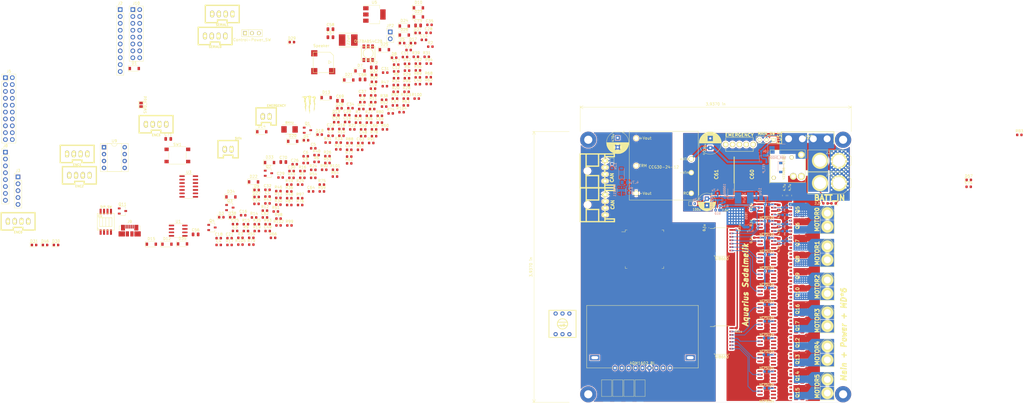
<source format=kicad_pcb>
(kicad_pcb (version 20171130) (host pcbnew "(5.1.4)-1")
  (layers (0 F.Cu signal) (31 B.Cu signal) (34 B.Paste user) (35 F.Paste user) (36 B.SilkS user) (37 F.SilkS user) (38 B.Mask user) (39 F.Mask user) (44 Edge.Cuts user))
  (net 0 "")
  (net 1 /OSC_IN)
  (net 2 GND)
  (net 3 /~RST)
  (net 4 /OSC_OUT)
  (net 5 +3V3)
  (net 6 "Net-(C5-Pad1)")
  (net 7 "Net-(C7-Pad2)")
  (net 8 /FB_Control_OUT)
  (net 9 /FB_Control)
  (net 10 "Net-(C9-Pad1)")
  (net 11 "Net-(C12-Pad2)")
  (net 12 "Net-(C13-Pad2)")
  (net 13 "Net-(C13-Pad1)")
  (net 14 "Net-(C15-Pad1)")
  (net 15 "Net-(C22-Pad2)")
  (net 16 "Net-(C23-Pad2)")
  (net 17 "Net-(C26-Pad1)")
  (net 18 "Net-(C27-Pad2)")
  (net 19 "Net-(C27-Pad1)")
  (net 20 +5V)
  (net 21 "Net-(C31-Pad1)")
  (net 22 "Net-(C32-Pad1)")
  (net 23 "Net-(C33-Pad2)")
  (net 24 "Net-(C34-Pad2)")
  (net 25 "Net-(C35-Pad1)")
  (net 26 GNDPWR)
  (net 27 +5P)
  (net 28 "Net-(C41-Pad1)")
  (net 29 /FB_OUT)
  (net 30 "Net-(C42-Pad1)")
  (net 31 "Net-(C43-Pad2)")
  (net 32 "Net-(C43-Pad1)")
  (net 33 MOTOR_Batt)
  (net 34 Batt)
  (net 35 "Net-(C53-Pad1)")
  (net 36 /Motor0L)
  (net 37 "Net-(C54-Pad1)")
  (net 38 /Motor0R)
  (net 39 "Net-(C55-Pad1)")
  (net 40 /Motor1L)
  (net 41 /Motor1R)
  (net 42 "Net-(C56-Pad1)")
  (net 43 "Net-(C57-Pad1)")
  (net 44 /Motor2L)
  (net 45 /Motor2R)
  (net 46 "Net-(C58-Pad1)")
  (net 47 "Net-(C68-Pad1)")
  (net 48 /Motor3L)
  (net 49 /Motor3R)
  (net 50 "Net-(C69-Pad1)")
  (net 51 /Motor4L)
  (net 52 "Net-(C70-Pad1)")
  (net 53 /Motor4R)
  (net 54 "Net-(C71-Pad1)")
  (net 55 /Motor5L)
  (net 56 "Net-(C72-Pad1)")
  (net 57 "Net-(C73-Pad1)")
  (net 58 /Motor5R)
  (net 59 +12V)
  (net 60 "Net-(D3-Pad2)")
  (net 61 "Net-(D4-Pad2)")
  (net 62 "Net-(D5-Pad2)")
  (net 63 "Net-(D6-Pad2)")
  (net 64 "Net-(D8-Pad2)")
  (net 65 "Net-(D9-Pad2)")
  (net 66 "Net-(D12-Pad2)")
  (net 67 "Net-(D14-Pad1)")
  (net 68 "Net-(D15-Pad2)")
  (net 69 "Net-(D17-Pad1)")
  (net 70 "Net-(D18-Pad1)")
  (net 71 "Net-(D19-Pad1)")
  (net 72 "Net-(D27-Pad2)")
  (net 73 "Net-(D28-Pad2)")
  (net 74 "Net-(D29-Pad2)")
  (net 75 "Net-(D30-Pad2)")
  (net 76 "Net-(D31-Pad2)")
  (net 77 "Net-(D32-Pad2)")
  (net 78 "Net-(D33-Pad1)")
  (net 79 Regulator_5V)
  (net 80 Control_5V)
  (net 81 External_5V)
  (net 82 "Net-(D36-Pad2)")
  (net 83 "Net-(D37-Pad2)")
  (net 84 "Net-(D38-Pad2)")
  (net 85 "Net-(D46-Pad2)")
  (net 86 "Net-(D48-Pad2)")
  (net 87 POWER_Batt)
  (net 88 "Net-(D56-Pad1)")
  (net 89 "Net-(D56-Pad2)")
  (net 90 +BATT)
  (net 91 /MOTOR0L_PWM)
  (net 92 /MOTOR0R_PWM)
  (net 93 /MOTOR1L_PWM)
  (net 94 /MOTOR1R_PWM)
  (net 95 /MOTOR2L_PWM)
  (net 96 /MOTOR2R_PWM)
  (net 97 /motor2_R_signal)
  (net 98 /motor2_L_signal)
  (net 99 /motor1_R_signal)
  (net 100 /motor1_L_signal)
  (net 101 /motor0_R_signal)
  (net 102 /motor0_L_signal)
  (net 103 /motor3_L_signal)
  (net 104 /motor3_R_signal)
  (net 105 /motor4_L_signal)
  (net 106 /motor4_R_signal)
  (net 107 /motor5_L_signal)
  (net 108 /motor5_R_signal)
  (net 109 /MOTOR5R_PWM)
  (net 110 /MOTOR5L_PWM)
  (net 111 /MOTOR4R_PWM)
  (net 112 /MOTOR4L_PWM)
  (net 113 /MOTOR3R_PWM)
  (net 114 /MOTOR3L_PWM)
  (net 115 /PA10_USART1_RX)
  (net 116 /PA9_USART1_TX)
  (net 117 /PC0_ADC12_IN10)
  (net 118 /PC1_ADC12_IN11)
  (net 119 /PC2_ADC12_IN12)
  (net 120 /PC3_ADC12_IN13)
  (net 121 /PC4_ADC12_IN14)
  (net 122 /PC5_ADC12_IN15)
  (net 123 /PB0_ADC12_IN8)
  (net 124 /PB1_ADC12_IN9)
  (net 125 /PA2_ADC12_IN2)
  (net 126 /PA3_ADC12_IN3)
  (net 127 "Net-(J3-Pad2)")
  (net 128 /SWCLK)
  (net 129 /SWDIO)
  (net 130 /CAN_H)
  (net 131 /CAN_L)
  (net 132 /PD8_USART3_TX)
  (net 133 /PD9_USART3_RX)
  (net 134 /PE0_IO)
  (net 135 /PE1_IO)
  (net 136 /PE12_IO)
  (net 137 /PE15_IO)
  (net 138 /PA4_IO)
  (net 139 /PA8_IO)
  (net 140 /PA11_IO)
  (net 141 /PA12_IO)
  (net 142 /D-)
  (net 143 /D+)
  (net 144 "Net-(J9-Pad4)")
  (net 145 "Net-(J9-Pad6)")
  (net 146 "Net-(J11-Pad3)")
  (net 147 "Net-(J11-Pad4)")
  (net 148 "Net-(J12-Pad4)")
  (net 149 "Net-(J12-Pad3)")
  (net 150 "Net-(J13-Pad3)")
  (net 151 "Net-(J13-Pad4)")
  (net 152 "Net-(J14-Pad4)")
  (net 153 "Net-(J14-Pad3)")
  (net 154 "Net-(Q1-Pad3)")
  (net 155 "Net-(Q1-Pad1)")
  (net 156 "Net-(Q2-Pad3)")
  (net 157 "Net-(Q2-Pad1)")
  (net 158 "Net-(Q3-Pad1)")
  (net 159 "Net-(Q5-Pad2)")
  (net 160 "Net-(Q5-Pad4)")
  (net 161 "Net-(Q6-Pad4)")
  (net 162 "Net-(Q6-Pad2)")
  (net 163 "Net-(Q7-Pad2)")
  (net 164 "Net-(Q7-Pad4)")
  (net 165 "Net-(Q8-Pad2)")
  (net 166 "Net-(Q8-Pad4)")
  (net 167 "Net-(Q9-Pad4)")
  (net 168 "Net-(Q9-Pad2)")
  (net 169 "Net-(Q10-Pad2)")
  (net 170 "Net-(Q10-Pad4)")
  (net 171 "Net-(Q11-Pad1)")
  (net 172 "Net-(Q12-Pad2)")
  (net 173 "Net-(Q12-Pad4)")
  (net 174 "Net-(Q13-Pad4)")
  (net 175 "Net-(Q13-Pad2)")
  (net 176 "Net-(Q14-Pad4)")
  (net 177 "Net-(Q14-Pad2)")
  (net 178 "Net-(Q15-Pad4)")
  (net 179 "Net-(Q15-Pad2)")
  (net 180 "Net-(Q16-Pad2)")
  (net 181 "Net-(Q16-Pad4)")
  (net 182 "Net-(Q17-Pad4)")
  (net 183 "Net-(Q17-Pad2)")
  (net 184 "Net-(Q18-Pad1)")
  (net 185 "Net-(R5-Pad1)")
  (net 186 /PB8_Buzzer_TIM10_CH1)
  (net 187 "Net-(R14-Pad1)")
  (net 188 "Net-(R15-Pad1)")
  (net 189 "Net-(R16-Pad1)")
  (net 190 "Net-(R17-Pad1)")
  (net 191 /PA0_TIM5_CH1)
  (net 192 /PD12_TIM4_CH1)
  (net 193 /PA0_TIM5_CH2)
  (net 194 /PD13_TIM4_CH2)
  (net 195 /PB7_I2C1_SDA)
  (net 196 /PB6_I2C1_SCL)
  (net 197 /PB9_LCD_BL_TIM11_CH1)
  (net 198 "Net-(R27-Pad2)")
  (net 199 /PA15_TIM2_CH1)
  (net 200 /PB4_TIM3_CH1)
  (net 201 /PB3_TIM2_CH2)
  (net 202 /PB5_TIM3_CH2)
  (net 203 /BLUE)
  (net 204 "Net-(R36-Pad2)")
  (net 205 "Net-(R37-Pad2)")
  (net 206 /GREEN)
  (net 207 /RED)
  (net 208 "Net-(R38-Pad2)")
  (net 209 /PD6_DIPSW_3)
  (net 210 /LED0)
  (net 211 /SW0)
  (net 212 /PD4_DIPSW_2)
  (net 213 /LED1)
  (net 214 /SW1)
  (net 215 /PD3_DIPSW_1)
  (net 216 /PD2_DIPSW_0)
  (net 217 /LED2)
  (net 218 /SW2)
  (net 219 /LED3)
  (net 220 /SW3)
  (net 221 /LED4)
  (net 222 /LED5)
  (net 223 "Net-(R54-Pad1)")
  (net 224 /PA6_SPI1_MISO)
  (net 225 "Net-(R55-Pad2)")
  (net 226 /PA5_SPI1_SCK)
  (net 227 /PA7_SPI1_MOSI)
  (net 228 "Net-(R56-Pad2)")
  (net 229 "Net-(R59-Pad2)")
  (net 230 "Net-(R60-Pad2)")
  (net 231 "Net-(R61-Pad2)")
  (net 232 "Net-(R62-Pad2)")
  (net 233 "Net-(R63-Pad2)")
  (net 234 "Net-(R64-Pad2)")
  (net 235 "Net-(R69-Pad2)")
  (net 236 "Net-(R70-Pad2)")
  (net 237 "Net-(R71-Pad2)")
  (net 238 "Net-(R72-Pad2)")
  (net 239 "Net-(R73-Pad2)")
  (net 240 "Net-(R74-Pad2)")
  (net 241 "Net-(R75-Pad2)")
  (net 242 "Net-(R76-Pad2)")
  (net 243 "Net-(R77-Pad2)")
  (net 244 "Net-(R78-Pad2)")
  (net 245 "Net-(R79-Pad2)")
  (net 246 "Net-(R80-Pad2)")
  (net 247 "Net-(R88-Pad2)")
  (net 248 "Net-(R89-Pad2)")
  (net 249 "Net-(R90-Pad2)")
  (net 250 "Net-(R91-Pad2)")
  (net 251 "Net-(R92-Pad2)")
  (net 252 "Net-(R93-Pad2)")
  (net 253 "Net-(R94-Pad2)")
  (net 254 "Net-(R95-Pad2)")
  (net 255 "Net-(R96-Pad2)")
  (net 256 "Net-(R97-Pad2)")
  (net 257 "Net-(R98-Pad2)")
  (net 258 "Net-(R99-Pad2)")
  (net 259 "Net-(R100-Pad2)")
  (net 260 "Net-(R101-Pad2)")
  (net 261 "Net-(R102-Pad2)")
  (net 262 "Net-(R103-Pad2)")
  (net 263 "Net-(R104-Pad2)")
  (net 264 "Net-(R105-Pad2)")
  (net 265 "Net-(SW8-Pad3)")
  (net 266 "Net-(SW9-Pad3)")
  (net 267 /CAN1_TX)
  (net 268 /CAN1_RX)
  (net 269 /PD5_USART2_TX)
  (net 270 /PD6_USART2_RX)
  (net 271 "Net-(U3-Pad8)")
  (net 272 "Net-(U3-Pad9)")
  (net 273 "Net-(U3-Pad10)")
  (net 274 "Net-(U4-Pad1)")
  (net 275 /PB2_ROM_~WP)
  (net 276 /PE7_ROM_~CS)
  (net 277 /PE8_ROM_~HOLD)
  (net 278 /PE10)
  (net 279 /ADRESS0_PD10)
  (net 280 /ADRESS1_PD11)
  (net 281 /ADRESS2_PD14)
  (net 282 /ADRESS3_PD15)
  (net 283 /ROM_PE8_~HOLD)
  (net 284 "Net-(U11-Pad5)")
  (net 285 "Net-(U18-Pad3)")
  (net 286 "Net-(D49-Pad2)")
  (net 287 +12P)
  (net 288 "Net-(D57-Pad2)")
  (module Mizz_lib:V23086-C1001-A403 (layer F.Cu) (at 119 44.75 270)
    (fp_text reference U18 hide)
    (fp_text value V23086-C1001 (at 6.27 7.85 270) (layer F.SilkS) (effects (font (size 0.8 0.8))))
    (pad 3 thru_hole circle (at 9.78 1.38 270) (size 2.5 2.5) (drill 1.5) (layers *.Cu *.Mask F.SilkS) (net 285 "Net-(U18-Pad3)"))
    (pad 4 thru_hole circle (at 1.78 1.38 270) (size 2.5 2.5) (drill 1.5) (layers *.Cu *.Mask F.SilkS) (net 87 POWER_Batt))
    (pad 5 thru_hole circle (at 9.78 4.38 270) (size 2.5 2.5) (drill 1.5) (layers *.Cu *.Mask F.SilkS) (net 33 MOTOR_Batt))
    (pad 2 thru_hole circle (at 10.28 11.58 270) (size 1.5 1.5) (drill 0.9) (layers *.Cu *.Mask F.SilkS) (net 89 "Net-(D56-Pad2)"))
    (pad 1 thru_hole circle (at 2.78 4.98 270) (size 1.5 1.5) (drill 0.9) (layers *.Cu *.Mask F.SilkS) (net 88 "Net-(D56-Pad1)"))
  )
  (module Mizz_lib:CAPAE1300X1400N (layer F.Cu) (at 99.4 53.8 90)
    (fp_text reference C60 (at 0 0 90) (layer F.SilkS) (effects (font (size 1.27 1.27) (thickness 0.254))))
    (fp_text value 470u hide)
    (pad 2 smd rect (at 4.85 0 180) (size 2.35 5.65) (layers F.Cu F.Paste F.Mask) (net 26 GNDPWR))
    (pad 1 smd rect (at -4.85 0 180) (size 2.35 5.65) (layers F.Cu F.Paste F.Mask) (net 33 MOTOR_Batt))
  )
  (module Mizz_lib:CAPAE1300X1400N (layer F.Cu) (at 86.25 53.8 90)
    (fp_text reference C61 (at 0 0 90) (layer F.SilkS) (effects (font (size 1.27 1.27) (thickness 0.254))))
    (fp_text value 470u hide)
    (pad 1 smd rect (at -4.85 0 180) (size 2.35 5.65) (layers F.Cu F.Paste F.Mask) (net 33 MOTOR_Batt))
    (pad 2 smd rect (at 4.85 0 180) (size 2.35 5.65) (layers F.Cu F.Paste F.Mask) (net 26 GNDPWR))
  )
  (module Mizz_lib:Inductor_Taiyo-Yuden_NR-50xx_HandSoldering (layer B.Cu) (at 96.5 62.5)
    (fp_text reference L2 hide)
    (fp_text value 22uH (at 0 0 270) (layer B.SilkS) (effects (justify mirror)))
    (pad 1 smd rect (at -2.25 0) (size 2.4 4.2) (layers B.Cu B.Paste B.Mask) (net 32 "Net-(C43-Pad1)"))
    (pad 2 smd rect (at 2.25 0) (size 2.4 4.2) (layers B.Cu B.Paste B.Mask) (net 29 /FB_OUT))
  )
  (module Mizz_lib:Inductor_Taiyo-Yuden_NR-50xx_HandSoldering (layer F.Cu) (at -49.544999 4.175001)
    (fp_text reference L1 hide)
    (fp_text value 22uH (at 0 0 90) (layer F.SilkS))
    (pad 2 smd rect (at 2.25 0) (size 2.4 4.2) (layers F.Cu F.Paste F.Mask) (net 8 /FB_Control_OUT))
    (pad 1 smd rect (at -2.25 0) (size 2.4 4.2) (layers F.Cu F.Paste F.Mask) (net 13 "Net-(C13-Pad1)"))
  )
  (module Mizz_lib:OSTBABS4C2B (layer F.Cu) (at -42.169999 8.96)
    (fp_text reference U7 hide)
    (fp_text value OSTBABS4C2B (at 0 -4.3) (layer F.SilkS))
    (pad 6 smd rect (at -1.6 -2.4) (size 1 1.5) (layers F.Cu F.Paste F.Mask) (net 2 GND))
    (pad 5 smd rect (at 0 -2.4) (size 1 1.5) (layers F.Cu F.Paste F.Mask) (net 2 GND))
    (pad 4 smd rect (at 1.6 -2.4) (size 1 1.5) (layers F.Cu F.Paste F.Mask) (net 2 GND))
    (pad 3 smd rect (at 1.6 2.6) (size 1 1.5) (layers F.Cu F.Paste F.Mask) (net 208 "Net-(R38-Pad2)"))
    (pad 2 smd rect (at 0 2.6) (size 1 1.5) (layers F.Cu F.Paste F.Mask) (net 205 "Net-(R37-Pad2)"))
    (pad 1 smd rect (at -1.6 2.6) (size 1 1.5) (layers F.Cu F.Paste F.Mask) (net 204 "Net-(R36-Pad2)"))
  )
  (module Mizz_lib:UGCT7525AN4 (layer F.Cu) (at -59.07 12.07)
    (fp_text reference LS1 hide)
    (fp_text value Speaker (at -0.4 -5.8) (layer F.SilkS))
    (pad 3 smd rect (at 3.6 3.6) (size 2.3 2.3) (layers F.Cu F.Paste F.Mask))
    (pad 2 smd rect (at -3 3.6) (size 2.3 2.3) (layers F.Cu F.Paste F.Mask) (net 67 "Net-(D14-Pad1)"))
    (pad 1 smd rect (at -3 -3) (size 2.3 2.3) (layers F.Cu F.Paste F.Mask) (net 5 +3V3))
  )
  (module Capacitor_SMD:C_0603_1608Metric (layer F.Cu) (at -79.314999 61.985001)
    (fp_text reference C1 (at 0 -1.43) (layer F.SilkS))
    (fp_text value 22p)
    (pad 1 smd roundrect (at -0.7875 0) (size 0.875 0.95) (layers F.Cu F.Paste F.Mask) (net 1 /OSC_IN))
    (pad 2 smd roundrect (at 0.7875 0) (size 0.875 0.95) (layers F.Cu F.Paste F.Mask) (net 2 GND))
  )
  (module Capacitor_SMD:C_0603_1608Metric (layer F.Cu) (at -44.324999 27.135001)
    (fp_text reference C2 (at 0 -1.43) (layer F.SilkS))
    (fp_text value 0.1u)
    (pad 1 smd roundrect (at -0.7875 0) (size 0.875 0.95) (layers F.Cu F.Paste F.Mask) (net 2 GND))
    (pad 2 smd roundrect (at 0.7875 0) (size 0.875 0.95) (layers F.Cu F.Paste F.Mask) (net 3 /~RST))
  )
  (module Capacitor_SMD:C_0603_1608Metric (layer F.Cu) (at -91.284999 74.675001)
    (fp_text reference C3 (at 0 -1.43) (layer F.SilkS))
    (fp_text value 22p)
    (pad 2 smd roundrect (at 0.7875 0) (size 0.875 0.95) (layers F.Cu F.Paste F.Mask) (net 2 GND))
    (pad 1 smd roundrect (at -0.7875 0) (size 0.875 0.95) (layers F.Cu F.Paste F.Mask) (net 4 /OSC_OUT))
  )
  (module Capacitor_SMD:C_0603_1608Metric (layer F.Cu) (at -97.324999 79.855001)
    (fp_text reference C4 (at 0 -1.43) (layer F.SilkS))
    (fp_text value 0.1u)
    (pad 2 smd roundrect (at 0.7875 0) (size 0.875 0.95) (layers F.Cu F.Paste F.Mask) (net 2 GND))
    (pad 1 smd roundrect (at -0.7875 0) (size 0.875 0.95) (layers F.Cu F.Paste F.Mask) (net 5 +3V3))
  )
  (module Capacitor_SMD:C_0603_1608Metric (layer F.Cu) (at -62.444999 44.155001)
    (fp_text reference C5 (at 0 -1.43) (layer F.SilkS))
    (fp_text value 0.1u)
    (pad 2 smd roundrect (at 0.7875 0) (size 0.875 0.95) (layers F.Cu F.Paste F.Mask) (net 2 GND))
    (pad 1 smd roundrect (at -0.7875 0) (size 0.875 0.95) (layers F.Cu F.Paste F.Mask) (net 6 "Net-(C5-Pad1)"))
  )
  (module Capacitor_SMD:C_0603_1608Metric (layer F.Cu) (at -65.224999 47.095001)
    (fp_text reference C6 (at 0 -1.43) (layer F.SilkS))
    (fp_text value 0.1u)
    (pad 2 smd roundrect (at 0.7875 0) (size 0.875 0.95) (layers F.Cu F.Paste F.Mask) (net 2 GND))
    (pad 1 smd roundrect (at -0.7875 0) (size 0.875 0.95) (layers F.Cu F.Paste F.Mask) (net 59 +12V))
  )
  (module Capacitor_SMD:C_0603_1608Metric (layer F.Cu) (at -56.054999 39.535001)
    (fp_text reference C7 (at 0 -1.43) (layer F.SilkS))
    (fp_text value 1u)
    (pad 2 smd roundrect (at 0.7875 0) (size 0.875 0.95) (layers F.Cu F.Paste F.Mask) (net 7 "Net-(C7-Pad2)"))
    (pad 1 smd roundrect (at -0.7875 0) (size 0.875 0.95) (layers F.Cu F.Paste F.Mask) (net 2 GND))
  )
  (module Capacitor_SMD:C_0603_1608Metric (layer F.Cu) (at -65.224999 49.605001)
    (fp_text reference C8 (at 0 -1.43) (layer F.SilkS))
    (fp_text value 0.1u)
    (pad 1 smd roundrect (at -0.7875 0) (size 0.875 0.95) (layers F.Cu F.Paste F.Mask) (net 8 /FB_Control_OUT))
    (pad 2 smd roundrect (at 0.7875 0) (size 0.875 0.95) (layers F.Cu F.Paste F.Mask) (net 9 /FB_Control))
  )
  (module Capacitor_SMD:C_0603_1608Metric (layer F.Cu) (at -40.314999 24.625001)
    (fp_text reference C9 (at 0 -1.43) (layer F.SilkS))
    (fp_text value 0.1u)
    (pad 1 smd roundrect (at -0.7875 0) (size 0.875 0.95) (layers F.Cu F.Paste F.Mask) (net 10 "Net-(C9-Pad1)"))
    (pad 2 smd roundrect (at 0.7875 0) (size 0.875 0.95) (layers F.Cu F.Paste F.Mask) (net 2 GND))
  )
  (module Capacitor_SMD:C_0603_1608Metric (layer F.Cu) (at -49.914999 34.435001)
    (fp_text reference C10 (at 0 -1.43) (layer F.SilkS))
    (fp_text value 0.1u)
    (pad 1 smd roundrect (at -0.7875 0) (size 0.875 0.95) (layers F.Cu F.Paste F.Mask) (net 59 +12V))
    (pad 2 smd roundrect (at 0.7875 0) (size 0.875 0.95) (layers F.Cu F.Paste F.Mask) (net 2 GND))
  )
  (module Capacitor_SMD:C_0603_1608Metric (layer F.Cu) (at -28.604999 10.445001)
    (fp_text reference C11 (at 0 -1.43) (layer F.SilkS))
    (fp_text value 0.1u)
    (pad 1 smd roundrect (at -0.7875 0) (size 0.875 0.95) (layers F.Cu F.Paste F.Mask) (net 5 +3V3))
    (pad 2 smd roundrect (at 0.7875 0) (size 0.875 0.95) (layers F.Cu F.Paste F.Mask) (net 2 GND))
  )
  (module Capacitor_SMD:C_0603_1608Metric (layer F.Cu) (at -31.854999 15.765001)
    (fp_text reference C12 (at 0 -1.43) (layer F.SilkS))
    (fp_text value 1u)
    (pad 1 smd roundrect (at -0.7875 0) (size 0.875 0.95) (layers F.Cu F.Paste F.Mask) (net 2 GND))
    (pad 2 smd roundrect (at 0.7875 0) (size 0.875 0.95) (layers F.Cu F.Paste F.Mask) (net 11 "Net-(C12-Pad2)"))
  )
  (module Capacitor_SMD:C_0603_1608Metric (layer B.Cu) (at 54 59.75 270)
    (fp_text reference C13 hide)
    (fp_text value 0.1u (at 0 -1 270) (layer B.SilkS) (effects (font (size 0.8 0.8)) (justify mirror)))
    (pad 2 smd roundrect (at 0.7875 0 270) (size 0.875 0.95) (layers B.Cu B.Paste B.Mask) (net 12 "Net-(C13-Pad2)"))
    (pad 1 smd roundrect (at -0.7875 0 270) (size 0.875 0.95) (layers B.Cu B.Paste B.Mask) (net 13 "Net-(C13-Pad1)"))
  )
  (module Capacitor_SMD:C_0603_1608Metric (layer F.Cu) (at -21.614999 4.105001)
    (fp_text reference C14 (at 0 -1.43) (layer F.SilkS))
    (fp_text value 1u)
    (pad 2 smd roundrect (at 0.7875 0) (size 0.875 0.95) (layers F.Cu F.Paste F.Mask) (net 2 GND))
    (pad 1 smd roundrect (at -0.7875 0) (size 0.875 0.95) (layers F.Cu F.Paste F.Mask) (net 5 +3V3))
  )
  (module Capacitor_SMD:C_0805_2012Metric_Pad1.15x1.40mm_HandSolder (layer B.Cu) (at 52.5 56.75)
    (fp_text reference C15 hide)
    (fp_text value 4.7u (at 3.5 0) (layer B.SilkS) (effects (justify mirror)))
    (pad 1 smd roundrect (at -1.025 0) (size 1.15 1.4) (layers B.Cu B.Paste B.Mask) (roundrect_rratio 0.217391) (net 14 "Net-(C15-Pad1)"))
    (pad 2 smd roundrect (at 1.025 0) (size 1.15 1.4) (layers B.Cu B.Paste B.Mask) (roundrect_rratio 0.217391) (net 2 GND))
  )
  (module Capacitor_SMD:C_0603_1608Metric (layer F.Cu) (at -88.284999 68.885001)
    (fp_text reference C16 (at 0 -1.43) (layer F.SilkS))
    (fp_text value 0.1u)
    (pad 1 smd roundrect (at -0.7875 0) (size 0.875 0.95) (layers F.Cu F.Paste F.Mask) (net 5 +3V3))
    (pad 2 smd roundrect (at 0.7875 0) (size 0.875 0.95) (layers F.Cu F.Paste F.Mask) (net 2 GND))
  )
  (module Capacitor_SMD:C_0603_1608Metric (layer F.Cu) (at -31.854999 13.255001)
    (fp_text reference C17 (at 0 -1.43) (layer F.SilkS))
    (fp_text value 0.1u)
    (pad 2 smd roundrect (at 0.7875 0) (size 0.875 0.95) (layers F.Cu F.Paste F.Mask) (net 2 GND))
    (pad 1 smd roundrect (at -0.7875 0) (size 0.875 0.95) (layers F.Cu F.Paste F.Mask) (net 5 +3V3))
  )
  (module Capacitor_SMD:C_0603_1608Metric (layer F.Cu) (at -97.324999 77.345001)
    (fp_text reference C18 (at 0 -1.43) (layer F.SilkS))
    (fp_text value 0.1u)
    (pad 1 smd roundrect (at -0.7875 0) (size 0.875 0.95) (layers F.Cu F.Paste F.Mask) (net 5 +3V3))
    (pad 2 smd roundrect (at 0.7875 0) (size 0.875 0.95) (layers F.Cu F.Paste F.Mask) (net 2 GND))
  )
  (module Capacitor_SMD:C_0603_1608Metric (layer F.Cu) (at -40.404999 22.115001)
    (fp_text reference C19 (at 0 -1.43) (layer F.SilkS))
    (fp_text value 0.1u)
    (pad 2 smd roundrect (at 0.7875 0) (size 0.875 0.95) (layers F.Cu F.Paste F.Mask) (net 2 GND))
    (pad 1 smd roundrect (at -0.7875 0) (size 0.875 0.95) (layers F.Cu F.Paste F.Mask) (net 5 +3V3))
  )
  (module Capacitor_SMD:C_0603_1608Metric (layer F.Cu) (at -49.914999 31.925001)
    (fp_text reference C20 (at 0 -1.43) (layer F.SilkS))
    (fp_text value 10u)
    (pad 1 smd roundrect (at -0.7875 0) (size 0.875 0.95) (layers F.Cu F.Paste F.Mask) (net 8 /FB_Control_OUT))
    (pad 2 smd roundrect (at 0.7875 0) (size 0.875 0.95) (layers F.Cu F.Paste F.Mask) (net 2 GND))
  )
  (module Capacitor_SMD:C_0603_1608Metric (layer F.Cu) (at -93.314999 77.345001)
    (fp_text reference C21 (at 0 -1.43) (layer F.SilkS))
    (fp_text value 0.1u)
    (pad 2 smd roundrect (at 0.7875 0) (size 0.875 0.95) (layers F.Cu F.Paste F.Mask) (net 2 GND))
    (pad 1 smd roundrect (at -0.7875 0) (size 0.875 0.95) (layers F.Cu F.Paste F.Mask) (net 5 +3V3))
  )
  (module Capacitor_SMD:C_0603_1608Metric (layer F.Cu) (at -27.264999 7.855001)
    (fp_text reference C22 (at 0 -1.43) (layer F.SilkS))
    (fp_text value 0.1u)
    (pad 1 smd roundrect (at -0.7875 0) (size 0.875 0.95) (layers F.Cu F.Paste F.Mask) (net 2 GND))
    (pad 2 smd roundrect (at 0.7875 0) (size 0.875 0.95) (layers F.Cu F.Paste F.Mask) (net 15 "Net-(C22-Pad2)"))
  )
  (module Capacitor_SMD:C_0603_1608Metric (layer F.Cu) (at -56.054999 37.025001)
    (fp_text reference C23 (at 0 -1.43) (layer F.SilkS))
    (fp_text value 0.1u)
    (pad 1 smd roundrect (at -0.7875 0) (size 0.875 0.95) (layers F.Cu F.Paste F.Mask) (net 2 GND))
    (pad 2 smd roundrect (at 0.7875 0) (size 0.875 0.95) (layers F.Cu F.Paste F.Mask) (net 16 "Net-(C23-Pad2)"))
  )
  (module Capacitor_SMD:C_0603_1608Metric (layer F.Cu) (at -83.364999 64.675001)
    (fp_text reference C24 (at 0 -1.43) (layer F.SilkS))
    (fp_text value 0.1u)
    (pad 1 smd roundrect (at -0.7875 0) (size 0.875 0.95) (layers F.Cu F.Paste F.Mask) (net 5 +3V3))
    (pad 2 smd roundrect (at 0.7875 0) (size 0.875 0.95) (layers F.Cu F.Paste F.Mask) (net 2 GND))
  )
  (module Capacitor_SMD:C_0603_1608Metric (layer F.Cu) (at -91.284999 72.165001)
    (fp_text reference C25 (at 0 -1.43) (layer F.SilkS))
    (fp_text value 0.1u)
    (pad 1 smd roundrect (at -0.7875 0) (size 0.875 0.95) (layers F.Cu F.Paste F.Mask) (net 2 GND))
    (pad 2 smd roundrect (at 0.7875 0) (size 0.875 0.95) (layers F.Cu F.Paste F.Mask) (net 5 +3V3))
  )
  (module Capacitor_SMD:C_0603_1608Metric (layer F.Cu) (at -69.274999 50.045001)
    (fp_text reference C26 (at 0 -1.43) (layer F.SilkS))
    (fp_text value 1u)
    (pad 1 smd roundrect (at -0.7875 0) (size 0.875 0.95) (layers F.Cu F.Paste F.Mask) (net 17 "Net-(C26-Pad1)"))
    (pad 2 smd roundrect (at 0.7875 0) (size 0.875 0.95) (layers F.Cu F.Paste F.Mask) (net 5 +3V3))
  )
  (module Capacitor_SMD:C_0603_1608Metric (layer F.Cu) (at -40.044999 19.605001)
    (fp_text reference C27 (at 0 -1.43) (layer F.SilkS))
    (fp_text value 1u)
    (pad 2 smd roundrect (at 0.7875 0) (size 0.875 0.95) (layers F.Cu F.Paste F.Mask) (net 18 "Net-(C27-Pad2)"))
    (pad 1 smd roundrect (at -0.7875 0) (size 0.875 0.95) (layers F.Cu F.Paste F.Mask) (net 19 "Net-(C27-Pad1)"))
  )
  (module Capacitor_SMD:C_0603_1608Metric (layer F.Cu) (at -19.914999 1.515001)
    (fp_text reference C28 (at 0 -1.43) (layer F.SilkS))
    (fp_text value 10u)
    (pad 2 smd roundrect (at 0.7875 0) (size 0.875 0.95) (layers F.Cu F.Paste F.Mask) (net 2 GND))
    (pad 1 smd roundrect (at -0.7875 0) (size 0.875 0.95) (layers F.Cu F.Paste F.Mask) (net 20 +5V))
  )
  (module Capacitor_SMD:C_0603_1608Metric (layer F.Cu) (at -74.484999 54.945001)
    (fp_text reference C29 (at 0 -1.43) (layer F.SilkS))
    (fp_text value 0.1u)
    (pad 2 smd roundrect (at 0.7875 0) (size 0.875 0.95) (layers F.Cu F.Paste F.Mask) (net 2 GND))
    (pad 1 smd roundrect (at -0.7875 0) (size 0.875 0.95) (layers F.Cu F.Paste F.Mask) (net 5 +3V3))
  )
  (module Capacitor_SMD:C_0603_1608Metric (layer F.Cu) (at -70.434999 52.555001)
    (fp_text reference C30 (at 0 -1.43) (layer F.SilkS))
    (fp_text value 4.7u)
    (pad 1 smd roundrect (at -0.7875 0) (size 0.875 0.95) (layers F.Cu F.Paste F.Mask) (net 5 +3V3))
    (pad 2 smd roundrect (at 0.7875 0) (size 0.875 0.95) (layers F.Cu F.Paste F.Mask) (net 2 GND))
  )
  (module Capacitor_SMD:C_0603_1608Metric (layer F.Cu) (at -35.904999 16.205001)
    (fp_text reference C31 (at 0 -1.43) (layer F.SilkS))
    (fp_text value 22u)
    (pad 1 smd roundrect (at -0.7875 0) (size 0.875 0.95) (layers F.Cu F.Paste F.Mask) (net 21 "Net-(C31-Pad1)"))
    (pad 2 smd roundrect (at 0.7875 0) (size 0.875 0.95) (layers F.Cu F.Paste F.Mask) (net 2 GND))
  )
  (module Capacitor_SMD:C_0603_1608Metric (layer F.Cu) (at -79.314999 59.475001)
    (fp_text reference C32 (at 0 -1.43) (layer F.SilkS))
    (fp_text value 2.2u)
    (pad 2 smd roundrect (at 0.7875 0) (size 0.875 0.95) (layers F.Cu F.Paste F.Mask) (net 2 GND))
    (pad 1 smd roundrect (at -0.7875 0) (size 0.875 0.95) (layers F.Cu F.Paste F.Mask) (net 22 "Net-(C32-Pad1)"))
  )
  (module Capacitor_SMD:C_0603_1608Metric (layer F.Cu) (at -53.964999 34.515001)
    (fp_text reference C33 (at 0 -1.43) (layer F.SilkS))
    (fp_text value 0.1u)
    (pad 2 smd roundrect (at 0.7875 0) (size 0.875 0.95) (layers F.Cu F.Paste F.Mask) (net 23 "Net-(C33-Pad2)"))
    (pad 1 smd roundrect (at -0.7875 0) (size 0.875 0.95) (layers F.Cu F.Paste F.Mask) (net 2 GND))
  )
  (module Capacitor_SMD:C_0603_1608Metric (layer F.Cu) (at -48.734999 29.335001)
    (fp_text reference C34 (at 0 -1.43) (layer F.SilkS))
    (fp_text value 0.1u)
    (pad 2 smd roundrect (at 0.7875 0) (size 0.875 0.95) (layers F.Cu F.Paste F.Mask) (net 24 "Net-(C34-Pad2)"))
    (pad 1 smd roundrect (at -0.7875 0) (size 0.875 0.95) (layers F.Cu F.Paste F.Mask) (net 2 GND))
  )
  (module Capacitor_SMD:C_0603_1608Metric (layer F.Cu) (at -19.554999 -1.434999)
    (fp_text reference C35 (at 0 -1.43) (layer F.SilkS))
    (fp_text value 2.2u)
    (pad 1 smd roundrect (at -0.7875 0) (size 0.875 0.95) (layers F.Cu F.Paste F.Mask) (net 25 "Net-(C35-Pad1)"))
    (pad 2 smd roundrect (at 0.7875 0) (size 0.875 0.95) (layers F.Cu F.Paste F.Mask) (net 2 GND))
  )
  (module Capacitor_SMD:C_0603_1608Metric (layer F.Cu) (at 83 73.5 90)
    (fp_text reference C36 hide)
    (fp_text value 0.1u (at 0 -1.25 90) (layer F.SilkS) (effects (font (size 0.8 0.8))))
    (pad 1 smd roundrect (at -0.7875 0 90) (size 0.875 0.95) (layers F.Cu F.Paste F.Mask) (net 5 +3V3))
    (pad 2 smd roundrect (at 0.7875 0 90) (size 0.875 0.95) (layers F.Cu F.Paste F.Mask) (net 2 GND))
  )
  (module Capacitor_SMD:C_0603_1608Metric (layer F.Cu) (at -44.324999 24.625001)
    (fp_text reference C37 (at 0 -1.43) (layer F.SilkS))
    (fp_text value 0.1u)
    (pad 2 smd roundrect (at 0.7875 0) (size 0.875 0.95) (layers F.Cu F.Paste F.Mask) (net 2 GND))
    (pad 1 smd roundrect (at -0.7875 0) (size 0.875 0.95) (layers F.Cu F.Paste F.Mask) (net 5 +3V3))
  )
  (module Capacitor_SMD:C_0603_1608Metric (layer F.Cu) (at 93.5 73.5 90)
    (fp_text reference C38 hide)
    (fp_text value 0.1u (at 0 1.25 90) (layer F.SilkS) (effects (font (size 0.8 0.8))))
    (pad 2 smd roundrect (at 0.7875 0 90) (size 0.875 0.95) (layers F.Cu F.Paste F.Mask) (net 26 GNDPWR))
    (pad 1 smd roundrect (at -0.7875 0 90) (size 0.875 0.95) (layers F.Cu F.Paste F.Mask) (net 27 +5P))
  )
  (module Capacitor_SMD:C_0603_1608Metric (layer F.Cu) (at 94.45 110.55)
    (fp_text reference C39 hide)
    (fp_text value 0.1u (at 0 1.25) (layer F.SilkS) (effects (font (size 0.8 0.8))))
    (pad 1 smd roundrect (at -0.7875 0) (size 0.875 0.95) (layers F.Cu F.Paste F.Mask) (net 27 +5P))
    (pad 2 smd roundrect (at 0.7875 0) (size 0.875 0.95) (layers F.Cu F.Paste F.Mask) (net 26 GNDPWR))
  )
  (module Capacitor_SMD:C_0603_1608Metric (layer F.Cu) (at -23.874999 20.485001)
    (fp_text reference C40 (at 0 -1.43) (layer F.SilkS))
    (fp_text value 0.1u)
    (pad 1 smd roundrect (at -0.7875 0) (size 0.875 0.95) (layers F.Cu F.Paste F.Mask) (net 5 +3V3))
    (pad 2 smd roundrect (at 0.7875 0) (size 0.875 0.95) (layers F.Cu F.Paste F.Mask) (net 2 GND))
  )
  (module Capacitor_SMD:C_0603_1608Metric (layer B.Cu) (at 86.75 65.5)
    (fp_text reference C41 hide)
    (fp_text value 0.1u (at 2.7 0 180) (layer B.SilkS) (effects (font (size 0.8 0.8)) (justify mirror)))
    (pad 1 smd roundrect (at -0.7875 0) (size 0.875 0.95) (layers B.Cu B.Paste B.Mask) (net 28 "Net-(C41-Pad1)"))
    (pad 2 smd roundrect (at 0.7875 0) (size 0.875 0.95) (layers B.Cu B.Paste B.Mask) (net 29 /FB_OUT))
  )
  (module Capacitor_SMD:C_0603_1608Metric (layer B.Cu) (at 89.25 63.25 270)
    (fp_text reference C43 hide)
    (fp_text value 15000p (at -3.75 0 90) (layer B.SilkS) (effects (font (size 0.8 0.8)) (justify mirror)))
    (pad 2 smd roundrect (at 0.7875 0 270) (size 0.875 0.95) (layers B.Cu B.Paste B.Mask) (net 31 "Net-(C43-Pad2)"))
    (pad 1 smd roundrect (at -0.7875 0 270) (size 0.875 0.95) (layers B.Cu B.Paste B.Mask) (net 32 "Net-(C43-Pad1)"))
  )
  (module Capacitor_SMD:C_0603_1608Metric (layer F.Cu) (at 100.25 65.6 270)
    (fp_text reference C44 hide)
    (fp_text value 0.1u (at 0 1.2 90) (layer F.SilkS) (effects (font (size 0.8 0.8))))
    (pad 2 smd roundrect (at 0.7875 0 270) (size 0.875 0.95) (layers F.Cu F.Paste F.Mask) (net 26 GNDPWR))
    (pad 1 smd roundrect (at -0.7875 0 270) (size 0.875 0.95) (layers F.Cu F.Paste F.Mask) (net 287 +12P))
  )
  (module Capacitor_SMD:C_0603_1608Metric (layer F.Cu) (at 100.25 71.75 270)
    (fp_text reference C45 hide)
    (fp_text value 0.1u (at -0.015001 1.224999 90) (layer F.SilkS) (effects (font (size 0.8 0.8))))
    (pad 1 smd roundrect (at -0.7875 0 270) (size 0.875 0.95) (layers F.Cu F.Paste F.Mask) (net 287 +12P))
    (pad 2 smd roundrect (at 0.7875 0 270) (size 0.875 0.95) (layers F.Cu F.Paste F.Mask) (net 26 GNDPWR))
  )
  (module Capacitor_SMD:C_0603_1608Metric (layer F.Cu) (at 100.2 77.95 270)
    (fp_text reference C46 hide)
    (fp_text value 0.1u (at 0 1.15 90) (layer F.SilkS) (effects (font (size 0.8 0.8))))
    (pad 2 smd roundrect (at 0.7875 0 270) (size 0.875 0.95) (layers F.Cu F.Paste F.Mask) (net 26 GNDPWR))
    (pad 1 smd roundrect (at -0.7875 0 270) (size 0.875 0.95) (layers F.Cu F.Paste F.Mask) (net 287 +12P))
  )
  (module Capacitor_SMD:C_0603_1608Metric (layer F.Cu) (at -49.184999 44.705001)
    (fp_text reference C47 (at 0 -1.43) (layer F.SilkS))
    (fp_text value 0.1u)
    (pad 1 smd roundrect (at -0.7875 0) (size 0.875 0.95) (layers F.Cu F.Paste F.Mask) (net 287 +12P))
    (pad 2 smd roundrect (at 0.7875 0) (size 0.875 0.95) (layers F.Cu F.Paste F.Mask) (net 26 GNDPWR))
  )
  (module Capacitor_SMD:C_0603_1608Metric (layer F.Cu) (at -44.024999 39.685001)
    (fp_text reference C48 (at 0 -1.43) (layer F.SilkS))
    (fp_text value 0.1u)
    (pad 2 smd roundrect (at 0.7875 0) (size 0.875 0.95) (layers F.Cu F.Paste F.Mask) (net 26 GNDPWR))
    (pad 1 smd roundrect (at -0.7875 0) (size 0.875 0.95) (layers F.Cu F.Paste F.Mask) (net 287 +12P))
  )
  (module Capacitor_SMD:C_0603_1608Metric (layer F.Cu) (at -79.254999 74.715001)
    (fp_text reference C49 (at 0 -1.43) (layer F.SilkS))
    (fp_text value 0.1u)
    (pad 2 smd roundrect (at 0.7875 0) (size 0.875 0.95) (layers F.Cu F.Paste F.Mask) (net 26 GNDPWR))
    (pad 1 smd roundrect (at -0.7875 0) (size 0.875 0.95) (layers F.Cu F.Paste F.Mask) (net 287 +12P))
  )
  (module Capacitor_SMD:C_0603_1608Metric (layer B.Cu) (at 85.9 60.75 180)
    (fp_text reference C50 hide)
    (fp_text value 4.7u (at 0.1 1.15) (layer B.SilkS) (effects (font (size 0.8 0.8)) (justify mirror)))
    (pad 1 smd roundrect (at -0.7875 0 180) (size 0.875 0.95) (layers B.Cu B.Paste B.Mask) (net 33 MOTOR_Batt))
    (pad 2 smd roundrect (at 0.7875 0 180) (size 0.875 0.95) (layers B.Cu B.Paste B.Mask) (net 26 GNDPWR))
  )
  (module Capacitor_THT:CP_Radial_D6.3mm_P2.50mm (layer F.Cu) (at 82.75 62.75 270)
    (fp_text reference C51 hide)
    (fp_text value 100u (at 4 3.75) (layer F.SilkS) (effects (font (size 0.8 0.8))))
    (pad 1 thru_hole rect (at 0 0 270) (size 1.6 1.6) (drill 0.8) (layers *.Cu *.Mask) (net 33 MOTOR_Batt))
    (pad 2 thru_hole circle (at 2.5 0 270) (size 1.6 1.6) (drill 0.8) (layers *.Cu *.Mask) (net 26 GNDPWR))
  )
  (module Capacitor_SMD:C_0805_2012Metric (layer F.Cu) (at 109.25 66.05 270)
    (fp_text reference C53 hide)
    (fp_text value 4.7u (at 2.75 0 90) (layer F.SilkS) (effects (font (size 0.8 0.8))))
    (pad 1 smd roundrect (at -0.9375 0 270) (size 0.975 1.4) (layers F.Cu F.Paste F.Mask) (net 35 "Net-(C53-Pad1)"))
    (pad 2 smd roundrect (at 0.9375 0 270) (size 0.975 1.4) (layers F.Cu F.Paste F.Mask) (net 36 /Motor0L))
  )
  (module Capacitor_SMD:C_0805_2012Metric (layer F.Cu) (at 109.25 72.2 270)
    (fp_text reference C54 hide)
    (fp_text value 4.7u (at 2.85 0 90) (layer F.SilkS) (effects (font (size 0.8 0.8))))
    (pad 1 smd roundrect (at -0.9375 0 270) (size 0.975 1.4) (layers F.Cu F.Paste F.Mask) (net 37 "Net-(C54-Pad1)"))
    (pad 2 smd roundrect (at 0.9375 0 270) (size 0.975 1.4) (layers F.Cu F.Paste F.Mask) (net 38 /Motor0R))
  )
  (module Capacitor_SMD:C_0805_2012Metric (layer F.Cu) (at 109.25 78.45 270)
    (fp_text reference C55 hide)
    (fp_text value 4.7u (at 2.85 0 90) (layer F.SilkS) (effects (font (size 0.8 0.8))))
    (pad 1 smd roundrect (at -0.9375 0 270) (size 0.975 1.4) (layers F.Cu F.Paste F.Mask) (net 39 "Net-(C55-Pad1)"))
    (pad 2 smd roundrect (at 0.9375 0 270) (size 0.975 1.4) (layers F.Cu F.Paste F.Mask) (net 40 /Motor1L))
  )
  (module Capacitor_SMD:C_0805_2012Metric (layer F.Cu) (at -105.834999 75.965001)
    (fp_text reference C56 (at 0 -1.65) (layer F.SilkS))
    (fp_text value 4.7u)
    (pad 2 smd roundrect (at 0.9375 0) (size 0.975 1.4) (layers F.Cu F.Paste F.Mask) (net 41 /Motor1R))
    (pad 1 smd roundrect (at -0.9375 0) (size 0.975 1.4) (layers F.Cu F.Paste F.Mask) (net 42 "Net-(C56-Pad1)"))
  )
  (module Capacitor_SMD:C_0805_2012Metric (layer F.Cu) (at -56.094999 3.135001)
    (fp_text reference C57 (at 0 -1.65) (layer F.SilkS))
    (fp_text value 4.7u)
    (pad 1 smd roundrect (at -0.9375 0) (size 0.975 1.4) (layers F.Cu F.Paste F.Mask) (net 43 "Net-(C57-Pad1)"))
    (pad 2 smd roundrect (at 0.9375 0) (size 0.975 1.4) (layers F.Cu F.Paste F.Mask) (net 44 /Motor2L))
  )
  (module Capacitor_SMD:C_0805_2012Metric (layer F.Cu) (at -56.094999 0.185001)
    (fp_text reference C58 (at 0 -1.65) (layer F.SilkS))
    (fp_text value 4.7u)
    (pad 2 smd roundrect (at 0.9375 0) (size 0.975 1.4) (layers F.Cu F.Paste F.Mask) (net 45 /Motor2R))
    (pad 1 smd roundrect (at -0.9375 0) (size 0.975 1.4) (layers F.Cu F.Paste F.Mask) (net 46 "Net-(C58-Pad1)"))
  )
  (module Capacitor_SMD:C_0603_1608Metric (layer B.Cu) (at 101 60.0375 90)
    (fp_text reference C59 hide)
    (fp_text value 10u (at -0.05 1.35 90) (layer B.SilkS) (effects (justify mirror)))
    (pad 1 smd roundrect (at -0.7875 0 90) (size 0.875 0.95) (layers B.Cu B.Paste B.Mask) (net 29 /FB_OUT))
    (pad 2 smd roundrect (at 0.7875 0 90) (size 0.875 0.95) (layers B.Cu B.Paste B.Mask) (net 26 GNDPWR))
  )
  (module Capacitor_SMD:C_0603_1608Metric (layer F.Cu) (at -80.264999 69.695001)
    (fp_text reference C62 (at 0 -1.43) (layer F.SilkS))
    (fp_text value 0.1u)
    (pad 1 smd roundrect (at -0.7875 0) (size 0.875 0.95) (layers F.Cu F.Paste F.Mask) (net 33 MOTOR_Batt))
    (pad 2 smd roundrect (at 0.7875 0) (size 0.875 0.95) (layers F.Cu F.Paste F.Mask) (net 26 GNDPWR))
  )
  (module Capacitor_SMD:C_0603_1608Metric (layer F.Cu) (at -45.064999 42.195001)
    (fp_text reference C63 (at 0 -1.43) (layer F.SilkS))
    (fp_text value 0.1u)
    (pad 2 smd roundrect (at 0.7875 0) (size 0.875 0.95) (layers F.Cu F.Paste F.Mask) (net 26 GNDPWR))
    (pad 1 smd roundrect (at -0.7875 0) (size 0.875 0.95) (layers F.Cu F.Paste F.Mask) (net 33 MOTOR_Batt))
  )
  (module Capacitor_SMD:C_0603_1608Metric (layer F.Cu) (at -63.274999 60.085001)
    (fp_text reference C64 (at 0 -1.43) (layer F.SilkS))
    (fp_text value 0.1u)
    (pad 1 smd roundrect (at -0.7875 0) (size 0.875 0.95) (layers F.Cu F.Paste F.Mask) (net 33 MOTOR_Batt))
    (pad 2 smd roundrect (at 0.7875 0) (size 0.875 0.95) (layers F.Cu F.Paste F.Mask) (net 26 GNDPWR))
  )
  (module Capacitor_SMD:C_0603_1608Metric (layer F.Cu) (at -37.884999 34.665001)
    (fp_text reference C65 (at 0 -1.43) (layer F.SilkS))
    (fp_text value 0.1u)
    (pad 2 smd roundrect (at 0.7875 0) (size 0.875 0.95) (layers F.Cu F.Paste F.Mask) (net 26 GNDPWR))
    (pad 1 smd roundrect (at -0.7875 0) (size 0.875 0.95) (layers F.Cu F.Paste F.Mask) (net 33 MOTOR_Batt))
  )
  (module Capacitor_SMD:C_0603_1608Metric (layer F.Cu) (at -40.014999 37.175001)
    (fp_text reference C66 (at 0 -1.43) (layer F.SilkS))
    (fp_text value 0.1u)
    (pad 2 smd roundrect (at 0.7875 0) (size 0.875 0.95) (layers F.Cu F.Paste F.Mask) (net 26 GNDPWR))
    (pad 1 smd roundrect (at -0.7875 0) (size 0.875 0.95) (layers F.Cu F.Paste F.Mask) (net 33 MOTOR_Batt))
  )
  (module Capacitor_SMD:C_0603_1608Metric (layer F.Cu) (at -32.294999 28.315001)
    (fp_text reference C67 (at 0 -1.43) (layer F.SilkS))
    (fp_text value 0.1u)
    (pad 2 smd roundrect (at 0.7875 0) (size 0.875 0.95) (layers F.Cu F.Paste F.Mask) (net 26 GNDPWR))
    (pad 1 smd roundrect (at -0.7875 0) (size 0.875 0.95) (layers F.Cu F.Paste F.Mask) (net 33 MOTOR_Batt))
  )
  (module Capacitor_SMD:C_0805_2012Metric (layer F.Cu) (at -44.254999 18.725001)
    (fp_text reference C68 (at 0 -1.65) (layer F.SilkS))
    (fp_text value 4.7u)
    (pad 1 smd roundrect (at -0.9375 0) (size 0.975 1.4) (layers F.Cu F.Paste F.Mask) (net 47 "Net-(C68-Pad1)"))
    (pad 2 smd roundrect (at 0.9375 0) (size 0.975 1.4) (layers F.Cu F.Paste F.Mask) (net 48 /Motor3L))
  )
  (module Capacitor_SMD:C_0805_2012Metric (layer F.Cu) (at -52.584999 26.605001)
    (fp_text reference C69 (at 0 -1.65) (layer F.SilkS))
    (fp_text value 4.7u)
    (pad 2 smd roundrect (at 0.9375 0) (size 0.975 1.4) (layers F.Cu F.Paste F.Mask) (net 49 /Motor3R))
    (pad 1 smd roundrect (at -0.9375 0) (size 0.975 1.4) (layers F.Cu F.Paste F.Mask) (net 50 "Net-(C69-Pad1)"))
  )
  (module Capacitor_SMD:C_0805_2012Metric (layer F.Cu) (at -73.484999 49.225001)
    (fp_text reference C70 (at 0 -1.65) (layer F.SilkS))
    (fp_text value 4.7u)
    (pad 2 smd roundrect (at 0.9375 0) (size 0.975 1.4) (layers F.Cu F.Paste F.Mask) (net 51 /Motor4L))
    (pad 1 smd roundrect (at -0.9375 0) (size 0.975 1.4) (layers F.Cu F.Paste F.Mask) (net 52 "Net-(C70-Pad1)"))
  )
  (module Capacitor_SMD:C_0805_2012Metric (layer F.Cu) (at -115.934999 40.695001)
    (fp_text reference C71 (at 0 -1.65) (layer F.SilkS))
    (fp_text value 4.7u)
    (pad 2 smd roundrect (at 0.9375 0) (size 0.975 1.4) (layers F.Cu F.Paste F.Mask) (net 53 /Motor4R))
    (pad 1 smd roundrect (at -0.9375 0) (size 0.975 1.4) (layers F.Cu F.Paste F.Mask) (net 54 "Net-(C71-Pad1)"))
  )
  (module Capacitor_SMD:C_0805_2012Metric (layer F.Cu) (at -40.114999 14.285001)
    (fp_text reference C72 (at 0 -1.65) (layer F.SilkS))
    (fp_text value 4.7u)
    (pad 2 smd roundrect (at 0.9375 0) (size 0.975 1.4) (layers F.Cu F.Paste F.Mask) (net 55 /Motor5L))
    (pad 1 smd roundrect (at -0.9375 0) (size 0.975 1.4) (layers F.Cu F.Paste F.Mask) (net 56 "Net-(C72-Pad1)"))
  )
  (module Capacitor_SMD:C_0805_2012Metric (layer F.Cu) (at -23.764999 -1.214999)
    (fp_text reference C73 (at 0 -1.65) (layer F.SilkS))
    (fp_text value 4.7u)
    (pad 1 smd roundrect (at -0.9375 0) (size 0.975 1.4) (layers F.Cu F.Paste F.Mask) (net 57 "Net-(C73-Pad1)"))
    (pad 2 smd roundrect (at 0.9375 0) (size 0.975 1.4) (layers F.Cu F.Paste F.Mask) (net 58 /Motor5R))
  )
  (module Diode_SMD:D_SOD-123 (layer F.Cu) (at -128.444999 14.685001)
    (fp_text reference D1 (at 0 -2) (layer F.SilkS))
    (fp_text value DIODE)
    (pad 1 smd rect (at -1.65 0) (size 0.9 1.2) (layers F.Cu F.Paste F.Mask) (net 6 "Net-(C5-Pad1)"))
    (pad 2 smd rect (at 1.65 0) (size 0.9 1.2) (layers F.Cu F.Paste F.Mask) (net 20 +5V))
  )
  (module LED_SMD:LED_0603_1608Metric (layer F.Cu) (at -96.344999 69.615001)
    (fp_text reference D3 (at 0 -1.43) (layer F.SilkS))
    (fp_text value LED)
    (pad 2 smd roundrect (at 0.7875 0) (size 0.875 0.95) (layers F.Cu F.Paste F.Mask) (net 60 "Net-(D3-Pad2)"))
    (pad 1 smd roundrect (at -0.7875 0) (size 0.875 0.95) (layers F.Cu F.Paste F.Mask) (net 2 GND))
  )
  (module LED_SMD:LED_0603_1608Metric (layer F.Cu) (at -65.114999 41.195001)
    (fp_text reference D4 (at 0 -1.43) (layer F.SilkS))
    (fp_text value LED)
    (pad 2 smd roundrect (at 0.7875 0) (size 0.875 0.95) (layers F.Cu F.Paste F.Mask) (net 61 "Net-(D4-Pad2)"))
    (pad 1 smd roundrect (at -0.7875 0) (size 0.875 0.95) (layers F.Cu F.Paste F.Mask) (net 2 GND))
  )
  (module LED_SMD:LED_0603_1608Metric (layer F.Cu) (at -29.674999 5.305001)
    (fp_text reference D5 (at 0 -1.43) (layer F.SilkS))
    (fp_text value LED)
    (pad 2 smd roundrect (at 0.7875 0) (size 0.875 0.95) (layers F.Cu F.Paste F.Mask) (net 62 "Net-(D5-Pad2)"))
    (pad 1 smd roundrect (at -0.7875 0) (size 0.875 0.95) (layers F.Cu F.Paste F.Mask) (net 2 GND))
  )
  (module LED_SMD:LED_0603_1608Metric (layer F.Cu) (at 47.75 49.25 270)
    (fp_text reference D6 hide)
    (fp_text value LED)
    (pad 2 smd roundrect (at 0.7875 0 270) (size 0.875 0.95) (layers F.Cu F.Paste F.Mask) (net 63 "Net-(D6-Pad2)"))
    (pad 1 smd roundrect (at -0.7875 0 270) (size 0.875 0.95) (layers F.Cu F.Paste F.Mask) (net 2 GND))
  )
  (module Diode_SMD:D_SOD-123 (layer F.Cu) (at -45.194999 15.575001)
    (fp_text reference D7 (at 0 -2) (layer F.SilkS))
    (fp_text value DIODE)
    (pad 1 smd rect (at -1.65 0) (size 0.9 1.2) (layers F.Cu F.Paste F.Mask) (net 7 "Net-(C7-Pad2)"))
    (pad 2 smd rect (at 1.65 0) (size 0.9 1.2) (layers F.Cu F.Paste F.Mask) (net 5 +3V3))
  )
  (module LED_SMD:LED_0603_1608Metric (layer F.Cu) (at -32.614999 10.705001)
    (fp_text reference D8 (at 0 -1.43) (layer F.SilkS))
    (fp_text value LED)
    (pad 1 smd roundrect (at -0.7875 0) (size 0.875 0.95) (layers F.Cu F.Paste F.Mask) (net 2 GND))
    (pad 2 smd roundrect (at 0.7875 0) (size 0.875 0.95) (layers F.Cu F.Paste F.Mask) (net 64 "Net-(D8-Pad2)"))
  )
  (module LED_SMD:LED_0603_1608Metric (layer F.Cu) (at -83.324999 59.535001)
    (fp_text reference D9 (at 0 -1.43) (layer F.SilkS))
    (fp_text value LED)
    (pad 1 smd roundrect (at -0.7875 0) (size 0.875 0.95) (layers F.Cu F.Paste F.Mask) (net 2 GND))
    (pad 2 smd roundrect (at 0.7875 0) (size 0.875 0.95) (layers F.Cu F.Paste F.Mask) (net 65 "Net-(D9-Pad2)"))
  )
  (module Diode_SMD:D_SOD-123 (layer F.Cu) (at -23.644999 -7.714999)
    (fp_text reference D10 (at 0 -2) (layer F.SilkS))
    (fp_text value DIODE)
    (pad 2 smd rect (at 1.65 0) (size 0.9 1.2) (layers F.Cu F.Paste F.Mask) (net 20 +5V))
    (pad 1 smd rect (at -1.65 0) (size 0.9 1.2) (layers F.Cu F.Paste F.Mask) (net 10 "Net-(C9-Pad1)"))
  )
  (module Diode_SMD:D_SOD-123 (layer F.Cu) (at -116.414999 79.575001)
    (fp_text reference D12 (at 0 -2) (layer F.SilkS))
    (fp_text value DIODE)
    (pad 2 smd rect (at 1.65 0) (size 0.9 1.2) (layers F.Cu F.Paste F.Mask) (net 66 "Net-(D12-Pad2)"))
    (pad 1 smd rect (at -1.65 0) (size 0.9 1.2) (layers F.Cu F.Paste F.Mask) (net 5 +3V3))
  )
  (module Diode_SMD:D_SOD-123 (layer F.Cu) (at -57.664999 25.445001)
    (fp_text reference D13 (at 0 -2) (layer F.SilkS))
    (fp_text value DIODE)
    (pad 1 smd rect (at -1.65 0) (size 0.9 1.2) (layers F.Cu F.Paste F.Mask) (net 11 "Net-(C12-Pad2)"))
    (pad 2 smd rect (at 1.65 0) (size 0.9 1.2) (layers F.Cu F.Paste F.Mask) (net 20 +5V))
  )
  (module Diode_SMD:D_SOD-123 (layer F.Cu) (at -81.434999 38.045001)
    (fp_text reference D14 (at 0 -2) (layer F.SilkS))
    (fp_text value DIODE)
    (pad 2 smd rect (at 1.65 0) (size 0.9 1.2) (layers F.Cu F.Paste F.Mask) (net 5 +3V3))
    (pad 1 smd rect (at -1.65 0) (size 0.9 1.2) (layers F.Cu F.Paste F.Mask) (net 67 "Net-(D14-Pad1)"))
  )
  (module Diode_SMD:D_SOD-123 (layer F.Cu) (at -122.164999 79.575001)
    (fp_text reference D15 (at 0 -2) (layer F.SilkS))
    (fp_text value DIODE)
    (pad 1 smd rect (at -1.65 0) (size 0.9 1.2) (layers F.Cu F.Paste F.Mask) (net 20 +5V))
    (pad 2 smd rect (at 1.65 0) (size 0.9 1.2) (layers F.Cu F.Paste F.Mask) (net 68 "Net-(D15-Pad2)"))
  )
  (module Diode_SMD:D_SOD-123 (layer B.Cu) (at 51.25 53.25 90)
    (fp_text reference D16 hide)
    (fp_text value DIODE)
    (pad 2 smd rect (at 1.65 0 90) (size 0.9 1.2) (layers B.Cu B.Paste B.Mask) (net 59 +12V))
    (pad 1 smd rect (at -1.65 0 90) (size 0.9 1.2) (layers B.Cu B.Paste B.Mask) (net 14 "Net-(C15-Pad1)"))
  )
  (module LED_SMD:LED_0603_1608Metric (layer F.Cu) (at -25.624999 5.305001)
    (fp_text reference D17 (at 0 -1.43) (layer F.SilkS))
    (fp_text value TX)
    (pad 2 smd roundrect (at 0.7875 0) (size 0.875 0.95) (layers F.Cu F.Paste F.Mask) (net 5 +3V3))
    (pad 1 smd roundrect (at -0.7875 0) (size 0.875 0.95) (layers F.Cu F.Paste F.Mask) (net 69 "Net-(D17-Pad1)"))
  )
  (module LED_SMD:LED_0603_1608Metric (layer F.Cu) (at -60.064999 39.095001)
    (fp_text reference D18 (at 0 -1.43) (layer F.SilkS))
    (fp_text value RX)
    (pad 1 smd roundrect (at -0.7875 0) (size 0.875 0.95) (layers F.Cu F.Paste F.Mask) (net 70 "Net-(D18-Pad1)"))
    (pad 2 smd roundrect (at 0.7875 0) (size 0.875 0.95) (layers F.Cu F.Paste F.Mask) (net 5 +3V3))
  )
  (module LED_SMD:LED_0603_1608Metric (layer F.Cu) (at -53.924999 31.965001)
    (fp_text reference D19 (at 0 -1.43) (layer F.SilkS))
    (fp_text value ACTIVE)
    (pad 2 smd roundrect (at 0.7875 0) (size 0.875 0.95) (layers F.Cu F.Paste F.Mask) (net 5 +3V3))
    (pad 1 smd roundrect (at -0.7875 0) (size 0.875 0.95) (layers F.Cu F.Paste F.Mask) (net 71 "Net-(D19-Pad1)"))
  )
  (module Diode_SMD:D_SOD-123 (layer F.Cu) (at -70.034999 41.575001)
    (fp_text reference D20 (at 0 -2) (layer F.SilkS))
    (fp_text value DIODE)
    (pad 2 smd rect (at 1.65 0) (size 0.9 1.2) (layers F.Cu F.Paste F.Mask) (net 2 GND))
    (pad 1 smd rect (at -1.65 0) (size 0.9 1.2) (layers F.Cu F.Paste F.Mask) (net 13 "Net-(C13-Pad1)"))
  )
  (module Diode_SMD:D_SOD-123 (layer F.Cu) (at -49.334999 18.925001)
    (fp_text reference D21 (at 0 -2) (layer F.SilkS))
    (fp_text value DIODE)
    (pad 2 smd rect (at 1.65 0) (size 0.9 1.2) (layers F.Cu F.Paste F.Mask) (net 20 +5V))
    (pad 1 smd rect (at -1.65 0) (size 0.9 1.2) (layers F.Cu F.Paste F.Mask) (net 15 "Net-(C22-Pad2)"))
  )
  (module Diode_SMD:D_SOD-123 (layer F.Cu) (at -84.464999 56.565001)
    (fp_text reference D22 (at 0 -2) (layer F.SilkS))
    (fp_text value DIODE)
    (pad 1 smd rect (at -1.65 0) (size 0.9 1.2) (layers F.Cu F.Paste F.Mask) (net 16 "Net-(C23-Pad2)"))
    (pad 2 smd rect (at 1.65 0) (size 0.9 1.2) (layers F.Cu F.Paste F.Mask) (net 20 +5V))
  )
  (module Diode_SMD:D_SOD-123 (layer F.Cu) (at -23.644999 -4.364999)
    (fp_text reference D23 (at 0 -2) (layer F.SilkS))
    (fp_text value DIODE)
    (pad 2 smd rect (at 1.65 0) (size 0.9 1.2) (layers F.Cu F.Paste F.Mask) (net 8 /FB_Control_OUT))
    (pad 1 smd rect (at -1.65 0) (size 0.9 1.2) (layers F.Cu F.Paste F.Mask) (net 79 Regulator_5V))
  )
  (module Diode_SMD:D_SOD-123 (layer F.Cu) (at -28.844999 -1.014999)
    (fp_text reference D24 (at 0 -2) (layer F.SilkS))
    (fp_text value DIODE)
    (pad 1 smd rect (at -1.65 0) (size 0.9 1.2) (layers F.Cu F.Paste F.Mask) (net 5 +3V3))
    (pad 2 smd rect (at 1.65 0) (size 0.9 1.2) (layers F.Cu F.Paste F.Mask) (net 21 "Net-(C31-Pad1)"))
  )
  (module Diode_SMD:D_SOD-123 (layer F.Cu) (at -36.194999 7.735001)
    (fp_text reference D25 (at 0 -2) (layer F.SilkS))
    (fp_text value DIODE)
    (pad 2 smd rect (at 1.65 0) (size 0.9 1.2) (layers F.Cu F.Paste F.Mask) (net 20 +5V))
    (pad 1 smd rect (at -1.65 0) (size 0.9 1.2) (layers F.Cu F.Paste F.Mask) (net 23 "Net-(C33-Pad2)"))
  )
  (module Diode_SMD:D_SOD-123 (layer F.Cu) (at -28.844999 2.335001)
    (fp_text reference D26 (at 0 -2) (layer F.SilkS))
    (fp_text value DIODE)
    (pad 1 smd rect (at -1.65 0) (size 0.9 1.2) (layers F.Cu F.Paste F.Mask) (net 24 "Net-(C34-Pad2)"))
    (pad 2 smd rect (at 1.65 0) (size 0.9 1.2) (layers F.Cu F.Paste F.Mask) (net 20 +5V))
  )
  (module LED_SMD:LED_0603_1608Metric (layer F.Cu) (at -83.324999 62.125001)
    (fp_text reference D27 (at 0 -1.43) (layer F.SilkS))
    (fp_text value LED0)
    (pad 1 smd roundrect (at -0.7875 0) (size 0.875 0.95) (layers F.Cu F.Paste F.Mask) (net 2 GND))
    (pad 2 smd roundrect (at 0.7875 0) (size 0.875 0.95) (layers F.Cu F.Paste F.Mask) (net 72 "Net-(D27-Pad2)"))
  )
  (module LED_SMD:LED_0603_1608Metric (layer F.Cu) (at -52.744999 29.375001)
    (fp_text reference D28 (at 0 -1.43) (layer F.SilkS))
    (fp_text value LED1)
    (pad 1 smd roundrect (at -0.7875 0) (size 0.875 0.95) (layers F.Cu F.Paste F.Mask) (net 2 GND))
    (pad 2 smd roundrect (at 0.7875 0) (size 0.875 0.95) (layers F.Cu F.Paste F.Mask) (net 73 "Net-(D28-Pad2)"))
  )
  (module LED_SMD:LED_0603_1608Metric (layer F.Cu) (at -70.324999 4.945001)
    (fp_text reference D29 (at 0 -1.43) (layer F.SilkS))
    (fp_text value LED2)
    (pad 2 smd roundrect (at 0.7875 0) (size 0.875 0.95) (layers F.Cu F.Paste F.Mask) (net 74 "Net-(D29-Pad2)"))
    (pad 1 smd roundrect (at -0.7875 0) (size 0.875 0.95) (layers F.Cu F.Paste F.Mask) (net 2 GND))
  )
  (module LED_SMD:LED_0603_1608Metric (layer F.Cu) (at -157.324999 79.865001)
    (fp_text reference D30 (at 0 -1.43) (layer F.SilkS))
    (fp_text value LED3)
    (pad 2 smd roundrect (at 0.7875 0) (size 0.875 0.95) (layers F.Cu F.Paste F.Mask) (net 75 "Net-(D30-Pad2)"))
    (pad 1 smd roundrect (at -0.7875 0) (size 0.875 0.95) (layers F.Cu F.Paste F.Mask) (net 2 GND))
  )
  (module LED_SMD:LED_0603_1608Metric (layer F.Cu) (at -165.424999 79.865001)
    (fp_text reference D31 (at 0 -1.43) (layer F.SilkS))
    (fp_text value LED4)
    (pad 1 smd roundrect (at -0.7875 0) (size 0.875 0.95) (layers F.Cu F.Paste F.Mask) (net 2 GND))
    (pad 2 smd roundrect (at 0.7875 0) (size 0.875 0.95) (layers F.Cu F.Paste F.Mask) (net 76 "Net-(D31-Pad2)"))
  )
  (module LED_SMD:LED_0603_1608Metric (layer F.Cu) (at -40.004999 17.055001)
    (fp_text reference D32 (at 0 -1.43) (layer F.SilkS))
    (fp_text value LED5)
    (pad 2 smd roundrect (at 0.7875 0) (size 0.875 0.95) (layers F.Cu F.Paste F.Mask) (net 77 "Net-(D32-Pad2)"))
    (pad 1 smd roundrect (at -0.7875 0) (size 0.875 0.95) (layers F.Cu F.Paste F.Mask) (net 2 GND))
  )
  (module Diode_SMD:D_SOD-123 (layer F.Cu) (at -78.564999 49.425001)
    (fp_text reference D33 (at 0 -2) (layer F.SilkS))
    (fp_text value DIODE)
    (pad 1 smd rect (at -1.65 0) (size 0.9 1.2) (layers F.Cu F.Paste F.Mask) (net 78 "Net-(D33-Pad1)"))
    (pad 2 smd rect (at 1.65 0) (size 0.9 1.2) (layers F.Cu F.Paste F.Mask) (net 79 Regulator_5V))
  )
  (module Diode_SMD:D_SOD-123 (layer F.Cu) (at -92.814999 62.115001)
    (fp_text reference D34 (at 0 -2) (layer F.SilkS))
    (fp_text value DIODE)
    (pad 1 smd rect (at -1.65 0) (size 0.9 1.2) (layers F.Cu F.Paste F.Mask) (net 80 Control_5V))
    (pad 2 smd rect (at 1.65 0) (size 0.9 1.2) (layers F.Cu F.Paste F.Mask) (net 81 External_5V))
  )
  (module Diode_SMD:D_SOD-123 (layer F.Cu) (at -110.664999 79.475001)
    (fp_text reference D35 (at 0 -2) (layer F.SilkS))
    (fp_text value DIODE)
    (pad 2 smd rect (at 1.65 0) (size 0.9 1.2) (layers F.Cu F.Paste F.Mask) (net 30 "Net-(C42-Pad1)"))
    (pad 1 smd rect (at -1.65 0) (size 0.9 1.2) (layers F.Cu F.Paste F.Mask) (net 59 +12V))
  )
  (module LED_SMD:LED_0603_1608Metric (layer F.Cu) (at 129.5 64.5 180)
    (fp_text reference D36 hide)
    (fp_text value LED)
    (pad 1 smd roundrect (at -0.7875 0 180) (size 0.875 0.95) (layers F.Cu F.Paste F.Mask) (net 26 GNDPWR))
    (pad 2 smd roundrect (at 0.7875 0 180) (size 0.875 0.95) (layers F.Cu F.Paste F.Mask) (net 82 "Net-(D36-Pad2)"))
  )
  (module LED_SMD:LED_0603_1608Metric (layer F.Cu) (at -23.924999 1.555001)
    (fp_text reference D37 (at 0 -1.43) (layer F.SilkS))
    (fp_text value LED)
    (pad 1 smd roundrect (at -0.7875 0) (size 0.875 0.95) (layers F.Cu F.Paste F.Mask) (net 26 GNDPWR))
    (pad 2 smd roundrect (at 0.7875 0) (size 0.875 0.95) (layers F.Cu F.Paste F.Mask) (net 83 "Net-(D37-Pad2)"))
  )
  (module LED_SMD:LED_0603_1608Metric (layer F.Cu) (at -92.294999 69.615001)
    (fp_text reference D38 (at 0 -1.43) (layer F.SilkS))
    (fp_text value LED)
    (pad 1 smd roundrect (at -0.7875 0) (size 0.875 0.95) (layers F.Cu F.Paste F.Mask) (net 26 GNDPWR))
    (pad 2 smd roundrect (at 0.7875 0) (size 0.875 0.95) (layers F.Cu F.Paste F.Mask) (net 84 "Net-(D38-Pad2)"))
  )
  (module Diode_SMD:D_SOD-123 (layer B.Cu) (at 91.5 60.75 90)
    (fp_text reference D39 hide)
    (fp_text value DIODE)
    (pad 2 smd rect (at 1.65 0 90) (size 0.9 1.2) (layers B.Cu B.Paste B.Mask) (net 26 GNDPWR))
    (pad 1 smd rect (at -1.65 0 90) (size 0.9 1.2) (layers B.Cu B.Paste B.Mask) (net 32 "Net-(C43-Pad1)"))
  )
  (module Diode_SMD:D_0603_1608Metric (layer B.Cu) (at 104.9 64.9 180)
    (fp_text reference D40 hide)
    (fp_text value DIODE)
    (pad 1 smd roundrect (at -0.7875 0 180) (size 0.875 0.95) (layers B.Cu B.Paste B.Mask) (net 35 "Net-(C53-Pad1)"))
    (pad 2 smd roundrect (at 0.7875 0 180) (size 0.875 0.95) (layers B.Cu B.Paste B.Mask) (net 287 +12P))
  )
  (module Diode_SMD:D_0603_1608Metric (layer B.Cu) (at 105 71.05 180)
    (fp_text reference D41 hide)
    (fp_text value DIODE)
    (pad 2 smd roundrect (at 0.7875 0 180) (size 0.875 0.95) (layers B.Cu B.Paste B.Mask) (net 287 +12P))
    (pad 1 smd roundrect (at -0.7875 0 180) (size 0.875 0.95) (layers B.Cu B.Paste B.Mask) (net 37 "Net-(C54-Pad1)"))
  )
  (module Diode_SMD:D_0603_1608Metric (layer B.Cu) (at 104.9 77.25 180)
    (fp_text reference D42 hide)
    (fp_text value DIODE)
    (pad 2 smd roundrect (at 0.7875 0 180) (size 0.875 0.95) (layers B.Cu B.Paste B.Mask) (net 287 +12P))
    (pad 1 smd roundrect (at -0.7875 0 180) (size 0.875 0.95) (layers B.Cu B.Paste B.Mask) (net 39 "Net-(C55-Pad1)"))
  )
  (module Diode_SMD:D_0603_1608Metric (layer B.Cu) (at 104.9 83.4 180)
    (fp_text reference D43 hide)
    (fp_text value DIODE)
    (pad 2 smd roundrect (at 0.7875 0 180) (size 0.875 0.95) (layers B.Cu B.Paste B.Mask) (net 287 +12P))
    (pad 1 smd roundrect (at -0.7875 0 180) (size 0.875 0.95) (layers B.Cu B.Paste B.Mask) (net 42 "Net-(C56-Pad1)"))
  )
  (module Diode_SMD:D_0603_1608Metric (layer B.Cu) (at 104.9 89.55 180)
    (fp_text reference D44 hide)
    (fp_text value DIODE)
    (pad 2 smd roundrect (at 0.7875 0 180) (size 0.875 0.95) (layers B.Cu B.Paste B.Mask) (net 287 +12P))
    (pad 1 smd roundrect (at -0.7875 0 180) (size 0.875 0.95) (layers B.Cu B.Paste B.Mask) (net 43 "Net-(C57-Pad1)"))
  )
  (module Diode_SMD:D_0603_1608Metric (layer B.Cu) (at 104.9 95.7 180)
    (fp_text reference D45 hide)
    (fp_text value DIODE)
    (pad 1 smd roundrect (at -0.7875 0 180) (size 0.875 0.95) (layers B.Cu B.Paste B.Mask) (net 46 "Net-(C58-Pad1)"))
    (pad 2 smd roundrect (at 0.7875 0 180) (size 0.875 0.95) (layers B.Cu B.Paste B.Mask) (net 287 +12P))
  )
  (module LED_SMD:LED_0603_1608Metric (layer F.Cu) (at -161.374999 79.865001)
    (fp_text reference D46 (at 0 -1.43) (layer F.SilkS))
    (fp_text value LED)
    (pad 1 smd roundrect (at -0.7875 0) (size 0.875 0.95) (layers F.Cu F.Paste F.Mask) (net 26 GNDPWR))
    (pad 2 smd roundrect (at 0.7875 0) (size 0.875 0.95) (layers F.Cu F.Paste F.Mask) (net 85 "Net-(D46-Pad2)"))
  )
  (module Diode_SMD:D_SOD-123 (layer B.Cu) (at 102.75 62.5 180)
    (fp_text reference D47 hide)
    (fp_text value DIODE)
    (pad 1 smd rect (at -1.65 0 180) (size 0.9 1.2) (layers B.Cu B.Paste B.Mask) (net 287 +12P))
    (pad 2 smd rect (at 1.65 0 180) (size 0.9 1.2) (layers B.Cu B.Paste B.Mask) (net 29 /FB_OUT))
  )
  (module LED_SMD:LED_0603_1608Metric (layer F.Cu) (at 77.5 64.6)
    (fp_text reference D48 hide)
    (fp_text value LED)
    (pad 2 smd roundrect (at 0.7875 0) (size 0.875 0.95) (layers F.Cu F.Paste F.Mask) (net 86 "Net-(D48-Pad2)"))
    (pad 1 smd roundrect (at -0.7875 0) (size 0.875 0.95) (layers F.Cu F.Paste F.Mask) (net 26 GNDPWR))
  )
  (module Diode_SMD:D_0603_1608Metric (layer B.Cu) (at 104.9 101.85 180)
    (fp_text reference D50 hide)
    (fp_text value DIODE)
    (pad 2 smd roundrect (at 0.7875 0 180) (size 0.875 0.95) (layers B.Cu B.Paste B.Mask) (net 33 MOTOR_Batt))
    (pad 1 smd roundrect (at -0.7875 0 180) (size 0.875 0.95) (layers B.Cu B.Paste B.Mask) (net 47 "Net-(C68-Pad1)"))
  )
  (module Diode_SMD:D_0603_1608Metric (layer B.Cu) (at 104.9 108.05 180)
    (fp_text reference D51 hide)
    (fp_text value DIODE)
    (pad 1 smd roundrect (at -0.7875 0 180) (size 0.875 0.95) (layers B.Cu B.Paste B.Mask) (net 50 "Net-(C69-Pad1)"))
    (pad 2 smd roundrect (at 0.7875 0 180) (size 0.875 0.95) (layers B.Cu B.Paste B.Mask) (net 33 MOTOR_Batt))
  )
  (module Diode_SMD:D_0603_1608Metric (layer B.Cu) (at 104.65 114.25 180)
    (fp_text reference D52 hide)
    (fp_text value DIODE)
    (pad 1 smd roundrect (at -0.7875 0 180) (size 0.875 0.95) (layers B.Cu B.Paste B.Mask) (net 52 "Net-(C70-Pad1)"))
    (pad 2 smd roundrect (at 0.7875 0 180) (size 0.875 0.95) (layers B.Cu B.Paste B.Mask) (net 33 MOTOR_Batt))
  )
  (module Diode_SMD:D_0603_1608Metric (layer B.Cu) (at 104.6 120.4 180)
    (fp_text reference D53 hide)
    (fp_text value DIODE)
    (pad 1 smd roundrect (at -0.7875 0 180) (size 0.875 0.95) (layers B.Cu B.Paste B.Mask) (net 54 "Net-(C71-Pad1)"))
    (pad 2 smd roundrect (at 0.7875 0 180) (size 0.875 0.95) (layers B.Cu B.Paste B.Mask) (net 33 MOTOR_Batt))
  )
  (module Diode_SMD:D_0603_1608Metric (layer B.Cu) (at 104.85 126.6 180)
    (fp_text reference D54 hide)
    (fp_text value DIODE)
    (pad 1 smd roundrect (at -0.7875 0 180) (size 0.875 0.95) (layers B.Cu B.Paste B.Mask) (net 56 "Net-(C72-Pad1)"))
    (pad 2 smd roundrect (at 0.7875 0 180) (size 0.875 0.95) (layers B.Cu B.Paste B.Mask) (net 33 MOTOR_Batt))
  )
  (module Diode_SMD:D_0603_1608Metric (layer B.Cu) (at 104.85 132.75 180)
    (fp_text reference D55 hide)
    (fp_text value DIODE)
    (pad 2 smd roundrect (at 0.7875 0 180) (size 0.875 0.95) (layers B.Cu B.Paste B.Mask) (net 33 MOTOR_Batt))
    (pad 1 smd roundrect (at -0.7875 0 180) (size 0.875 0.95) (layers B.Cu B.Paste B.Mask) (net 57 "Net-(C73-Pad1)"))
  )
  (module Diode_SMD:D_SOD-123 (layer B.Cu) (at 110 51.25 270)
    (fp_text reference D56 hide)
    (fp_text value DIODE)
    (pad 1 smd rect (at -1.65 0 270) (size 0.9 1.2) (layers B.Cu B.Paste B.Mask) (net 88 "Net-(D56-Pad1)"))
    (pad 2 smd rect (at 1.65 0 270) (size 0.9 1.2) (layers B.Cu B.Paste B.Mask) (net 89 "Net-(D56-Pad2)"))
  )
  (module Package_SO:SOIC-16W_5.3x10.2mm_P1.27mm (layer F.Cu) (at 88.25 78.75)
    (fp_text reference ISO1 hide)
    (fp_text value Si8660 (at 0 6.2) (layer F.SilkS))
    (pad 16 smd rect (at 3.55 -4.445) (size 1.5 0.6) (layers F.Cu F.Paste F.Mask) (net 27 +5P))
    (pad 15 smd rect (at 3.55 -3.175) (size 1.5 0.6) (layers F.Cu F.Paste F.Mask) (net 91 /MOTOR0L_PWM))
    (pad 14 smd rect (at 3.55 -1.905) (size 1.5 0.6) (layers F.Cu F.Paste F.Mask) (net 92 /MOTOR0R_PWM))
    (pad 13 smd rect (at 3.55 -0.635) (size 1.5 0.6) (layers F.Cu F.Paste F.Mask) (net 93 /MOTOR1L_PWM))
    (pad 12 smd rect (at 3.55 0.635) (size 1.5 0.6) (layers F.Cu F.Paste F.Mask) (net 94 /MOTOR1R_PWM))
    (pad 11 smd rect (at 3.55 1.905) (size 1.5 0.6) (layers F.Cu F.Paste F.Mask) (net 95 /MOTOR2L_PWM))
    (pad 10 smd rect (at 3.55 3.175) (size 1.5 0.6) (layers F.Cu F.Paste F.Mask) (net 96 /MOTOR2R_PWM))
    (pad 9 smd rect (at 3.55 4.445) (size 1.5 0.6) (layers F.Cu F.Paste F.Mask) (net 26 GNDPWR))
    (pad 8 smd rect (at -3.55 4.445) (size 1.5 0.6) (layers F.Cu F.Paste F.Mask) (net 2 GND))
    (pad 7 smd rect (at -3.55 3.175) (size 1.5 0.6) (layers F.Cu F.Paste F.Mask) (net 97 /motor2_R_signal))
    (pad 6 smd rect (at -3.55 1.905) (size 1.5 0.6) (layers F.Cu F.Paste F.Mask) (net 98 /motor2_L_signal))
    (pad 5 smd rect (at -3.55 0.635) (size 1.5 0.6) (layers F.Cu F.Paste F.Mask) (net 99 /motor1_R_signal))
    (pad 4 smd rect (at -3.55 -0.635) (size 1.5 0.6) (layers F.Cu F.Paste F.Mask) (net 100 /motor1_L_signal))
    (pad 3 smd rect (at -3.55 -1.905) (size 1.5 0.6) (layers F.Cu F.Paste F.Mask) (net 101 /motor0_R_signal))
    (pad 2 smd rect (at -3.55 -3.175) (size 1.5 0.6) (layers F.Cu F.Paste F.Mask) (net 102 /motor0_L_signal))
    (pad 1 smd rect (at -3.55 -4.445) (size 1.5 0.6) (layers F.Cu F.Paste F.Mask) (net 5 +3V3))
  )
  (module Package_SO:SOIC-16W_5.3x10.2mm_P1.27mm (layer F.Cu) (at 88.25 115)
    (fp_text reference ISO2 hide)
    (fp_text value Si8660 (at 0 6.2) (layer F.SilkS))
    (pad 1 smd rect (at -3.55 -4.445) (size 1.5 0.6) (layers F.Cu F.Paste F.Mask) (net 5 +3V3))
    (pad 2 smd rect (at -3.55 -3.175) (size 1.5 0.6) (layers F.Cu F.Paste F.Mask) (net 103 /motor3_L_signal))
    (pad 3 smd rect (at -3.55 -1.905) (size 1.5 0.6) (layers F.Cu F.Paste F.Mask) (net 104 /motor3_R_signal))
    (pad 4 smd rect (at -3.55 -0.635) (size 1.5 0.6) (layers F.Cu F.Paste F.Mask) (net 105 /motor4_L_signal))
    (pad 5 smd rect (at -3.55 0.635) (size 1.5 0.6) (layers F.Cu F.Paste F.Mask) (net 106 /motor4_R_signal))
    (pad 6 smd rect (at -3.55 1.905) (size 1.5 0.6) (layers F.Cu F.Paste F.Mask) (net 107 /motor5_L_signal))
    (pad 7 smd rect (at -3.55 3.175) (size 1.5 0.6) (layers F.Cu F.Paste F.Mask) (net 108 /motor5_R_signal))
    (pad 8 smd rect (at -3.55 4.445) (size 1.5 0.6) (layers F.Cu F.Paste F.Mask) (net 2 GND))
    (pad 9 smd rect (at 3.55 4.445) (size 1.5 0.6) (layers F.Cu F.Paste F.Mask) (net 26 GNDPWR))
    (pad 10 smd rect (at 3.55 3.175) (size 1.5 0.6) (layers F.Cu F.Paste F.Mask) (net 109 /MOTOR5R_PWM))
    (pad 11 smd rect (at 3.55 1.905) (size 1.5 0.6) (layers F.Cu F.Paste F.Mask) (net 110 /MOTOR5L_PWM))
    (pad 12 smd rect (at 3.55 0.635) (size 1.5 0.6) (layers F.Cu F.Paste F.Mask) (net 111 /MOTOR4R_PWM))
    (pad 13 smd rect (at 3.55 -0.635) (size 1.5 0.6) (layers F.Cu F.Paste F.Mask) (net 112 /MOTOR4L_PWM))
    (pad 14 smd rect (at 3.55 -1.905) (size 1.5 0.6) (layers F.Cu F.Paste F.Mask) (net 113 /MOTOR3R_PWM))
    (pad 15 smd rect (at 3.55 -3.175) (size 1.5 0.6) (layers F.Cu F.Paste F.Mask) (net 114 /MOTOR3L_PWM))
    (pad 16 smd rect (at 3.55 -4.445) (size 1.5 0.6) (layers F.Cu F.Paste F.Mask) (net 27 +5P))
  )
  (module Mizz_lib:XA_4P (layer F.Cu) (at -102.379999 2.680001)
    (fp_text reference J1 hide)
    (fp_text value SERIAL0 (at 3.75 4) (layer F.SilkS) (effects (font (size 0.8 0.8) (thickness 0.2))))
    (pad 4 thru_hole oval (at 0 0) (size 1.5 2.5) (drill 1) (layers *.Cu *.Mask F.SilkS) (net 115 /PA10_USART1_RX))
    (pad 3 thru_hole oval (at 2.5 0) (size 1.5 2.5) (drill 1) (layers *.Cu *.Mask F.SilkS) (net 116 /PA9_USART1_TX))
    (pad 2 thru_hole oval (at 5 0) (size 1.5 2.5) (drill 1) (layers *.Cu *.Mask F.SilkS) (net 6 "Net-(C5-Pad1)"))
    (pad 1 thru_hole oval (at 7.5 0) (size 1.5 2.5) (drill 1) (layers *.Cu *.Mask F.SilkS) (net 2 GND))
  )
  (module Connector_PinHeader_2.54mm:PinHeader_1x10_P2.54mm_Vertical (layer F.Cu) (at -133.644999 -7.064999)
    (fp_text reference J2 (at 0 -2.33) (layer F.SilkS))
    (fp_text value ADC)
    (pad 1 thru_hole rect (at 0 0) (size 1.7 1.7) (drill 1) (layers *.Cu *.Mask) (net 117 /PC0_ADC12_IN10))
    (pad 2 thru_hole oval (at 0 2.54) (size 1.7 1.7) (drill 1) (layers *.Cu *.Mask) (net 118 /PC1_ADC12_IN11))
    (pad 3 thru_hole oval (at 0 5.08) (size 1.7 1.7) (drill 1) (layers *.Cu *.Mask) (net 119 /PC2_ADC12_IN12))
    (pad 4 thru_hole oval (at 0 7.62) (size 1.7 1.7) (drill 1) (layers *.Cu *.Mask) (net 120 /PC3_ADC12_IN13))
    (pad 5 thru_hole oval (at 0 10.16) (size 1.7 1.7) (drill 1) (layers *.Cu *.Mask) (net 121 /PC4_ADC12_IN14))
    (pad 6 thru_hole oval (at 0 12.7) (size 1.7 1.7) (drill 1) (layers *.Cu *.Mask) (net 122 /PC5_ADC12_IN15))
    (pad 7 thru_hole oval (at 0 15.24) (size 1.7 1.7) (drill 1) (layers *.Cu *.Mask) (net 123 /PB0_ADC12_IN8))
    (pad 8 thru_hole oval (at 0 17.78) (size 1.7 1.7) (drill 1) (layers *.Cu *.Mask) (net 124 /PB1_ADC12_IN9))
    (pad 9 thru_hole oval (at 0 20.32) (size 1.7 1.7) (drill 1) (layers *.Cu *.Mask) (net 125 /PA2_ADC12_IN2))
    (pad 10 thru_hole oval (at 0 22.86) (size 1.7 1.7) (drill 1) (layers *.Cu *.Mask) (net 126 /PA3_ADC12_IN3))
  )
  (module Connector_PinHeader_2.54mm:PinHeader_1x05_P2.54mm_Vertical (layer F.Cu) (at -171.344999 54.725001)
    (fp_text reference J3 (at 0 -2.33) (layer F.SilkS))
    (fp_text value SWD)
    (pad 1 thru_hole rect (at 0 0) (size 1.7 1.7) (drill 1) (layers *.Cu *.Mask) (net 2 GND))
    (pad 2 thru_hole oval (at 0 2.54) (size 1.7 1.7) (drill 1) (layers *.Cu *.Mask) (net 127 "Net-(J3-Pad2)"))
    (pad 3 thru_hole oval (at 0 5.08) (size 1.7 1.7) (drill 1) (layers *.Cu *.Mask) (net 128 /SWCLK))
    (pad 4 thru_hole oval (at 0 7.62) (size 1.7 1.7) (drill 1) (layers *.Cu *.Mask) (net 129 /SWDIO))
    (pad 5 thru_hole oval (at 0 10.16) (size 1.7 1.7) (drill 1) (layers *.Cu *.Mask) (net 3 /~RST))
  )
  (module Mizz_lib:XA_4L (layer F.Cu) (at 45.2 48.75 270)
    (fp_text reference J4)
    (fp_text value CAN (at 6.25 -2.55 90) (layer F.SilkS) (effects (font (size 1.2 1.2) (thickness 0.3))))
    (pad 1 thru_hole oval (at 0 0 270) (size 1.5 2.5) (drill 1) (layers *.Cu *.Mask F.SilkS) (net 2 GND))
    (pad 2 thru_hole oval (at 2.5 0 270) (size 1.5 2.5) (drill 1) (layers *.Cu *.Mask F.SilkS) (net 59 +12V))
    (pad 3 thru_hole oval (at 5 0 270) (size 1.5 2.5) (drill 1) (layers *.Cu *.Mask F.SilkS) (net 130 /CAN_H))
    (pad 4 thru_hole oval (at 7.5 0 270) (size 1.5 2.5) (drill 1) (layers *.Cu *.Mask F.SilkS) (net 131 /CAN_L))
    (pad "" np_thru_hole circle (at 3.75 6.5 270) (size 2.5 2.5) (drill 2.5) (layers *.Cu *.Mask F.SilkS))
  )
  (module Connector_PinHeader_2.54mm:PinHeader_2x10_P2.54mm_Vertical (layer F.Cu) (at -175.994999 18.075001)
    (fp_text reference J5 (at 1.27 -2.33) (layer F.SilkS))
    (fp_text value ADC_Vdd)
    (pad 1 thru_hole rect (at 0 0) (size 1.7 1.7) (drill 1) (layers *.Cu *.Mask) (net 7 "Net-(C7-Pad2)"))
    (pad 2 thru_hole oval (at 2.54 0) (size 1.7 1.7) (drill 1) (layers *.Cu *.Mask) (net 2 GND))
    (pad 3 thru_hole oval (at 0 2.54) (size 1.7 1.7) (drill 1) (layers *.Cu *.Mask) (net 7 "Net-(C7-Pad2)"))
    (pad 4 thru_hole oval (at 2.54 2.54) (size 1.7 1.7) (drill 1) (layers *.Cu *.Mask) (net 2 GND))
    (pad 5 thru_hole oval (at 0 5.08) (size 1.7 1.7) (drill 1) (layers *.Cu *.Mask) (net 7 "Net-(C7-Pad2)"))
    (pad 6 thru_hole oval (at 2.54 5.08) (size 1.7 1.7) (drill 1) (layers *.Cu *.Mask) (net 2 GND))
    (pad 7 thru_hole oval (at 0 7.62) (size 1.7 1.7) (drill 1) (layers *.Cu *.Mask) (net 7 "Net-(C7-Pad2)"))
    (pad 8 thru_hole oval (at 2.54 7.62) (size 1.7 1.7) (drill 1) (layers *.Cu *.Mask) (net 2 GND))
    (pad 9 thru_hole oval (at 0 10.16) (size 1.7 1.7) (drill 1) (layers *.Cu *.Mask) (net 7 "Net-(C7-Pad2)"))
    (pad 10 thru_hole oval (at 2.54 10.16) (size 1.7 1.7) (drill 1) (layers *.Cu *.Mask) (net 2 GND))
    (pad 11 thru_hole oval (at 0 12.7) (size 1.7 1.7) (drill 1) (layers *.Cu *.Mask) (net 7 "Net-(C7-Pad2)"))
    (pad 12 thru_hole oval (at 2.54 12.7) (size 1.7 1.7) (drill 1) (layers *.Cu *.Mask) (net 2 GND))
    (pad 13 thru_hole oval (at 0 15.24) (size 1.7 1.7) (drill 1) (layers *.Cu *.Mask) (net 7 "Net-(C7-Pad2)"))
    (pad 14 thru_hole oval (at 2.54 15.24) (size 1.7 1.7) (drill 1) (layers *.Cu *.Mask) (net 2 GND))
    (pad 15 thru_hole oval (at 0 17.78) (size 1.7 1.7) (drill 1) (layers *.Cu *.Mask) (net 7 "Net-(C7-Pad2)"))
    (pad 16 thru_hole oval (at 2.54 17.78) (size 1.7 1.7) (drill 1) (layers *.Cu *.Mask) (net 2 GND))
    (pad 17 thru_hole oval (at 0 20.32) (size 1.7 1.7) (drill 1) (layers *.Cu *.Mask) (net 7 "Net-(C7-Pad2)"))
    (pad 18 thru_hole oval (at 2.54 20.32) (size 1.7 1.7) (drill 1) (layers *.Cu *.Mask) (net 2 GND))
    (pad 19 thru_hole oval (at 0 22.86) (size 1.7 1.7) (drill 1) (layers *.Cu *.Mask) (net 7 "Net-(C7-Pad2)"))
    (pad 20 thru_hole oval (at 2.54 22.86) (size 1.7 1.7) (drill 1) (layers *.Cu *.Mask) (net 2 GND))
  )
  (module Mizz_lib:XA_4P (layer F.Cu) (at -99.749999 -5.439999)
    (fp_text reference J6 hide)
    (fp_text value SERIAL1 (at 3.75 4) (layer F.SilkS) (effects (font (size 0.8 0.8) (thickness 0.2))))
    (pad 1 thru_hole oval (at 7.5 0) (size 1.5 2.5) (drill 1) (layers *.Cu *.Mask F.SilkS) (net 2 GND))
    (pad 2 thru_hole oval (at 5 0) (size 1.5 2.5) (drill 1) (layers *.Cu *.Mask F.SilkS) (net 10 "Net-(C9-Pad1)"))
    (pad 3 thru_hole oval (at 2.5 0) (size 1.5 2.5) (drill 1) (layers *.Cu *.Mask F.SilkS) (net 132 /PD8_USART3_TX))
    (pad 4 thru_hole oval (at 0 0) (size 1.5 2.5) (drill 1) (layers *.Cu *.Mask F.SilkS) (net 133 /PD9_USART3_RX))
  )
  (module Connector_PinHeader_2.54mm:PinHeader_1x08_P2.54mm_Vertical (layer F.Cu) (at -175.994999 45.575001)
    (fp_text reference J8 (at 0 -2.33) (layer F.SilkS))
    (fp_text value I/O)
    (pad 1 thru_hole rect (at 0 0) (size 1.7 1.7) (drill 1) (layers *.Cu *.Mask) (net 134 /PE0_IO))
    (pad 2 thru_hole oval (at 0 2.54) (size 1.7 1.7) (drill 1) (layers *.Cu *.Mask) (net 135 /PE1_IO))
    (pad 3 thru_hole oval (at 0 5.08) (size 1.7 1.7) (drill 1) (layers *.Cu *.Mask) (net 136 /PE12_IO))
    (pad 4 thru_hole oval (at 0 7.62) (size 1.7 1.7) (drill 1) (layers *.Cu *.Mask) (net 137 /PE15_IO))
    (pad 5 thru_hole oval (at 0 10.16) (size 1.7 1.7) (drill 1) (layers *.Cu *.Mask) (net 138 /PA4_IO))
    (pad 6 thru_hole oval (at 0 12.7) (size 1.7 1.7) (drill 1) (layers *.Cu *.Mask) (net 139 /PA8_IO))
    (pad 7 thru_hole oval (at 0 15.24) (size 1.7 1.7) (drill 1) (layers *.Cu *.Mask) (net 140 /PA11_IO))
    (pad 8 thru_hole oval (at 0 17.78) (size 1.7 1.7) (drill 1) (layers *.Cu *.Mask) (net 141 /PA12_IO))
  )
  (module Connector_USB:USB_Micro-B_Molex_47346-0001 (layer F.Cu) (at -130.164999 74.575001)
    (fp_text reference J9 (at 0 -3.3 180) (layer F.SilkS))
    (fp_text value SERIAL2)
    (pad 1 smd rect (at -1.3 -1.46) (size 0.45 1.38) (layers F.Cu F.Paste F.Mask) (net 68 "Net-(D15-Pad2)"))
    (pad 2 smd rect (at -0.65 -1.46) (size 0.45 1.38) (layers F.Cu F.Paste F.Mask) (net 142 /D-))
    (pad 3 smd rect (at 0 -1.46) (size 0.45 1.38) (layers F.Cu F.Paste F.Mask) (net 143 /D+))
    (pad 4 smd rect (at 0.65 -1.46) (size 0.45 1.38) (layers F.Cu F.Paste F.Mask) (net 144 "Net-(J9-Pad4)"))
    (pad 5 smd rect (at 1.3 -1.46) (size 0.45 1.38) (layers F.Cu F.Paste F.Mask) (net 2 GND))
    (pad 6 smd rect (at -2.4625 -1.1) (size 1.475 2.1) (layers F.Cu F.Paste F.Mask) (net 145 "Net-(J9-Pad6)"))
    (pad 6 smd rect (at 2.4625 -1.1) (size 1.475 2.1) (layers F.Cu F.Paste F.Mask) (net 145 "Net-(J9-Pad6)"))
    (pad 6 smd rect (at -2.91 1.2) (size 2.375 1.9) (layers F.Cu F.Paste F.Mask) (net 145 "Net-(J9-Pad6)"))
    (pad 6 smd rect (at 2.91 1.2) (size 2.375 1.9) (layers F.Cu F.Paste F.Mask) (net 145 "Net-(J9-Pad6)"))
    (pad 6 smd rect (at -0.84 1.2) (size 1.175 1.9) (layers F.Cu F.Paste F.Mask) (net 145 "Net-(J9-Pad6)"))
    (pad 6 smd rect (at 0.84 1.2) (size 1.175 1.9) (layers F.Cu F.Paste F.Mask) (net 145 "Net-(J9-Pad6)"))
  )
  (module Connector_PinHeader_2.54mm:PinHeader_2x08_P2.54mm_Vertical (layer F.Cu) (at -128.994999 -7.064999)
    (fp_text reference J10 (at 1.27 -2.33) (layer F.SilkS))
    (fp_text value I/O_Vdd)
    (pad 1 thru_hole rect (at 0 0) (size 1.7 1.7) (drill 1) (layers *.Cu *.Mask) (net 11 "Net-(C12-Pad2)"))
    (pad 2 thru_hole oval (at 2.54 0) (size 1.7 1.7) (drill 1) (layers *.Cu *.Mask) (net 2 GND))
    (pad 3 thru_hole oval (at 0 2.54) (size 1.7 1.7) (drill 1) (layers *.Cu *.Mask) (net 11 "Net-(C12-Pad2)"))
    (pad 4 thru_hole oval (at 2.54 2.54) (size 1.7 1.7) (drill 1) (layers *.Cu *.Mask) (net 2 GND))
    (pad 5 thru_hole oval (at 0 5.08) (size 1.7 1.7) (drill 1) (layers *.Cu *.Mask) (net 11 "Net-(C12-Pad2)"))
    (pad 6 thru_hole oval (at 2.54 5.08) (size 1.7 1.7) (drill 1) (layers *.Cu *.Mask) (net 2 GND))
    (pad 7 thru_hole oval (at 0 7.62) (size 1.7 1.7) (drill 1) (layers *.Cu *.Mask) (net 11 "Net-(C12-Pad2)"))
    (pad 8 thru_hole oval (at 2.54 7.62) (size 1.7 1.7) (drill 1) (layers *.Cu *.Mask) (net 2 GND))
    (pad 9 thru_hole oval (at 0 10.16) (size 1.7 1.7) (drill 1) (layers *.Cu *.Mask) (net 11 "Net-(C12-Pad2)"))
    (pad 10 thru_hole oval (at 2.54 10.16) (size 1.7 1.7) (drill 1) (layers *.Cu *.Mask) (net 2 GND))
    (pad 11 thru_hole oval (at 0 12.7) (size 1.7 1.7) (drill 1) (layers *.Cu *.Mask) (net 11 "Net-(C12-Pad2)"))
    (pad 12 thru_hole oval (at 2.54 12.7) (size 1.7 1.7) (drill 1) (layers *.Cu *.Mask) (net 2 GND))
    (pad 13 thru_hole oval (at 0 15.24) (size 1.7 1.7) (drill 1) (layers *.Cu *.Mask) (net 11 "Net-(C12-Pad2)"))
    (pad 14 thru_hole oval (at 2.54 15.24) (size 1.7 1.7) (drill 1) (layers *.Cu *.Mask) (net 2 GND))
    (pad 15 thru_hole oval (at 0 17.78) (size 1.7 1.7) (drill 1) (layers *.Cu *.Mask) (net 11 "Net-(C12-Pad2)"))
    (pad 16 thru_hole oval (at 2.54 17.78) (size 1.7 1.7) (drill 1) (layers *.Cu *.Mask) (net 2 GND))
  )
  (module Mizz_lib:XA_4P (layer F.Cu) (at -175.069999 71.150001)
    (fp_text reference J11 hide)
    (fp_text value ENC0 (at 3.75 4) (layer F.SilkS) (effects (font (size 0.8 0.8) (thickness 0.2))))
    (pad 1 thru_hole oval (at 7.5 0) (size 1.5 2.5) (drill 1) (layers *.Cu *.Mask F.SilkS) (net 2 GND))
    (pad 2 thru_hole oval (at 5 0) (size 1.5 2.5) (drill 1) (layers *.Cu *.Mask F.SilkS) (net 15 "Net-(C22-Pad2)"))
    (pad 3 thru_hole oval (at 2.5 0) (size 1.5 2.5) (drill 1) (layers *.Cu *.Mask F.SilkS) (net 146 "Net-(J11-Pad3)"))
    (pad 4 thru_hole oval (at 0 0) (size 1.5 2.5) (drill 1) (layers *.Cu *.Mask F.SilkS) (net 147 "Net-(J11-Pad4)"))
  )
  (module Mizz_lib:XA_4P (layer F.Cu) (at -153.269999 46.250001)
    (fp_text reference J12 hide)
    (fp_text value ENC1 (at 3.75 4) (layer F.SilkS) (effects (font (size 0.8 0.8) (thickness 0.2))))
    (pad 4 thru_hole oval (at 0 0) (size 1.5 2.5) (drill 1) (layers *.Cu *.Mask F.SilkS) (net 148 "Net-(J12-Pad4)"))
    (pad 3 thru_hole oval (at 2.5 0) (size 1.5 2.5) (drill 1) (layers *.Cu *.Mask F.SilkS) (net 149 "Net-(J12-Pad3)"))
    (pad 2 thru_hole oval (at 5 0) (size 1.5 2.5) (drill 1) (layers *.Cu *.Mask F.SilkS) (net 16 "Net-(C23-Pad2)"))
    (pad 1 thru_hole oval (at 7.5 0) (size 1.5 2.5) (drill 1) (layers *.Cu *.Mask F.SilkS) (net 2 GND))
  )
  (module Mizz_lib:XA_4P (layer F.Cu) (at -152.449999 54.150001)
    (fp_text reference J13 hide)
    (fp_text value ENC2 (at 3.75 4) (layer F.SilkS) (effects (font (size 0.8 0.8) (thickness 0.2))))
    (pad 1 thru_hole oval (at 7.5 0) (size 1.5 2.5) (drill 1) (layers *.Cu *.Mask F.SilkS) (net 2 GND))
    (pad 2 thru_hole oval (at 5 0) (size 1.5 2.5) (drill 1) (layers *.Cu *.Mask F.SilkS) (net 23 "Net-(C33-Pad2)"))
    (pad 3 thru_hole oval (at 2.5 0) (size 1.5 2.5) (drill 1) (layers *.Cu *.Mask F.SilkS) (net 150 "Net-(J13-Pad3)"))
    (pad 4 thru_hole oval (at 0 0) (size 1.5 2.5) (drill 1) (layers *.Cu *.Mask F.SilkS) (net 151 "Net-(J13-Pad4)"))
  )
  (module Mizz_lib:XA_4P (layer F.Cu) (at -124.169999 35.270001)
    (fp_text reference J14 hide)
    (fp_text value ENC3 (at 3.75 4) (layer F.SilkS) (effects (font (size 0.8 0.8) (thickness 0.2))))
    (pad 4 thru_hole oval (at 0 0) (size 1.5 2.5) (drill 1) (layers *.Cu *.Mask F.SilkS) (net 152 "Net-(J14-Pad4)"))
    (pad 3 thru_hole oval (at 2.5 0) (size 1.5 2.5) (drill 1) (layers *.Cu *.Mask F.SilkS) (net 153 "Net-(J14-Pad3)"))
    (pad 2 thru_hole oval (at 5 0) (size 1.5 2.5) (drill 1) (layers *.Cu *.Mask F.SilkS) (net 24 "Net-(C34-Pad2)"))
    (pad 1 thru_hole oval (at 7.5 0) (size 1.5 2.5) (drill 1) (layers *.Cu *.Mask F.SilkS) (net 2 GND))
  )
  (module Mizz_lib:XA_2P (layer F.Cu) (at -95.089999 44.490001)
    (fp_text reference J15 hide)
    (fp_text value 5Vin (at 5 -4) (layer F.SilkS) (effects (font (size 0.8 0.8) (thickness 0.2))))
    (pad 2 thru_hole oval (at 0 0) (size 1.5 2.5) (drill 1) (layers *.Cu *.Mask F.SilkS) (net 81 External_5V))
    (pad 1 thru_hole oval (at 2.5 0) (size 1.5 2.5) (drill 1) (layers *.Cu *.Mask F.SilkS) (net 2 GND))
  )
  (module Mizz_lib:XA_2P (layer F.Cu) (at -81.059999 32.420001)
    (fp_text reference J16 hide)
    (fp_text value EMERGENCY (at 5 -4) (layer F.SilkS) (effects (font (size 0.8 0.8) (thickness 0.2))))
    (pad 1 thru_hole oval (at 2.5 0) (size 1.5 2.5) (drill 1) (layers *.Cu *.Mask F.SilkS) (net 287 +12P))
    (pad 2 thru_hole oval (at 0 0) (size 1.5 2.5) (drill 1) (layers *.Cu *.Mask F.SilkS) (net 88 "Net-(D56-Pad1)"))
  )
  (module Mizz_lib:XT30_F (layer F.Cu) (at 124.6 75.7 90)
    (fp_text reference J17 hide)
    (fp_text value MOTOR0 (at 5.25 -1.2 90) (layer F.SilkS) (effects (font (size 1.5 1.5) (thickness 0.375))))
    (pad 2 thru_hole circle (at 2.6 2.6 90) (size 4.5 4.5) (drill 2.5) (layers *.Cu *.Mask F.SilkS) (net 38 /Motor0R))
    (pad 1 thru_hole circle (at 7.6 2.6 90) (size 4.5 4.5) (drill 2.5) (layers *.Cu *.Mask F.SilkS) (net 36 /Motor0L))
  )
  (module Mizz_lib:XT30_F (layer F.Cu) (at 124.6 87.95 90)
    (fp_text reference J18 hide)
    (fp_text value MOTOR1 (at 5.1 -1.15 90) (layer F.SilkS) (effects (font (size 1.5 1.5) (thickness 0.375))))
    (pad 1 thru_hole circle (at 7.6 2.6 90) (size 4.5 4.5) (drill 2.5) (layers *.Cu *.Mask F.SilkS) (net 40 /Motor1L))
    (pad 2 thru_hole circle (at 2.6 2.6 90) (size 4.5 4.5) (drill 2.5) (layers *.Cu *.Mask F.SilkS) (net 41 /Motor1R))
  )
  (module Mizz_lib:XT30_F (layer F.Cu) (at 124.6 100.4 90)
    (fp_text reference J19 hide)
    (fp_text value MOTOR2 (at 5.1 -1.15 90) (layer F.SilkS) (effects (font (size 1.5 1.5) (thickness 0.375))))
    (pad 2 thru_hole circle (at 2.6 2.6 90) (size 4.5 4.5) (drill 2.5) (layers *.Cu *.Mask F.SilkS) (net 45 /Motor2R))
    (pad 1 thru_hole circle (at 7.6 2.6 90) (size 4.5 4.5) (drill 2.5) (layers *.Cu *.Mask F.SilkS) (net 44 /Motor2L))
  )
  (module Mizz_lib:XT30_F (layer F.Cu) (at 124.6 112.4 90)
    (fp_text reference J20 hide)
    (fp_text value MOTOR3 (at 4.6 -1.15 90) (layer F.SilkS) (effects (font (size 1.5 1.5) (thickness 0.375))))
    (pad 1 thru_hole circle (at 7.6 2.6 90) (size 4.5 4.5) (drill 2.5) (layers *.Cu *.Mask F.SilkS) (net 48 /Motor3L))
    (pad 2 thru_hole circle (at 2.6 2.6 90) (size 4.5 4.5) (drill 2.5) (layers *.Cu *.Mask F.SilkS) (net 49 /Motor3R))
  )
  (module Mizz_lib:XT30_F (layer F.Cu) (at 124.6 124.9 90)
    (fp_text reference J21 hide)
    (fp_text value MOTOR4 (at 5.1 -1.15 90) (layer F.SilkS) (effects (font (size 1.5 1.5) (thickness 0.375))))
    (pad 2 thru_hole circle (at 2.6 2.6 90) (size 4.5 4.5) (drill 2.5) (layers *.Cu *.Mask F.SilkS) (net 53 /Motor4R))
    (pad 1 thru_hole circle (at 7.6 2.6 90) (size 4.5 4.5) (drill 2.5) (layers *.Cu *.Mask F.SilkS) (net 51 /Motor4L))
  )
  (module Mizz_lib:XT30_F (layer F.Cu) (at 124.6 137.15 90)
    (fp_text reference J22 hide)
    (fp_text value MOTOR5 (at 5.1 -1.15 90) (layer F.SilkS) (effects (font (size 1.5 1.5) (thickness 0.375))))
    (pad 1 thru_hole circle (at 7.6 2.6 90) (size 4.5 4.5) (drill 2.5) (layers *.Cu *.Mask F.SilkS) (net 55 /Motor5L))
    (pad 2 thru_hole circle (at 2.6 2.6 90) (size 4.5 4.5) (drill 2.5) (layers *.Cu *.Mask F.SilkS) (net 58 /Motor5R))
  )
  (module Mizz_lib:XT60_F (layer F.Cu) (at 128 57 180)
    (fp_text reference J23 (at 0 3) (layer F.SilkS))
    (fp_text value BATT_IN (at 0 -5.5) (layer F.SilkS) (effects (font (size 2 2) (thickness 0.5))))
    (pad 1 thru_hole circle (at -3.5 0 180) (size 6 6) (drill 4.5) (layers *.Cu *.Mask F.SilkS) (net 26 GNDPWR))
    (pad 2 thru_hole circle (at 3.5 0 180) (size 6 6) (drill 4.5) (layers *.Cu *.Mask F.SilkS) (net 90 +BATT))
  )
  (module Mizz_lib:XT60_M (layer F.Cu) (at 128 48.75 180)
    (fp_text reference J24 (at 0 3) (layer F.SilkS))
    (fp_text value BATT_IN)
    (pad 1 thru_hole circle (at -3.5 0 180) (size 6 6) (drill 4.5) (layers *.Cu *.Mask F.SilkS) (net 26 GNDPWR))
    (pad 2 thru_hole circle (at 3.5 0 180) (size 6 6) (drill 4.5) (layers *.Cu *.Mask F.SilkS) (net 90 +BATT))
  )
  (module Mizz_lib:GS2 (layer F.Cu) (at -125.955999 28.075001)
    (fp_text reference JP1 hide)
    (fp_text value SWD_Vdd (at 1.524 0 90) (layer F.SilkS))
    (pad 1 smd rect (at 0 -0.635) (size 1.27 0.9652) (layers F.Cu F.Paste F.Mask) (net 127 "Net-(J3-Pad2)"))
    (pad 2 smd rect (at 0 0.635) (size 1.27 0.9652) (layers F.Cu F.Paste F.Mask) (net 66 "Net-(D12-Pad2)"))
  )
  (module Connector_PinHeader_2.54mm:PinHeader_1x02_P2.54mm_Vertical (layer F.Cu) (at -34.044999 1.185001)
    (fp_text reference JP2 (at 0 -2.33) (layer F.SilkS))
    (fp_text value Relay_JP)
    (pad 1 thru_hole rect (at 0 0) (size 1.7 1.7) (drill 1) (layers *.Cu *.Mask) (net 26 GNDPWR))
    (pad 2 thru_hole oval (at 0 2.54) (size 1.7 1.7) (drill 1) (layers *.Cu *.Mask) (net 89 "Net-(D56-Pad2)"))
  )
  (module Package_TO_SOT_SMD:SOT-23W (layer F.Cu) (at -64.584999 37.475001)
    (fp_text reference Q1 (at 0 -2.5) (layer F.SilkS))
    (fp_text value NPN)
    (pad 3 smd rect (at 1.2 0) (size 1 0.7) (layers F.Cu F.Paste F.Mask) (net 154 "Net-(Q1-Pad3)"))
    (pad 2 smd rect (at -1.2 0.95) (size 1 0.7) (layers F.Cu F.Paste F.Mask) (net 2 GND))
    (pad 1 smd rect (at -1.2 -0.95) (size 1 0.7) (layers F.Cu F.Paste F.Mask) (net 155 "Net-(Q1-Pad1)"))
  )
  (module Package_TO_SOT_SMD:SOT-23W (layer F.Cu) (at -78.964999 53.365001)
    (fp_text reference Q2 (at 0 -2.5) (layer F.SilkS))
    (fp_text value NPN)
    (pad 3 smd rect (at 1.2 0) (size 1 0.7) (layers F.Cu F.Paste F.Mask) (net 156 "Net-(Q2-Pad3)"))
    (pad 2 smd rect (at -1.2 0.95) (size 1 0.7) (layers F.Cu F.Paste F.Mask) (net 2 GND))
    (pad 1 smd rect (at -1.2 -0.95) (size 1 0.7) (layers F.Cu F.Paste F.Mask) (net 157 "Net-(Q2-Pad1)"))
  )
  (module Package_TO_SOT_SMD:SOT-23W (layer F.Cu) (at -93.214999 66.055001)
    (fp_text reference Q3 (at 0 -2.5) (layer F.SilkS))
    (fp_text value FET_P)
    (pad 1 smd rect (at -1.2 -0.95) (size 1 0.7) (layers F.Cu F.Paste F.Mask) (net 158 "Net-(Q3-Pad1)"))
    (pad 2 smd rect (at -1.2 0.95) (size 1 0.7) (layers F.Cu F.Paste F.Mask) (net 20 +5V))
    (pad 3 smd rect (at 1.2 0) (size 1 0.7) (layers F.Cu F.Paste F.Mask) (net 80 Control_5V))
  )
  (module Package_TO_SOT_SMD:SOT-23W (layer F.Cu) (at -99.814999 73.405001)
    (fp_text reference Q4 (at 0 -2.5) (layer F.SilkS))
    (fp_text value FET_P)
    (pad 1 smd rect (at -1.2 -0.95) (size 1 0.7) (layers F.Cu F.Paste F.Mask) (net 81 External_5V))
    (pad 2 smd rect (at -1.2 0.95) (size 1 0.7) (layers F.Cu F.Paste F.Mask) (net 80 Control_5V))
    (pad 3 smd rect (at 1.2 0) (size 1 0.7) (layers F.Cu F.Paste F.Mask) (net 78 "Net-(D33-Pad1)"))
  )
  (module Package_TO_SOT_SMD:SOT-23W (layer F.Cu) (at -132.814999 67.315001)
    (fp_text reference Q11 (at 0 -2.5) (layer F.SilkS))
    (fp_text value FET_N)
    (pad 3 smd rect (at 1.2 0) (size 1 0.7) (layers F.Cu F.Paste F.Mask) (net 26 GNDPWR))
    (pad 2 smd rect (at -1.2 0.95) (size 1 0.7) (layers F.Cu F.Paste F.Mask) (net 89 "Net-(D56-Pad2)"))
    (pad 1 smd rect (at -1.2 -0.95) (size 1 0.7) (layers F.Cu F.Paste F.Mask) (net 171 "Net-(Q11-Pad1)"))
  )
  (module Package_TO_SOT_SMD:SOT-23W (layer B.Cu) (at 103.75 48 90)
    (fp_text reference Q18 hide)
    (fp_text value FET_P (at -3.65 0 90) (layer B.SilkS) (effects (font (size 0.8 0.8)) (justify mirror)))
    (pad 1 smd rect (at -1.2 0.95 90) (size 1 0.7) (layers B.Cu B.Paste B.Mask) (net 184 "Net-(Q18-Pad1)"))
    (pad 2 smd rect (at -1.2 -0.95 90) (size 1 0.7) (layers B.Cu B.Paste B.Mask) (net 34 Batt))
    (pad 3 smd rect (at 1.2 0 90) (size 1 0.7) (layers B.Cu B.Paste B.Mask) (net 286 "Net-(D49-Pad2)"))
  )
  (module Resistor_SMD:R_0603_1608Metric (layer F.Cu) (at -66.464999 55.065001)
    (fp_text reference R1 (at 0 -1.43) (layer F.SilkS))
    (fp_text value 510)
    (pad 2 smd roundrect (at 0.7875 0) (size 0.875 0.95) (layers F.Cu F.Paste F.Mask) (net 80 Control_5V))
    (pad 1 smd roundrect (at -0.7875 0) (size 0.875 0.95) (layers F.Cu F.Paste F.Mask) (net 60 "Net-(D3-Pad2)"))
  )
  (module Resistor_SMD:R_0603_1608Metric (layer F.Cu) (at -19.244999 6.615001)
    (fp_text reference R2 (at 0 -1.43) (layer F.SilkS))
    (fp_text value 510)
    (pad 2 smd roundrect (at 0.7875 0) (size 0.875 0.95) (layers F.Cu F.Paste F.Mask) (net 79 Regulator_5V))
    (pad 1 smd roundrect (at -0.7875 0) (size 0.875 0.95) (layers F.Cu F.Paste F.Mask) (net 61 "Net-(D4-Pad2)"))
  )
  (module Resistor_SMD:R_0603_1608Metric (layer F.Cu) (at -89.304999 77.225001)
    (fp_text reference R3 (at 0 -1.43) (layer F.SilkS))
    (fp_text value 510)
    (pad 1 smd roundrect (at -0.7875 0) (size 0.875 0.95) (layers F.Cu F.Paste F.Mask) (net 62 "Net-(D5-Pad2)"))
    (pad 2 smd roundrect (at 0.7875 0) (size 0.875 0.95) (layers F.Cu F.Paste F.Mask) (net 80 Control_5V))
  )
  (module Resistor_SMD:R_0603_1608Metric (layer B.Cu) (at 47.75 50.75 270)
    (fp_text reference R4 hide)
    (fp_text value 1.2k (at 0 -1.25 90) (layer B.SilkS) (effects (font (size 0.8 0.8)) (justify mirror)))
    (pad 1 smd roundrect (at -0.7875 0 270) (size 0.875 0.95) (layers B.Cu B.Paste B.Mask) (net 63 "Net-(D6-Pad2)"))
    (pad 2 smd roundrect (at 0.7875 0 270) (size 0.875 0.95) (layers B.Cu B.Paste B.Mask) (net 59 +12V))
  )
  (module Resistor_SMD:R_0603_1608Metric (layer F.Cu) (at -27.844999 15.465001)
    (fp_text reference R5 (at 0 -1.43) (layer F.SilkS))
    (fp_text value 10k)
    (pad 1 smd roundrect (at -0.7875 0) (size 0.875 0.95) (layers F.Cu F.Paste F.Mask) (net 185 "Net-(R5-Pad1)"))
    (pad 2 smd roundrect (at 0.7875 0) (size 0.875 0.95) (layers F.Cu F.Paste F.Mask) (net 2 GND))
  )
  (module Resistor_SMD:R_0603_1608Metric (layer F.Cu) (at -61.214999 49.175001)
    (fp_text reference R6 (at 0 -1.43) (layer F.SilkS))
    (fp_text value 510)
    (pad 2 smd roundrect (at 0.7875 0) (size 0.875 0.95) (layers F.Cu F.Paste F.Mask) (net 20 +5V))
    (pad 1 smd roundrect (at -0.7875 0) (size 0.875 0.95) (layers F.Cu F.Paste F.Mask) (net 64 "Net-(D8-Pad2)"))
  )
  (module Resistor_SMD:R_0603_1608Metric (layer F.Cu) (at -45.904999 32.155001)
    (fp_text reference R7 (at 0 -1.43) (layer F.SilkS))
    (fp_text value 330)
    (pad 2 smd roundrect (at 0.7875 0) (size 0.875 0.95) (layers F.Cu F.Paste F.Mask) (net 5 +3V3))
    (pad 1 smd roundrect (at -0.7875 0) (size 0.875 0.95) (layers F.Cu F.Paste F.Mask) (net 65 "Net-(D9-Pad2)"))
  )
  (module Resistor_SMD:R_0603_1608Metric (layer F.Cu) (at -31.894999 18.275001)
    (fp_text reference R8 (at 0 -1.43) (layer F.SilkS))
    (fp_text value 50k)
    (pad 1 smd roundrect (at -0.7875 0) (size 0.875 0.95) (layers F.Cu F.Paste F.Mask) (net 8 /FB_Control_OUT))
    (pad 2 smd roundrect (at 0.7875 0) (size 0.875 0.95) (layers F.Cu F.Paste F.Mask) (net 9 /FB_Control))
  )
  (module Resistor_SMD:R_0603_1608Metric (layer F.Cu) (at -87.274999 74.715001)
    (fp_text reference R9 (at 0 -1.43) (layer F.SilkS))
    (fp_text value 10k)
    (pad 1 smd roundrect (at -0.7875 0) (size 0.875 0.95) (layers F.Cu F.Paste F.Mask) (net 9 /FB_Control))
    (pad 2 smd roundrect (at 0.7875 0) (size 0.875 0.95) (layers F.Cu F.Paste F.Mask) (net 2 GND))
  )
  (module Resistor_SMD:R_0603_1608Metric (layer F.Cu) (at -52.044999 39.535001)
    (fp_text reference R10 (at 0 -1.43) (layer F.SilkS))
    (fp_text value 10)
    (pad 1 smd roundrect (at -0.7875 0) (size 0.875 0.95) (layers F.Cu F.Paste F.Mask) (net 155 "Net-(Q1-Pad1)"))
    (pad 2 smd roundrect (at 0.7875 0) (size 0.875 0.95) (layers F.Cu F.Paste F.Mask) (net 186 /PB8_Buzzer_TIM10_CH1))
  )
  (module Resistor_SMD:R_0603_1608Metric (layer F.Cu) (at -40.314999 27.135001)
    (fp_text reference R11 (at 0 -1.43) (layer F.SilkS))
    (fp_text value 120)
    (pad 2 smd roundrect (at 0.7875 0) (size 0.875 0.95) (layers F.Cu F.Paste F.Mask) (net 67 "Net-(D14-Pad1)"))
    (pad 1 smd roundrect (at -0.7875 0) (size 0.875 0.95) (layers F.Cu F.Paste F.Mask) (net 154 "Net-(Q1-Pad3)"))
  )
  (module Resistor_SMD:R_0603_1608Metric (layer F.Cu) (at -80.264999 67.185001)
    (fp_text reference R12 (at 0 -1.43) (layer F.SilkS))
    (fp_text value 1k)
    (pad 1 smd roundrect (at -0.7875 0) (size 0.875 0.95) (layers F.Cu F.Paste F.Mask) (net 5 +3V3))
    (pad 2 smd roundrect (at 0.7875 0) (size 0.875 0.95) (layers F.Cu F.Paste F.Mask) (net 147 "Net-(J11-Pad4)"))
  )
  (module Resistor_SMD:R_0603_1608Metric (layer F.Cu) (at -75.304999 62.475001)
    (fp_text reference R13 (at 0 -1.43) (layer F.SilkS))
    (fp_text value 1k)
    (pad 1 smd roundrect (at -0.7875 0) (size 0.875 0.95) (layers F.Cu F.Paste F.Mask) (net 5 +3V3))
    (pad 2 smd roundrect (at 0.7875 0) (size 0.875 0.95) (layers F.Cu F.Paste F.Mask) (net 148 "Net-(J12-Pad4)"))
  )
  (module Resistor_SMD:R_0603_1608Metric (layer F.Cu) (at -84.274999 69.695001)
    (fp_text reference R14 (at 0 -1.43) (layer F.SilkS))
    (fp_text value 330)
    (pad 2 smd roundrect (at 0.7875 0) (size 0.875 0.95) (layers F.Cu F.Paste F.Mask) (net 69 "Net-(D17-Pad1)"))
    (pad 1 smd roundrect (at -0.7875 0) (size 0.875 0.95) (layers F.Cu F.Paste F.Mask) (net 187 "Net-(R14-Pad1)"))
  )
  (module Resistor_SMD:R_0603_1608Metric (layer F.Cu) (at -87.274999 72.205001)
    (fp_text reference R15 (at 0 -1.43) (layer F.SilkS))
    (fp_text value 330)
    (pad 1 smd roundrect (at -0.7875 0) (size 0.875 0.95) (layers F.Cu F.Paste F.Mask) (net 188 "Net-(R15-Pad1)"))
    (pad 2 smd roundrect (at 0.7875 0) (size 0.875 0.95) (layers F.Cu F.Paste F.Mask) (net 70 "Net-(D18-Pad1)"))
  )
  (module Resistor_SMD:R_0603_1608Metric (layer F.Cu) (at -66.424999 52.555001)
    (fp_text reference R16 (at 0 -1.43) (layer F.SilkS))
    (fp_text value 10k)
    (pad 2 smd roundrect (at 0.7875 0) (size 0.875 0.95) (layers F.Cu F.Paste F.Mask) (net 5 +3V3))
    (pad 1 smd roundrect (at -0.7875 0) (size 0.875 0.95) (layers F.Cu F.Paste F.Mask) (net 189 "Net-(R16-Pad1)"))
  )
  (module Resistor_SMD:R_0603_1608Metric (layer F.Cu) (at -93.314999 79.855001)
    (fp_text reference R17 (at 0 -1.43) (layer F.SilkS))
    (fp_text value 330)
    (pad 1 smd roundrect (at -0.7875 0) (size 0.875 0.95) (layers F.Cu F.Paste F.Mask) (net 190 "Net-(R17-Pad1)"))
    (pad 2 smd roundrect (at 0.7875 0) (size 0.875 0.95) (layers F.Cu F.Paste F.Mask) (net 71 "Net-(D19-Pad1)"))
  )
  (module Resistor_SMD:R_0603_1608Metric (layer F.Cu) (at -52.044999 37.025001)
    (fp_text reference R18 (at 0 -1.43) (layer F.SilkS))
    (fp_text value 1k)
    (pad 1 smd roundrect (at -0.7875 0) (size 0.875 0.95) (layers F.Cu F.Paste F.Mask) (net 5 +3V3))
    (pad 2 smd roundrect (at 0.7875 0) (size 0.875 0.95) (layers F.Cu F.Paste F.Mask) (net 146 "Net-(J11-Pad3)"))
  )
  (module Resistor_SMD:R_0603_1608Metric (layer F.Cu) (at -83.264999 74.715001)
    (fp_text reference R19 (at 0 -1.43) (layer F.SilkS))
    (fp_text value 1k)
    (pad 2 smd roundrect (at 0.7875 0) (size 0.875 0.95) (layers F.Cu F.Paste F.Mask) (net 149 "Net-(J12-Pad3)"))
    (pad 1 smd roundrect (at -0.7875 0) (size 0.875 0.95) (layers F.Cu F.Paste F.Mask) (net 5 +3V3))
  )
  (module Resistor_SMD:R_0603_1608Metric (layer F.Cu) (at -32.024999 23.295001)
    (fp_text reference R20 (at 0 -1.43) (layer F.SilkS))
    (fp_text value 100)
    (pad 2 smd roundrect (at 0.7875 0) (size 0.875 0.95) (layers F.Cu F.Paste F.Mask) (net 147 "Net-(J11-Pad4)"))
    (pad 1 smd roundrect (at -0.7875 0) (size 0.875 0.95) (layers F.Cu F.Paste F.Mask) (net 191 /PA0_TIM5_CH1))
  )
  (module Resistor_SMD:R_0603_1608Metric (layer F.Cu) (at -53.194999 44.555001)
    (fp_text reference R21 (at 0 -1.43) (layer F.SilkS))
    (fp_text value 100)
    (pad 2 smd roundrect (at 0.7875 0) (size 0.875 0.95) (layers F.Cu F.Paste F.Mask) (net 148 "Net-(J12-Pad4)"))
    (pad 1 smd roundrect (at -0.7875 0) (size 0.875 0.95) (layers F.Cu F.Paste F.Mask) (net 192 /PD12_TIM4_CH1))
  )
  (module Resistor_SMD:R_0603_1608Metric (layer F.Cu) (at -48.034999 37.175001)
    (fp_text reference R22 (at 0 -1.43) (layer F.SilkS))
    (fp_text value 100)
    (pad 2 smd roundrect (at 0.7875 0) (size 0.875 0.95) (layers F.Cu F.Paste F.Mask) (net 146 "Net-(J11-Pad3)"))
    (pad 1 smd roundrect (at -0.7875 0) (size 0.875 0.95) (layers F.Cu F.Paste F.Mask) (net 193 /PA0_TIM5_CH2))
  )
  (module Resistor_SMD:R_0603_1608Metric (layer F.Cu) (at -45.904999 34.665001)
    (fp_text reference R23 (at 0 -1.43) (layer F.SilkS))
    (fp_text value 100)
    (pad 2 smd roundrect (at 0.7875 0) (size 0.875 0.95) (layers F.Cu F.Paste F.Mask) (net 149 "Net-(J12-Pad3)"))
    (pad 1 smd roundrect (at -0.7875 0) (size 0.875 0.95) (layers F.Cu F.Paste F.Mask) (net 194 /PD13_TIM4_CH2))
  )
  (module Resistor_SMD:R_0603_1608Metric (layer F.Cu) (at -62.414999 52.115001)
    (fp_text reference R24 (at 0 -1.43) (layer F.SilkS))
    (fp_text value 10k)
    (pad 2 smd roundrect (at 0.7875 0) (size 0.875 0.95) (layers F.Cu F.Paste F.Mask) (net 5 +3V3))
    (pad 1 smd roundrect (at -0.7875 0) (size 0.875 0.95) (layers F.Cu F.Paste F.Mask) (net 195 /PB7_I2C1_SDA))
  )
  (module Resistor_SMD:R_0603_1608Metric (layer F.Cu) (at -67.284999 57.575001)
    (fp_text reference R25 (at 0 -1.43) (layer F.SilkS))
    (fp_text value 10k)
    (pad 2 smd roundrect (at 0.7875 0) (size 0.875 0.95) (layers F.Cu F.Paste F.Mask) (net 5 +3V3))
    (pad 1 smd roundrect (at -0.7875 0) (size 0.875 0.95) (layers F.Cu F.Paste F.Mask) (net 196 /PB6_I2C1_SCL))
  )
  (module Resistor_SMD:R_0603_1608Metric (layer F.Cu) (at -57.204999 47.065001)
    (fp_text reference R26 (at 0 -1.43) (layer F.SilkS))
    (fp_text value 10)
    (pad 2 smd roundrect (at 0.7875 0) (size 0.875 0.95) (layers F.Cu F.Paste F.Mask) (net 197 /PB9_LCD_BL_TIM11_CH1))
    (pad 1 smd roundrect (at -0.7875 0) (size 0.875 0.95) (layers F.Cu F.Paste F.Mask) (net 157 "Net-(Q2-Pad1)"))
  )
  (module Resistor_SMD:R_0603_1608Metric (layer F.Cu) (at -41.894999 32.155001)
    (fp_text reference R27 (at 0 -1.43) (layer F.SilkS))
    (fp_text value 120)
    (pad 1 smd roundrect (at -0.7875 0) (size 0.875 0.95) (layers F.Cu F.Paste F.Mask) (net 156 "Net-(Q2-Pad3)"))
    (pad 2 smd roundrect (at 0.7875 0) (size 0.875 0.95) (layers F.Cu F.Paste F.Mask) (net 198 "Net-(R27-Pad2)"))
  )
  (module Resistor_SMD:R_0603_1608Metric (layer F.Cu) (at -28.014999 23.295001)
    (fp_text reference R28 (at 0 -1.43) (layer F.SilkS))
    (fp_text value 1k)
    (pad 1 smd roundrect (at -0.7875 0) (size 0.875 0.95) (layers F.Cu F.Paste F.Mask) (net 5 +3V3))
    (pad 2 smd roundrect (at 0.7875 0) (size 0.875 0.95) (layers F.Cu F.Paste F.Mask) (net 151 "Net-(J13-Pad4)"))
  )
  (module Resistor_SMD:R_0603_1608Metric (layer F.Cu) (at -27.884999 18.275001)
    (fp_text reference R29 (at 0 -1.43) (layer F.SilkS))
    (fp_text value 1k)
    (pad 2 smd roundrect (at 0.7875 0) (size 0.875 0.95) (layers F.Cu F.Paste F.Mask) (net 152 "Net-(J14-Pad4)"))
    (pad 1 smd roundrect (at -0.7875 0) (size 0.875 0.95) (layers F.Cu F.Paste F.Mask) (net 5 +3V3))
  )
  (module Resistor_SMD:R_0603_1608Metric (layer F.Cu) (at -75.304999 64.985001)
    (fp_text reference R30 (at 0 -1.43) (layer F.SilkS))
    (fp_text value 1k)
    (pad 2 smd roundrect (at 0.7875 0) (size 0.875 0.95) (layers F.Cu F.Paste F.Mask) (net 150 "Net-(J13-Pad3)"))
    (pad 1 smd roundrect (at -0.7875 0) (size 0.875 0.95) (layers F.Cu F.Paste F.Mask) (net 5 +3V3))
  )
  (module Resistor_SMD:R_0603_1608Metric (layer F.Cu) (at -20.584999 10.365001)
    (fp_text reference R31 (at 0 -1.43) (layer F.SilkS))
    (fp_text value 1k)
    (pad 1 smd roundrect (at -0.7875 0) (size 0.875 0.95) (layers F.Cu F.Paste F.Mask) (net 5 +3V3))
    (pad 2 smd roundrect (at 0.7875 0) (size 0.875 0.95) (layers F.Cu F.Paste F.Mask) (net 153 "Net-(J14-Pad3)"))
  )
  (module Resistor_SMD:R_0603_1608Metric (layer F.Cu) (at -23.834999 12.875001)
    (fp_text reference R32 (at 0 -1.43) (layer F.SilkS))
    (fp_text value 100)
    (pad 1 smd roundrect (at -0.7875 0) (size 0.875 0.95) (layers F.Cu F.Paste F.Mask) (net 199 /PA15_TIM2_CH1))
    (pad 2 smd roundrect (at 0.7875 0) (size 0.875 0.95) (layers F.Cu F.Paste F.Mask) (net 151 "Net-(J13-Pad4)"))
  )
  (module Resistor_SMD:R_0603_1608Metric (layer F.Cu) (at -53.084999 42.045001)
    (fp_text reference R33 (at 0 -1.43) (layer F.SilkS))
    (fp_text value 100)
    (pad 1 smd roundrect (at -0.7875 0) (size 0.875 0.95) (layers F.Cu F.Paste F.Mask) (net 200 /PB4_TIM3_CH1))
    (pad 2 smd roundrect (at 0.7875 0) (size 0.875 0.95) (layers F.Cu F.Paste F.Mask) (net 152 "Net-(J14-Pad4)"))
  )
  (module Resistor_SMD:R_0603_1608Metric (layer F.Cu) (at -31.984999 20.785001)
    (fp_text reference R34 (at 0 -1.43) (layer F.SilkS))
    (fp_text value 100)
    (pad 2 smd roundrect (at 0.7875 0) (size 0.875 0.95) (layers F.Cu F.Paste F.Mask) (net 150 "Net-(J13-Pad3)"))
    (pad 1 smd roundrect (at -0.7875 0) (size 0.875 0.95) (layers F.Cu F.Paste F.Mask) (net 201 /PB3_TIM2_CH2))
  )
  (module Resistor_SMD:R_0603_1608Metric (layer F.Cu) (at -83.264999 72.205001)
    (fp_text reference R35 (at 0 -1.43) (layer F.SilkS))
    (fp_text value 100)
    (pad 2 smd roundrect (at 0.7875 0) (size 0.875 0.95) (layers F.Cu F.Paste F.Mask) (net 153 "Net-(J14-Pad3)"))
    (pad 1 smd roundrect (at -0.7875 0) (size 0.875 0.95) (layers F.Cu F.Paste F.Mask) (net 202 /PB5_TIM3_CH2))
  )
  (module Resistor_SMD:R_0603_1608Metric (layer F.Cu) (at -71.294999 60.085001)
    (fp_text reference R36 (at 0 -1.43) (layer F.SilkS))
    (fp_text value 330)
    (pad 1 smd roundrect (at -0.7875 0) (size 0.875 0.95) (layers F.Cu F.Paste F.Mask) (net 203 /BLUE))
    (pad 2 smd roundrect (at 0.7875 0) (size 0.875 0.95) (layers F.Cu F.Paste F.Mask) (net 204 "Net-(R36-Pad2)"))
  )
  (module Resistor_SMD:R_0603_1608Metric (layer F.Cu) (at -40.714999 29.645001)
    (fp_text reference R37 (at 0 -1.43) (layer F.SilkS))
    (fp_text value 330)
    (pad 2 smd roundrect (at 0.7875 0) (size 0.875 0.95) (layers F.Cu F.Paste F.Mask) (net 205 "Net-(R37-Pad2)"))
    (pad 1 smd roundrect (at -0.7875 0) (size 0.875 0.95) (layers F.Cu F.Paste F.Mask) (net 206 /GREEN))
  )
  (module Resistor_SMD:R_0603_1608Metric (layer F.Cu) (at -36.304999 26.245001)
    (fp_text reference R38 (at 0 -1.43) (layer F.SilkS))
    (fp_text value 330)
    (pad 1 smd roundrect (at -0.7875 0) (size 0.875 0.95) (layers F.Cu F.Paste F.Mask) (net 207 /RED))
    (pad 2 smd roundrect (at 0.7875 0) (size 0.875 0.95) (layers F.Cu F.Paste F.Mask) (net 208 "Net-(R38-Pad2)"))
  )
  (module Resistor_SMD:R_0603_1608Metric (layer F.Cu) (at -24.594999 10.365001)
    (fp_text reference R39 (at 0 -1.43) (layer F.SilkS))
    (fp_text value 10k)
    (pad 1 smd roundrect (at -0.7875 0) (size 0.875 0.95) (layers F.Cu F.Paste F.Mask) (net 2 GND))
    (pad 2 smd roundrect (at 0.7875 0) (size 0.875 0.95) (layers F.Cu F.Paste F.Mask) (net 209 /PD6_DIPSW_3))
  )
  (module Resistor_SMD:R_0603_1608Metric (layer F.Cu) (at -61.214999 46.665001)
    (fp_text reference R40 (at 0 -1.43) (layer F.SilkS))
    (fp_text value 330)
    (pad 2 smd roundrect (at 0.7875 0) (size 0.875 0.95) (layers F.Cu F.Paste F.Mask) (net 210 /LED0))
    (pad 1 smd roundrect (at -0.7875 0) (size 0.875 0.95) (layers F.Cu F.Paste F.Mask) (net 72 "Net-(D27-Pad2)"))
  )
  (module Resistor_SMD:R_0603_1608Metric (layer F.Cu) (at -57.094999 42.045001)
    (fp_text reference R41 (at 0 -1.43) (layer F.SilkS))
    (fp_text value 10k)
    (pad 2 smd roundrect (at 0.7875 0) (size 0.875 0.95) (layers F.Cu F.Paste F.Mask) (net 5 +3V3))
    (pad 1 smd roundrect (at -0.7875 0) (size 0.875 0.95) (layers F.Cu F.Paste F.Mask) (net 211 /SW0))
  )
  (module Resistor_SMD:R_0603_1608Metric (layer F.Cu) (at -27.844999 12.955001)
    (fp_text reference R42 (at 0 -1.43) (layer F.SilkS))
    (fp_text value 10k)
    (pad 2 smd roundrect (at 0.7875 0) (size 0.875 0.95) (layers F.Cu F.Paste F.Mask) (net 212 /PD4_DIPSW_2))
    (pad 1 smd roundrect (at -0.7875 0) (size 0.875 0.95) (layers F.Cu F.Paste F.Mask) (net 2 GND))
  )
  (module Resistor_SMD:R_0603_1608Metric (layer F.Cu) (at -79.314999 64.495001)
    (fp_text reference R43 (at 0 -1.43) (layer F.SilkS))
    (fp_text value 330)
    (pad 2 smd roundrect (at 0.7875 0) (size 0.875 0.95) (layers F.Cu F.Paste F.Mask) (net 213 /LED1))
    (pad 1 smd roundrect (at -0.7875 0) (size 0.875 0.95) (layers F.Cu F.Paste F.Mask) (net 73 "Net-(D28-Pad2)"))
  )
  (module Resistor_SMD:R_0603_1608Metric (layer F.Cu) (at -44.724999 29.645001)
    (fp_text reference R44 (at 0 -1.43) (layer F.SilkS))
    (fp_text value 10k)
    (pad 1 smd roundrect (at -0.7875 0) (size 0.875 0.95) (layers F.Cu F.Paste F.Mask) (net 214 /SW1))
    (pad 2 smd roundrect (at 0.7875 0) (size 0.875 0.95) (layers F.Cu F.Paste F.Mask) (net 5 +3V3))
  )
  (module Resistor_SMD:R_0603_1608Metric (layer F.Cu) (at -70.474999 55.065001)
    (fp_text reference R45 (at 0 -1.43) (layer F.SilkS))
    (fp_text value 10k)
    (pad 1 smd roundrect (at -0.7875 0) (size 0.875 0.95) (layers F.Cu F.Paste F.Mask) (net 2 GND))
    (pad 2 smd roundrect (at 0.7875 0) (size 0.875 0.95) (layers F.Cu F.Paste F.Mask) (net 215 /PD3_DIPSW_1))
  )
  (module Resistor_SMD:R_0603_1608Metric (layer F.Cu) (at -75.304999 59.965001)
    (fp_text reference R46 (at 0 -1.43) (layer F.SilkS))
    (fp_text value 10k)
    (pad 2 smd roundrect (at 0.7875 0) (size 0.875 0.95) (layers F.Cu F.Paste F.Mask) (net 216 /PD2_DIPSW_0))
    (pad 1 smd roundrect (at -0.7875 0) (size 0.875 0.95) (layers F.Cu F.Paste F.Mask) (net 2 GND))
  )
  (module Resistor_SMD:R_0603_1608Metric (layer F.Cu) (at -36.034999 21.225001)
    (fp_text reference R47 (at 0 -1.43) (layer F.SilkS))
    (fp_text value 330)
    (pad 1 smd roundrect (at -0.7875 0) (size 0.875 0.95) (layers F.Cu F.Paste F.Mask) (net 74 "Net-(D29-Pad2)"))
    (pad 2 smd roundrect (at 0.7875 0) (size 0.875 0.95) (layers F.Cu F.Paste F.Mask) (net 217 /LED2))
  )
  (module Resistor_SMD:R_0603_1608Metric (layer F.Cu) (at -71.294999 62.595001)
    (fp_text reference R48 (at 0 -1.43) (layer F.SilkS))
    (fp_text value 10k)
    (pad 1 smd roundrect (at -0.7875 0) (size 0.875 0.95) (layers F.Cu F.Paste F.Mask) (net 218 /SW2))
    (pad 2 smd roundrect (at 0.7875 0) (size 0.875 0.95) (layers F.Cu F.Paste F.Mask) (net 5 +3V3))
  )
  (module Resistor_SMD:R_0603_1608Metric (layer F.Cu) (at -71.294999 57.575001)
    (fp_text reference R49 (at 0 -1.43) (layer F.SilkS))
    (fp_text value 330)
    (pad 1 smd roundrect (at -0.7875 0) (size 0.875 0.95) (layers F.Cu F.Paste F.Mask) (net 75 "Net-(D30-Pad2)"))
    (pad 2 smd roundrect (at 0.7875 0) (size 0.875 0.95) (layers F.Cu F.Paste F.Mask) (net 219 /LED3))
  )
  (module Resistor_SMD:R_0603_1608Metric (layer F.Cu) (at -44.024999 37.175001)
    (fp_text reference R50 (at 0 -1.43) (layer F.SilkS))
    (fp_text value 10k)
    (pad 2 smd roundrect (at 0.7875 0) (size 0.875 0.95) (layers F.Cu F.Paste F.Mask) (net 5 +3V3))
    (pad 1 smd roundrect (at -0.7875 0) (size 0.875 0.95) (layers F.Cu F.Paste F.Mask) (net 220 /SW3))
  )
  (module Resistor_SMD:R_0603_1608Metric (layer F.Cu) (at -76.254999 67.495001)
    (fp_text reference R51 (at 0 -1.43) (layer F.SilkS))
    (fp_text value 330)
    (pad 2 smd roundrect (at 0.7875 0) (size 0.875 0.95) (layers F.Cu F.Paste F.Mask) (net 221 /LED4))
    (pad 1 smd roundrect (at -0.7875 0) (size 0.875 0.95) (layers F.Cu F.Paste F.Mask) (net 76 "Net-(D31-Pad2)"))
  )
  (module Resistor_SMD:R_0603_1608Metric (layer F.Cu) (at -36.304999 28.755001)
    (fp_text reference R52 (at 0 -1.43) (layer F.SilkS))
    (fp_text value 330)
    (pad 1 smd roundrect (at -0.7875 0) (size 0.875 0.95) (layers F.Cu F.Paste F.Mask) (net 77 "Net-(D32-Pad2)"))
    (pad 2 smd roundrect (at 0.7875 0) (size 0.875 0.95) (layers F.Cu F.Paste F.Mask) (net 222 /LED5))
  )
  (module Resistor_SMD:R_0603_1608Metric (layer F.Cu) (at -57.204999 49.575001)
    (fp_text reference R53 (at 0 -1.43) (layer F.SilkS))
    (fp_text value 10k)
    (pad 2 smd roundrect (at 0.7875 0) (size 0.875 0.95) (layers F.Cu F.Paste F.Mask) (net 81 External_5V))
    (pad 1 smd roundrect (at -0.7875 0) (size 0.875 0.95) (layers F.Cu F.Paste F.Mask) (net 2 GND))
  )
  (module Resistor_SMD:R_0603_1608Metric (layer F.Cu) (at -62.454999 55.065001)
    (fp_text reference R54 (at 0 -1.43) (layer F.SilkS))
    (fp_text value 10)
    (pad 1 smd roundrect (at -0.7875 0) (size 0.875 0.95) (layers F.Cu F.Paste F.Mask) (net 223 "Net-(R54-Pad1)"))
    (pad 2 smd roundrect (at 0.7875 0) (size 0.875 0.95) (layers F.Cu F.Paste F.Mask) (net 224 /PA6_SPI1_MISO))
  )
  (module Resistor_SMD:R_0603_1608Metric (layer F.Cu) (at -85.294999 77.225001)
    (fp_text reference R55 (at 0 -1.43) (layer F.SilkS))
    (fp_text value 10)
    (pad 2 smd roundrect (at 0.7875 0) (size 0.875 0.95) (layers F.Cu F.Paste F.Mask) (net 225 "Net-(R55-Pad2)"))
    (pad 1 smd roundrect (at -0.7875 0) (size 0.875 0.95) (layers F.Cu F.Paste F.Mask) (net 226 /PA5_SPI1_SCK))
  )
  (module Resistor_SMD:R_0603_1608Metric (layer F.Cu) (at -23.834999 15.385001)
    (fp_text reference R56 (at 0 -1.43) (layer F.SilkS))
    (fp_text value 10)
    (pad 1 smd roundrect (at -0.7875 0) (size 0.875 0.95) (layers F.Cu F.Paste F.Mask) (net 227 /PA7_SPI1_MOSI))
    (pad 2 smd roundrect (at 0.7875 0) (size 0.875 0.95) (layers F.Cu F.Paste F.Mask) (net 228 "Net-(R56-Pad2)"))
  )
  (module Resistor_SMD:R_0603_1608Metric (layer B.Cu) (at 86.75 67)
    (fp_text reference R57 hide)
    (fp_text value 510 (at 0 1.25) (layer B.SilkS) (effects (font (size 0.8 0.8)) (justify mirror)))
    (pad 2 smd roundrect (at 0.7875 0) (size 0.875 0.95) (layers B.Cu B.Paste B.Mask) (net 26 GNDPWR))
    (pad 1 smd roundrect (at -0.7875 0) (size 0.875 0.95) (layers B.Cu B.Paste B.Mask) (net 28 "Net-(C41-Pad1)"))
  )
  (module Resistor_SMD:R_0603_1608Metric (layer F.Cu) (at 86.75 67)
    (fp_text reference R58 hide)
    (fp_text value 7.5k (at 2.7 0) (layer F.SilkS) (effects (font (size 0.8 0.8))))
    (pad 1 smd roundrect (at -0.7875 0) (size 0.875 0.95) (layers F.Cu F.Paste F.Mask) (net 28 "Net-(C41-Pad1)"))
    (pad 2 smd roundrect (at 0.7875 0) (size 0.875 0.95) (layers F.Cu F.Paste F.Mask) (net 29 /FB_OUT))
  )
  (module Resistor_SMD:R_0603_1608Metric (layer F.Cu) (at -59.264999 60.085001)
    (fp_text reference R59 (at 0 -1.43) (layer F.SilkS))
    (fp_text value 10k)
    (pad 2 smd roundrect (at 0.7875 0) (size 0.875 0.95) (layers F.Cu F.Paste F.Mask) (net 229 "Net-(R59-Pad2)"))
    (pad 1 smd roundrect (at -0.7875 0) (size 0.875 0.95) (layers F.Cu F.Paste F.Mask) (net 287 +12P))
  )
  (module Resistor_SMD:R_0603_1608Metric (layer F.Cu) (at -36.004999 37.175001)
    (fp_text reference R60 (at 0 -1.43) (layer F.SilkS))
    (fp_text value 10k)
    (pad 1 smd roundrect (at -0.7875 0) (size 0.875 0.95) (layers F.Cu F.Paste F.Mask) (net 287 +12P))
    (pad 2 smd roundrect (at 0.7875 0) (size 0.875 0.95) (layers F.Cu F.Paste F.Mask) (net 230 "Net-(R60-Pad2)"))
  )
  (module Resistor_SMD:R_0603_1608Metric (layer F.Cu) (at -49.184999 49.725001)
    (fp_text reference R61 (at 0 -1.43) (layer F.SilkS))
    (fp_text value 10k)
    (pad 2 smd roundrect (at 0.7875 0) (size 0.875 0.95) (layers F.Cu F.Paste F.Mask) (net 231 "Net-(R61-Pad2)"))
    (pad 1 smd roundrect (at -0.7875 0) (size 0.875 0.95) (layers F.Cu F.Paste F.Mask) (net 287 +12P))
  )
  (module Resistor_SMD:R_0603_1608Metric (layer F.Cu) (at -19.864999 20.405001)
    (fp_text reference R62 (at 0 -1.43) (layer F.SilkS))
    (fp_text value 10k)
    (pad 1 smd roundrect (at -0.7875 0) (size 0.875 0.95) (layers F.Cu F.Paste F.Mask) (net 287 +12P))
    (pad 2 smd roundrect (at 0.7875 0) (size 0.875 0.95) (layers F.Cu F.Paste F.Mask) (net 232 "Net-(R62-Pad2)"))
  )
  (module Resistor_SMD:R_0603_1608Metric (layer F.Cu) (at -28.284999 28.315001)
    (fp_text reference R63 (at 0 -1.43) (layer F.SilkS))
    (fp_text value 10k)
    (pad 2 smd roundrect (at 0.7875 0) (size 0.875 0.95) (layers F.Cu F.Paste F.Mask) (net 233 "Net-(R63-Pad2)"))
    (pad 1 smd roundrect (at -0.7875 0) (size 0.875 0.95) (layers F.Cu F.Paste F.Mask) (net 287 +12P))
  )
  (module Resistor_SMD:R_0603_1608Metric (layer F.Cu) (at -54.434999 54.595001)
    (fp_text reference R64 (at 0 -1.43) (layer F.SilkS))
    (fp_text value 10k)
    (pad 1 smd roundrect (at -0.7875 0) (size 0.875 0.95) (layers F.Cu F.Paste F.Mask) (net 287 +12P))
    (pad 2 smd roundrect (at 0.7875 0) (size 0.875 0.95) (layers F.Cu F.Paste F.Mask) (net 234 "Net-(R64-Pad2)"))
  )
  (module Resistor_SMD:R_0603_1608Metric (layer F.Cu) (at 126.5 64.5 180)
    (fp_text reference R65 hide)
    (fp_text value 2.2k (at 2.75 0) (layer F.SilkS) (effects (font (size 0.8 0.8))))
    (pad 2 smd roundrect (at 0.7875 0 180) (size 0.875 0.95) (layers F.Cu F.Paste F.Mask) (net 90 +BATT))
    (pad 1 smd roundrect (at -0.7875 0 180) (size 0.875 0.95) (layers F.Cu F.Paste F.Mask) (net 82 "Net-(D36-Pad2)"))
  )
  (module Resistor_SMD:R_0603_1608Metric (layer F.Cu) (at -77.274999 77.225001)
    (fp_text reference R66 (at 0 -1.43) (layer F.SilkS))
    (fp_text value 2.2k)
    (pad 1 smd roundrect (at -0.7875 0) (size 0.875 0.95) (layers F.Cu F.Paste F.Mask) (net 83 "Net-(D37-Pad2)"))
    (pad 2 smd roundrect (at 0.7875 0) (size 0.875 0.95) (layers F.Cu F.Paste F.Mask) (net 87 POWER_Batt))
  )
  (module Resistor_SMD:R_0603_1608Metric (layer F.Cu) (at -45.174999 44.705001)
    (fp_text reference R67 (at 0 -1.43) (layer F.SilkS))
    (fp_text value 2.2k)
    (pad 2 smd roundrect (at 0.7875 0) (size 0.875 0.95) (layers F.Cu F.Paste F.Mask) (net 34 Batt))
    (pad 1 smd roundrect (at -0.7875 0) (size 0.875 0.95) (layers F.Cu F.Paste F.Mask) (net 84 "Net-(D38-Pad2)"))
  )
  (module Resistor_SMD:R_0603_1608Metric (layer F.Cu) (at -19.864999 17.895001)
    (fp_text reference R68 (at 0 -1.43) (layer F.SilkS))
    (fp_text value 510)
    (pad 2 smd roundrect (at 0.7875 0) (size 0.875 0.95) (layers F.Cu F.Paste F.Mask) (net 27 +5P))
    (pad 1 smd roundrect (at -0.7875 0) (size 0.875 0.95) (layers F.Cu F.Paste F.Mask) (net 85 "Net-(D46-Pad2)"))
  )
  (module Resistor_SMD:R_0603_1608Metric (layer B.Cu) (at 111.45 66.05 180)
    (fp_text reference R69 hide)
    (fp_text value 3 (at 0 -1) (layer B.SilkS) (effects (font (size 0.8 0.8)) (justify mirror)))
    (pad 2 smd roundrect (at 0.7875 0 180) (size 0.875 0.95) (layers B.Cu B.Paste B.Mask) (net 235 "Net-(R69-Pad2)"))
    (pad 1 smd roundrect (at -0.7875 0 180) (size 0.875 0.95) (layers B.Cu B.Paste B.Mask) (net 159 "Net-(Q5-Pad2)"))
  )
  (module Resistor_SMD:R_0603_1608Metric (layer B.Cu) (at 111.5 68.75 180)
    (fp_text reference R70 hide)
    (fp_text value 3 (at 0 -1.25) (layer B.SilkS) (effects (font (size 0.8 0.8)) (justify mirror)))
    (pad 1 smd roundrect (at -0.7875 0 180) (size 0.875 0.95) (layers B.Cu B.Paste B.Mask) (net 160 "Net-(Q5-Pad4)"))
    (pad 2 smd roundrect (at 0.7875 0 180) (size 0.875 0.95) (layers B.Cu B.Paste B.Mask) (net 236 "Net-(R70-Pad2)"))
  )
  (module Resistor_SMD:R_0603_1608Metric (layer B.Cu) (at 111.55 72.15 180)
    (fp_text reference R71 hide)
    (fp_text value 3 (at 0 -1.2) (layer B.SilkS) (effects (font (size 0.8 0.8)) (justify mirror)))
    (pad 1 smd roundrect (at -0.7875 0 180) (size 0.875 0.95) (layers B.Cu B.Paste B.Mask) (net 162 "Net-(Q6-Pad2)"))
    (pad 2 smd roundrect (at 0.7875 0 180) (size 0.875 0.95) (layers B.Cu B.Paste B.Mask) (net 237 "Net-(R71-Pad2)"))
  )
  (module Resistor_SMD:R_0603_1608Metric (layer B.Cu) (at 111.5 74.75 180)
    (fp_text reference R72 hide)
    (fp_text value 3 (at 0 -1.1) (layer B.SilkS) (effects (font (size 0.8 0.8)) (justify mirror)))
    (pad 1 smd roundrect (at -0.7875 0 180) (size 0.875 0.95) (layers B.Cu B.Paste B.Mask) (net 161 "Net-(Q6-Pad4)"))
    (pad 2 smd roundrect (at 0.7875 0 180) (size 0.875 0.95) (layers B.Cu B.Paste B.Mask) (net 238 "Net-(R72-Pad2)"))
  )
  (module Resistor_SMD:R_0603_1608Metric (layer B.Cu) (at 111.55 78.4 180)
    (fp_text reference R73 hide)
    (fp_text value 3 (at 0 -1.2) (layer B.SilkS) (effects (font (size 0.8 0.8)) (justify mirror)))
    (pad 2 smd roundrect (at 0.7875 0 180) (size 0.875 0.95) (layers B.Cu B.Paste B.Mask) (net 239 "Net-(R73-Pad2)"))
    (pad 1 smd roundrect (at -0.7875 0 180) (size 0.875 0.95) (layers B.Cu B.Paste B.Mask) (net 163 "Net-(Q7-Pad2)"))
  )
  (module Resistor_SMD:R_0603_1608Metric (layer F.Cu) (at -33.874999 31.265001)
    (fp_text reference R74 (at 0 -1.43) (layer F.SilkS))
    (fp_text value 3)
    (pad 1 smd roundrect (at -0.7875 0) (size 0.875 0.95) (layers F.Cu F.Paste F.Mask) (net 164 "Net-(Q7-Pad4)"))
    (pad 2 smd roundrect (at 0.7875 0) (size 0.875 0.95) (layers F.Cu F.Paste F.Mask) (net 240 "Net-(R74-Pad2)"))
  )
  (module Resistor_SMD:R_0603_1608Metric (layer F.Cu) (at -59.264999 57.575001)
    (fp_text reference R75 (at 0 -1.43) (layer F.SilkS))
    (fp_text value 3)
    (pad 1 smd roundrect (at -0.7875 0) (size 0.875 0.95) (layers F.Cu F.Paste F.Mask) (net 165 "Net-(Q8-Pad2)"))
    (pad 2 smd roundrect (at 0.7875 0) (size 0.875 0.95) (layers F.Cu F.Paste F.Mask) (net 241 "Net-(R75-Pad2)"))
  )
  (module Resistor_SMD:R_0603_1608Metric (layer F.Cu) (at -67.284999 65.105001)
    (fp_text reference R76 (at 0 -1.43) (layer F.SilkS))
    (fp_text value 3)
    (pad 2 smd roundrect (at 0.7875 0) (size 0.875 0.95) (layers F.Cu F.Paste F.Mask) (net 242 "Net-(R76-Pad2)"))
    (pad 1 smd roundrect (at -0.7875 0) (size 0.875 0.95) (layers F.Cu F.Paste F.Mask) (net 166 "Net-(Q8-Pad4)"))
  )
  (module Resistor_SMD:R_0603_1608Metric (layer F.Cu) (at -49.184999 47.215001)
    (fp_text reference R77 (at 0 -1.43) (layer F.SilkS))
    (fp_text value 3)
    (pad 2 smd roundrect (at 0.7875 0) (size 0.875 0.95) (layers F.Cu F.Paste F.Mask) (net 243 "Net-(R77-Pad2)"))
    (pad 1 smd roundrect (at -0.7875 0) (size 0.875 0.95) (layers F.Cu F.Paste F.Mask) (net 168 "Net-(Q9-Pad2)"))
  )
  (module Resistor_SMD:R_0603_1608Metric (layer F.Cu) (at -40.014999 39.685001)
    (fp_text reference R78 (at 0 -1.43) (layer F.SilkS))
    (fp_text value 3)
    (pad 1 smd roundrect (at -0.7875 0) (size 0.875 0.95) (layers F.Cu F.Paste F.Mask) (net 167 "Net-(Q9-Pad4)"))
    (pad 2 smd roundrect (at 0.7875 0) (size 0.875 0.95) (layers F.Cu F.Paste F.Mask) (net 244 "Net-(R78-Pad2)"))
  )
  (module Resistor_SMD:R_0603_1608Metric (layer F.Cu) (at -85.294999 79.735001)
    (fp_text reference R79 (at 0 -1.43) (layer F.SilkS))
    (fp_text value 3)
    (pad 1 smd roundrect (at -0.7875 0) (size 0.875 0.95) (layers F.Cu F.Paste F.Mask) (net 169 "Net-(Q10-Pad2)"))
    (pad 2 smd roundrect (at 0.7875 0) (size 0.875 0.95) (layers F.Cu F.Paste F.Mask) (net 245 "Net-(R79-Pad2)"))
  )
  (module Resistor_SMD:R_0603_1608Metric (layer F.Cu) (at -37.884999 32.155001)
    (fp_text reference R80 (at 0 -1.43) (layer F.SilkS))
    (fp_text value 3)
    (pad 2 smd roundrect (at 0.7875 0) (size 0.875 0.95) (layers F.Cu F.Paste F.Mask) (net 246 "Net-(R80-Pad2)"))
    (pad 1 smd roundrect (at -0.7875 0) (size 0.875 0.95) (layers F.Cu F.Paste F.Mask) (net 170 "Net-(Q10-Pad4)"))
  )
  (module Resistor_SMD:R_0603_1608Metric (layer B.Cu) (at 79.05 64.6)
    (fp_text reference R81 hide)
    (fp_text value 2.2k (at 0 -1.43) (layer B.SilkS) (effects (justify mirror)))
    (pad 2 smd roundrect (at 0.7875 0) (size 0.875 0.95) (layers B.Cu B.Paste B.Mask) (net 33 MOTOR_Batt))
    (pad 1 smd roundrect (at -0.7875 0) (size 0.875 0.95) (layers B.Cu B.Paste B.Mask) (net 86 "Net-(D48-Pad2)"))
  )
  (module Resistor_SMD:R_0603_1608Metric (layer B.Cu) (at 102 45.25 180)
    (fp_text reference R82 hide)
    (fp_text value 10k (at -2.5 0) (layer B.SilkS) (effects (font (size 0.8 0.8)) (justify mirror)))
    (pad 2 smd roundrect (at 0.7875 0 180) (size 0.875 0.95) (layers B.Cu B.Paste B.Mask) (net 26 GNDPWR))
    (pad 1 smd roundrect (at -0.7875 0 180) (size 0.875 0.95) (layers B.Cu B.Paste B.Mask) (net 184 "Net-(Q18-Pad1)"))
  )
  (module Resistor_SMD:R_0603_1608Metric (layer F.Cu) (at -71.294999 65.105001)
    (fp_text reference R87 (at 0 -1.43) (layer F.SilkS))
    (fp_text value 10k)
    (pad 1 smd roundrect (at -0.7875 0) (size 0.875 0.95) (layers F.Cu F.Paste F.Mask) (net 171 "Net-(Q11-Pad1)"))
    (pad 2 smd roundrect (at 0.7875 0) (size 0.875 0.95) (layers F.Cu F.Paste F.Mask) (net 26 GNDPWR))
  )
  (module Resistor_SMD:R_0603_1608Metric (layer F.Cu) (at -49.074999 42.195001)
    (fp_text reference R88 (at 0 -1.43) (layer F.SilkS))
    (fp_text value 10k)
    (pad 1 smd roundrect (at -0.7875 0) (size 0.875 0.95) (layers F.Cu F.Paste F.Mask) (net 33 MOTOR_Batt))
    (pad 2 smd roundrect (at 0.7875 0) (size 0.875 0.95) (layers F.Cu F.Paste F.Mask) (net 247 "Net-(R88-Pad2)"))
  )
  (module Resistor_SMD:R_0603_1608Metric (layer F.Cu) (at -23.874999 17.975001)
    (fp_text reference R89 (at 0 -1.43) (layer F.SilkS))
    (fp_text value 10k)
    (pad 1 smd roundrect (at -0.7875 0) (size 0.875 0.95) (layers F.Cu F.Paste F.Mask) (net 33 MOTOR_Batt))
    (pad 2 smd roundrect (at 0.7875 0) (size 0.875 0.95) (layers F.Cu F.Paste F.Mask) (net 248 "Net-(R89-Pad2)"))
  )
  (module Resistor_SMD:R_0603_1608Metric (layer F.Cu) (at -58.404999 52.085001)
    (fp_text reference R90 (at 0 -1.43) (layer F.SilkS))
    (fp_text value 10k)
    (pad 1 smd roundrect (at -0.7875 0) (size 0.875 0.95) (layers F.Cu F.Paste F.Mask) (net 33 MOTOR_Batt))
    (pad 2 smd roundrect (at 0.7875 0) (size 0.875 0.95) (layers F.Cu F.Paste F.Mask) (net 249 "Net-(R90-Pad2)"))
  )
  (module Resistor_SMD:R_0603_1608Metric (layer F.Cu) (at -41.054999 42.195001)
    (fp_text reference R91 (at 0 -1.43) (layer F.SilkS))
    (fp_text value 10k)
    (pad 2 smd roundrect (at 0.7875 0) (size 0.875 0.95) (layers F.Cu F.Paste F.Mask) (net 250 "Net-(R91-Pad2)"))
    (pad 1 smd roundrect (at -0.7875 0) (size 0.875 0.95) (layers F.Cu F.Paste F.Mask) (net 33 MOTOR_Batt))
  )
  (module Resistor_SMD:R_0603_1608Metric (layer F.Cu) (at -32.294999 25.805001)
    (fp_text reference R92 (at 0 -1.43) (layer F.SilkS))
    (fp_text value 10k)
    (pad 2 smd roundrect (at 0.7875 0) (size 0.875 0.95) (layers F.Cu F.Paste F.Mask) (net 251 "Net-(R92-Pad2)"))
    (pad 1 smd roundrect (at -0.7875 0) (size 0.875 0.95) (layers F.Cu F.Paste F.Mask) (net 33 MOTOR_Batt))
  )
  (module Resistor_SMD:R_0603_1608Metric (layer F.Cu) (at -79.254999 72.205001)
    (fp_text reference R93 (at 0 -1.43) (layer F.SilkS))
    (fp_text value 10k)
    (pad 1 smd roundrect (at -0.7875 0) (size 0.875 0.95) (layers F.Cu F.Paste F.Mask) (net 33 MOTOR_Batt))
    (pad 2 smd roundrect (at 0.7875 0) (size 0.875 0.95) (layers F.Cu F.Paste F.Mask) (net 252 "Net-(R93-Pad2)"))
  )
  (module Resistor_SMD:R_0603_1608Metric (layer F.Cu) (at -19.824999 12.875001)
    (fp_text reference R94 (at 0 -1.43) (layer F.SilkS))
    (fp_text value 3)
    (pad 1 smd roundrect (at -0.7875 0) (size 0.875 0.95) (layers F.Cu F.Paste F.Mask) (net 180 "Net-(Q16-Pad2)"))
    (pad 2 smd roundrect (at 0.7875 0) (size 0.875 0.95) (layers F.Cu F.Paste F.Mask) (net 253 "Net-(R94-Pad2)"))
  )
  (module Resistor_SMD:R_0603_1608Metric (layer F.Cu) (at -27.974999 20.785001)
    (fp_text reference R95 (at 0 -1.43) (layer F.SilkS))
    (fp_text value 3)
    (pad 2 smd roundrect (at 0.7875 0) (size 0.875 0.95) (layers F.Cu F.Paste F.Mask) (net 254 "Net-(R95-Pad2)"))
    (pad 1 smd roundrect (at -0.7875 0) (size 0.875 0.95) (layers F.Cu F.Paste F.Mask) (net 181 "Net-(Q16-Pad4)"))
  )
  (module Resistor_SMD:R_0603_1608Metric (layer F.Cu) (at -41.894999 34.665001)
    (fp_text reference R96 (at 0 -1.43) (layer F.SilkS))
    (fp_text value 3)
    (pad 1 smd roundrect (at -0.7875 0) (size 0.875 0.95) (layers F.Cu F.Paste F.Mask) (net 183 "Net-(Q17-Pad2)"))
    (pad 2 smd roundrect (at 0.7875 0) (size 0.875 0.95) (layers F.Cu F.Paste F.Mask) (net 255 "Net-(R96-Pad2)"))
  )
  (module Resistor_SMD:R_0603_1608Metric (layer F.Cu) (at -67.284999 62.595001)
    (fp_text reference R97 (at 0 -1.43) (layer F.SilkS))
    (fp_text value 3)
    (pad 2 smd roundrect (at 0.7875 0) (size 0.875 0.95) (layers F.Cu F.Paste F.Mask) (net 256 "Net-(R97-Pad2)"))
    (pad 1 smd roundrect (at -0.7875 0) (size 0.875 0.95) (layers F.Cu F.Paste F.Mask) (net 182 "Net-(Q17-Pad4)"))
  )
  (module Resistor_SMD:R_0603_1608Metric (layer F.Cu) (at -75.244999 70.125001)
    (fp_text reference R98 (at 0 -1.43) (layer F.SilkS))
    (fp_text value 3)
    (pad 1 smd roundrect (at -0.7875 0) (size 0.875 0.95) (layers F.Cu F.Paste F.Mask) (net 172 "Net-(Q12-Pad2)"))
    (pad 2 smd roundrect (at 0.7875 0) (size 0.875 0.95) (layers F.Cu F.Paste F.Mask) (net 257 "Net-(R98-Pad2)"))
  )
  (module Resistor_SMD:R_0603_1608Metric (layer F.Cu) (at -71.234999 72.635001)
    (fp_text reference R99 (at 0 -1.43) (layer F.SilkS))
    (fp_text value 3)
    (pad 2 smd roundrect (at 0.7875 0) (size 0.875 0.95) (layers F.Cu F.Paste F.Mask) (net 258 "Net-(R99-Pad2)"))
    (pad 1 smd roundrect (at -0.7875 0) (size 0.875 0.95) (layers F.Cu F.Paste F.Mask) (net 173 "Net-(Q12-Pad4)"))
  )
  (module Resistor_SMD:R_0603_1608Metric (layer F.Cu) (at -24.274999 25.805001)
    (fp_text reference R100 (at 0 -1.43) (layer F.SilkS))
    (fp_text value 3)
    (pad 1 smd roundrect (at -0.7875 0) (size 0.875 0.95) (layers F.Cu F.Paste F.Mask) (net 175 "Net-(Q13-Pad2)"))
    (pad 2 smd roundrect (at 0.7875 0) (size 0.875 0.95) (layers F.Cu F.Paste F.Mask) (net 259 "Net-(R100-Pad2)"))
  )
  (module Resistor_SMD:R_0603_1608Metric (layer F.Cu) (at -54.394999 52.085001)
    (fp_text reference R101 (at 0 -1.43) (layer F.SilkS))
    (fp_text value 3)
    (pad 2 smd roundrect (at 0.7875 0) (size 0.875 0.95) (layers F.Cu F.Paste F.Mask) (net 260 "Net-(R101-Pad2)"))
    (pad 1 smd roundrect (at -0.7875 0) (size 0.875 0.95) (layers F.Cu F.Paste F.Mask) (net 174 "Net-(Q13-Pad4)"))
  )
  (module Resistor_SMD:R_0603_1608Metric (layer F.Cu) (at -75.244999 72.635001)
    (fp_text reference R102 (at 0 -1.43) (layer F.SilkS))
    (fp_text value 3)
    (pad 1 smd roundrect (at -0.7875 0) (size 0.875 0.95) (layers F.Cu F.Paste F.Mask) (net 177 "Net-(Q14-Pad2)"))
    (pad 2 smd roundrect (at 0.7875 0) (size 0.875 0.95) (layers F.Cu F.Paste F.Mask) (net 261 "Net-(R102-Pad2)"))
  )
  (module Resistor_SMD:R_0603_1608Metric (layer F.Cu) (at -28.284999 25.805001)
    (fp_text reference R103 (at 0 -1.43) (layer F.SilkS))
    (fp_text value 3)
    (pad 1 smd roundrect (at -0.7875 0) (size 0.875 0.95) (layers F.Cu F.Paste F.Mask) (net 176 "Net-(Q14-Pad4)"))
    (pad 2 smd roundrect (at 0.7875 0) (size 0.875 0.95) (layers F.Cu F.Paste F.Mask) (net 262 "Net-(R103-Pad2)"))
  )
  (module Resistor_SMD:R_0603_1608Metric (layer F.Cu) (at -29.864999 30.825001)
    (fp_text reference R104 (at 0 -1.43) (layer F.SilkS))
    (fp_text value 3)
    (pad 2 smd roundrect (at 0.7875 0) (size 0.875 0.95) (layers F.Cu F.Paste F.Mask) (net 263 "Net-(R104-Pad2)"))
    (pad 1 smd roundrect (at -0.7875 0) (size 0.875 0.95) (layers F.Cu F.Paste F.Mask) (net 179 "Net-(Q15-Pad2)"))
  )
  (module Resistor_SMD:R_0603_1608Metric (layer F.Cu) (at -89.304999 79.735001)
    (fp_text reference R105 (at 0 -1.43) (layer F.SilkS))
    (fp_text value 3)
    (pad 1 smd roundrect (at -0.7875 0) (size 0.875 0.95) (layers F.Cu F.Paste F.Mask) (net 178 "Net-(Q15-Pad4)"))
    (pad 2 smd roundrect (at 0.7875 0) (size 0.875 0.95) (layers F.Cu F.Paste F.Mask) (net 264 "Net-(R105-Pad2)"))
  )
  (module Button_Switch_SMD:SW_SPST_PTS645 (layer F.Cu) (at -112.564999 46.795001)
    (fp_text reference SW1 (at 0 -4.05) (layer F.SilkS))
    (fp_text value RESET)
    (pad 2 smd rect (at -3.98 2.25) (size 1.55 1.3) (layers F.Cu F.Paste F.Mask) (net 2 GND))
    (pad 1 smd rect (at -3.98 -2.25) (size 1.55 1.3) (layers F.Cu F.Paste F.Mask) (net 3 /~RST))
    (pad 1 smd rect (at 3.98 -2.25) (size 1.55 1.3) (layers F.Cu F.Paste F.Mask) (net 3 /~RST))
    (pad 2 smd rect (at 3.98 2.25) (size 1.55 1.3) (layers F.Cu F.Paste F.Mask) (net 2 GND))
  )
  (module Mizz_lib:KHS4 (layer F.Cu) (at -138.974999 71.5)
    (fp_text reference SW2 hide)
    (fp_text value DIP_SW (at 0.1 -5.7) (layer F.SilkS) (effects (font (size 0.8 0.8))))
    (fp_text user ON (at -2.1 -2.3) (layer F.SilkS) (effects (font (size 0.8 0.8))))
    (pad 8 smd rect (at -1.9 -4) (size 0.76 2) (layers F.Cu F.Paste F.Mask) (net 216 /PD2_DIPSW_0))
    (pad 7 smd rect (at -0.63 -4) (size 0.76 2) (layers F.Cu F.Paste F.Mask) (net 215 /PD3_DIPSW_1))
    (pad 6 smd rect (at 0.64 -4) (size 0.76 2) (layers F.Cu F.Paste F.Mask) (net 212 /PD4_DIPSW_2))
    (pad 1 smd rect (at -1.9 3.6) (size 0.76 2) (layers F.Cu F.Paste F.Mask) (net 5 +3V3))
    (pad 5 smd rect (at 1.91 -4) (size 0.76 2) (layers F.Cu F.Paste F.Mask) (net 209 /PD6_DIPSW_3))
    (pad 2 smd rect (at -0.63 3.6) (size 0.76 2) (layers F.Cu F.Paste F.Mask) (net 5 +3V3))
    (pad 3 smd rect (at 0.64 3.6) (size 0.76 2) (layers F.Cu F.Paste F.Mask) (net 5 +3V3))
    (pad 4 smd rect (at 1.91 3.6) (size 0.76 2) (layers F.Cu F.Paste F.Mask) (net 5 +3V3))
  )
  (module Button_Switch_SMD:SW_SPST_CK_RS282G05A3 (layer F.Cu) (at 45.75 132.75 90)
    (fp_text reference SW3 hide)
    (fp_text value SW0)
    (pad 1 smd rect (at -3.9 0 90) (size 1.5 1.5) (layers F.Cu F.Paste F.Mask) (net 2 GND))
    (pad 2 smd rect (at 3.9 0 90) (size 1.5 1.5) (layers F.Cu F.Paste F.Mask) (net 211 /SW0))
  )
  (module Button_Switch_SMD:SW_SPST_CK_RS282G05A3 (layer F.Cu) (at 49.9 132.75 90)
    (fp_text reference SW4 hide)
    (fp_text value SW1)
    (pad 2 smd rect (at 3.9 0 90) (size 1.5 1.5) (layers F.Cu F.Paste F.Mask) (net 214 /SW1))
    (pad 1 smd rect (at -3.9 0 90) (size 1.5 1.5) (layers F.Cu F.Paste F.Mask) (net 2 GND))
  )
  (module Button_Switch_SMD:SW_SPST_CK_RS282G05A3 (layer F.Cu) (at 54 132.75 90)
    (fp_text reference SW6 hide)
    (fp_text value SW2)
    (pad 1 smd rect (at -3.9 0 90) (size 1.5 1.5) (layers F.Cu F.Paste F.Mask) (net 2 GND))
    (pad 2 smd rect (at 3.9 0 90) (size 1.5 1.5) (layers F.Cu F.Paste F.Mask) (net 218 /SW2))
  )
  (module Button_Switch_SMD:SW_SPST_CK_RS282G05A3 (layer F.Cu) (at 58.1 132.75 90)
    (fp_text reference SW7 hide)
    (fp_text value SW3)
    (pad 2 smd rect (at 3.9 0 90) (size 1.5 1.5) (layers F.Cu F.Paste F.Mask) (net 220 /SW3))
    (pad 1 smd rect (at -3.9 0 90) (size 1.5 1.5) (layers F.Cu F.Paste F.Mask) (net 2 GND))
  )
  (module Mizz_lib:2MS1-T1-B4-VS2-Q-E (layer F.Cu) (at 94.75 42.75 180)
    (fp_text reference SW8 hide)
    (fp_text value EMERGENCY_SW)
    (pad 2 thru_hole circle (at 0 0 180) (size 2 2) (drill 1.2) (layers *.Cu *.Mask F.SilkS) (net 171 "Net-(Q11-Pad1)"))
    (pad 1 thru_hole circle (at -2.54 0 180) (size 2 2) (drill 1.2) (layers *.Cu *.Mask F.SilkS) (net 88 "Net-(D56-Pad1)"))
    (pad 3 thru_hole circle (at 2.53 0 180) (size 2 2) (drill 1.2) (layers *.Cu *.Mask F.SilkS) (net 265 "Net-(SW8-Pad3)"))
    (pad "" thru_hole circle (at -5.08 0 180) (size 2 2) (drill 1.2) (layers *.Cu *.Mask F.SilkS))
    (pad "" thru_hole circle (at 5.08 0 180) (size 2 2) (drill 1.2) (layers *.Cu *.Mask F.SilkS))
  )
  (module Package_SO:SOIC-8_3.9x4.9mm_P1.27mm (layer F.Cu) (at -112.264999 74.575001)
    (fp_text reference U1 (at 0 -3.4) (layer F.SilkS))
    (fp_text value MAX3051)
    (pad 1 smd roundrect (at -2.475 -1.905) (size 1.95 0.6) (layers F.Cu F.Paste F.Mask) (net 267 /CAN1_TX))
    (pad 2 smd roundrect (at -2.475 -0.635) (size 1.95 0.6) (layers F.Cu F.Paste F.Mask) (net 2 GND))
    (pad 3 smd roundrect (at -2.475 0.635) (size 1.95 0.6) (layers F.Cu F.Paste F.Mask) (net 5 +3V3))
    (pad 4 smd roundrect (at -2.475 1.905) (size 1.95 0.6) (layers F.Cu F.Paste F.Mask) (net 268 /CAN1_RX))
    (pad 5 smd roundrect (at 2.475 1.905) (size 1.95 0.6) (layers F.Cu F.Paste F.Mask) (net 2 GND))
    (pad 6 smd roundrect (at 2.475 0.635) (size 1.95 0.6) (layers F.Cu F.Paste F.Mask) (net 131 /CAN_L))
    (pad 7 smd roundrect (at 2.475 -0.635) (size 1.95 0.6) (layers F.Cu F.Paste F.Mask) (net 130 /CAN_H))
    (pad 8 smd roundrect (at 2.475 -1.905) (size 1.95 0.6) (layers F.Cu F.Paste F.Mask) (net 2 GND))
  )
  (module Package_SO:TSOP-6_1.65x3.05mm_P0.95mm (layer B.Cu) (at 51.25 59.75 90)
    (fp_text reference U2 hide)
    (fp_text value AP3211 (at 0 -2.5 90) (layer B.SilkS) (effects (font (size 0.8 0.8)) (justify mirror)))
    (pad 1 smd rect (at -1.16 0.95 90) (size 0.7 0.51) (layers B.Cu B.Paste B.Mask) (net 12 "Net-(C13-Pad2)"))
    (pad 2 smd rect (at -1.16 0 90) (size 0.7 0.51) (layers B.Cu B.Paste B.Mask) (net 2 GND))
    (pad 3 smd rect (at -1.16 -0.95 90) (size 0.7 0.51) (layers B.Cu B.Paste B.Mask) (net 9 /FB_Control))
    (pad 4 smd rect (at 1.16 -0.95 90) (size 0.7 0.51) (layers B.Cu B.Paste B.Mask) (net 14 "Net-(C15-Pad1)"))
    (pad 5 smd rect (at 1.16 0 90) (size 0.7 0.51) (layers B.Cu B.Paste B.Mask) (net 14 "Net-(C15-Pad1)"))
    (pad 6 smd rect (at 1.16 0.95 90) (size 0.7 0.51) (layers B.Cu B.Paste B.Mask) (net 13 "Net-(C13-Pad1)"))
  )
  (module Package_SO:SOIC-14_3.9x8.7mm_P1.27mm (layer F.Cu) (at -108.364999 58.265001)
    (fp_text reference U3 (at 0 -5.28) (layer F.SilkS))
    (fp_text value MCP2221A)
    (pad 1 smd roundrect (at -2.475 -3.81) (size 1.95 0.6) (layers F.Cu F.Paste F.Mask) (net 5 +3V3))
    (pad 2 smd roundrect (at -2.475 -2.54) (size 1.95 0.6) (layers F.Cu F.Paste F.Mask) (net 187 "Net-(R14-Pad1)"))
    (pad 3 smd roundrect (at -2.475 -1.27) (size 1.95 0.6) (layers F.Cu F.Paste F.Mask) (net 188 "Net-(R15-Pad1)"))
    (pad 4 smd roundrect (at -2.475 0) (size 1.95 0.6) (layers F.Cu F.Paste F.Mask) (net 189 "Net-(R16-Pad1)"))
    (pad 5 smd roundrect (at -2.475 1.27) (size 1.95 0.6) (layers F.Cu F.Paste F.Mask) (net 269 /PD5_USART2_TX))
    (pad 6 smd roundrect (at -2.475 2.54) (size 1.95 0.6) (layers F.Cu F.Paste F.Mask) (net 270 /PD6_USART2_RX))
    (pad 7 smd roundrect (at -2.475 3.81) (size 1.95 0.6) (layers F.Cu F.Paste F.Mask) (net 190 "Net-(R17-Pad1)"))
    (pad 8 smd roundrect (at 2.475 3.81) (size 1.95 0.6) (layers F.Cu F.Paste F.Mask) (net 271 "Net-(U3-Pad8)"))
    (pad 9 smd roundrect (at 2.475 2.54) (size 1.95 0.6) (layers F.Cu F.Paste F.Mask) (net 272 "Net-(U3-Pad9)"))
    (pad 10 smd roundrect (at 2.475 1.27) (size 1.95 0.6) (layers F.Cu F.Paste F.Mask) (net 273 "Net-(U3-Pad10)"))
    (pad 11 smd roundrect (at 2.475 0) (size 1.95 0.6) (layers F.Cu F.Paste F.Mask) (net 5 +3V3))
    (pad 12 smd roundrect (at 2.475 -1.27) (size 1.95 0.6) (layers F.Cu F.Paste F.Mask) (net 142 /D-))
    (pad 13 smd roundrect (at 2.475 -2.54) (size 1.95 0.6) (layers F.Cu F.Paste F.Mask) (net 143 /D+))
    (pad 14 smd roundrect (at 2.475 -3.81) (size 1.95 0.6) (layers F.Cu F.Paste F.Mask) (net 2 GND))
  )
  (module Mizz_lib:AQM1602_BL_Fad (layer F.Cu) (at 59 113.75)
    (fp_text reference U4 hide)
    (fp_text value AQM1602_BL (at 0 9.75) (layer F.SilkS))
    (pad 1 thru_hole oval (at -10.16 11.535) (size 1.5 2) (drill 0.762) (layers *.Cu *.Mask) (net 274 "Net-(U4-Pad1)"))
    (pad 2 thru_hole oval (at -7.62 11.535) (size 1.5 2) (drill 0.762) (layers *.Cu *.Mask) (net 17 "Net-(C26-Pad1)"))
    (pad 3 thru_hole oval (at -5.08 11.535) (size 1.5 2) (drill 0.762) (layers *.Cu *.Mask) (net 19 "Net-(C27-Pad1)"))
    (pad 4 thru_hole oval (at -2.54 11.535) (size 1.5 2) (drill 0.762) (layers *.Cu *.Mask) (net 18 "Net-(C27-Pad2)"))
    (pad 5 thru_hole oval (at 0 11.535) (size 1.5 2) (drill 0.762) (layers *.Cu *.Mask) (net 5 +3V3))
    (pad 6 thru_hole oval (at 2.54 11.535) (size 1.5 2) (drill 0.762) (layers *.Cu *.Mask) (net 2 GND))
    (pad 7 thru_hole oval (at 5.08 11.535) (size 1.5 2) (drill 0.762) (layers *.Cu *.Mask) (net 195 /PB7_I2C1_SDA))
    (pad 8 thru_hole oval (at 7.62 11.535) (size 1.5 2) (drill 0.762) (layers *.Cu *.Mask) (net 196 /PB6_I2C1_SCL))
    (pad 9 thru_hole oval (at 10.16 11.535) (size 1.5 2) (drill 0.762) (layers *.Cu *.Mask) (net 5 +3V3))
    (pad 10 thru_hole rect (at -17.6 7.735) (size 3.5 2) (drill oval 2.5 1.1) (layers *.Cu *.Mask) (net 5 +3V3))
    (pad 11 thru_hole rect (at 17.6 7.735) (size 3.5 2) (drill oval 2.5 1.1) (layers *.Cu *.Mask) (net 198 "Net-(R27-Pad2)"))
  )
  (module Package_TO_SOT_SMD:SOT-223-3_TabPin2 (layer F.Cu) (at -39.894999 -5.264999)
    (fp_text reference U5 (at 0 -4.5) (layer F.SilkS))
    (fp_text value AZ1086H)
    (pad 2 smd rect (at 3.15 0) (size 2 3.8) (layers F.Cu F.Paste F.Mask) (net 21 "Net-(C31-Pad1)"))
    (pad 2 smd rect (at -3.15 0) (size 2 1.5) (layers F.Cu F.Paste F.Mask) (net 21 "Net-(C31-Pad1)"))
    (pad 3 smd rect (at -3.15 2.3) (size 2 1.5) (layers F.Cu F.Paste F.Mask) (net 20 +5V))
    (pad 1 smd rect (at -3.15 -2.3) (size 2 1.5) (layers F.Cu F.Paste F.Mask) (net 2 GND))
  )
  (module Package_QFP:LQFP-100_14x14mm_P0.5mm (layer F.Cu) (at 59.75 81.4)
    (fp_text reference U6 hide)
    (fp_text value STM32F407VG)
    (pad 1 smd roundrect (at -7.675 -6) (size 1.6 0.3) (layers F.Cu F.Paste F.Mask) (net 210 /LED0))
    (pad 2 smd roundrect (at -7.675 -5.5) (size 1.6 0.3) (layers F.Cu F.Paste F.Mask) (net 213 /LED1))
    (pad 3 smd roundrect (at -7.675 -5) (size 1.6 0.3) (layers F.Cu F.Paste F.Mask) (net 217 /LED2))
    (pad 4 smd roundrect (at -7.675 -4.5) (size 1.6 0.3) (layers F.Cu F.Paste F.Mask) (net 102 /motor0_L_signal))
    (pad 5 smd roundrect (at -7.675 -4) (size 1.6 0.3) (layers F.Cu F.Paste F.Mask) (net 101 /motor0_R_signal))
    (pad 6 smd roundrect (at -7.675 -3.5) (size 1.6 0.3) (layers F.Cu F.Paste F.Mask) (net 5 +3V3))
    (pad 7 smd roundrect (at -7.675 -3) (size 1.6 0.3) (layers F.Cu F.Paste F.Mask) (net 219 /LED3))
    (pad 8 smd roundrect (at -7.675 -2.5) (size 1.6 0.3) (layers F.Cu F.Paste F.Mask) (net 221 /LED4))
    (pad 9 smd roundrect (at -7.675 -2) (size 1.6 0.3) (layers F.Cu F.Paste F.Mask) (net 222 /LED5))
    (pad 10 smd roundrect (at -7.675 -1.5) (size 1.6 0.3) (layers F.Cu F.Paste F.Mask) (net 2 GND))
    (pad 11 smd roundrect (at -7.675 -1) (size 1.6 0.3) (layers F.Cu F.Paste F.Mask) (net 5 +3V3))
    (pad 12 smd roundrect (at -7.675 -0.5) (size 1.6 0.3) (layers F.Cu F.Paste F.Mask) (net 1 /OSC_IN))
    (pad 13 smd roundrect (at -7.675 0) (size 1.6 0.3) (layers F.Cu F.Paste F.Mask) (net 4 /OSC_OUT))
    (pad 14 smd roundrect (at -7.675 0.5) (size 1.6 0.3) (layers F.Cu F.Paste F.Mask) (net 3 /~RST))
    (pad 15 smd roundrect (at -7.675 1) (size 1.6 0.3) (layers F.Cu F.Paste F.Mask) (net 117 /PC0_ADC12_IN10))
    (pad 16 smd roundrect (at -7.675 1.5) (size 1.6 0.3) (layers F.Cu F.Paste F.Mask) (net 118 /PC1_ADC12_IN11))
    (pad 17 smd roundrect (at -7.675 2) (size 1.6 0.3) (layers F.Cu F.Paste F.Mask) (net 119 /PC2_ADC12_IN12))
    (pad 18 smd roundrect (at -7.675 2.5) (size 1.6 0.3) (layers F.Cu F.Paste F.Mask) (net 120 /PC3_ADC12_IN13))
    (pad 19 smd roundrect (at -7.675 3) (size 1.6 0.3) (layers F.Cu F.Paste F.Mask) (net 5 +3V3))
    (pad 20 smd roundrect (at -7.675 3.5) (size 1.6 0.3) (layers F.Cu F.Paste F.Mask) (net 2 GND))
    (pad 21 smd roundrect (at -7.675 4) (size 1.6 0.3) (layers F.Cu F.Paste F.Mask) (net 5 +3V3))
    (pad 22 smd roundrect (at -7.675 4.5) (size 1.6 0.3) (layers F.Cu F.Paste F.Mask) (net 5 +3V3))
    (pad 23 smd roundrect (at -7.675 5) (size 1.6 0.3) (layers F.Cu F.Paste F.Mask) (net 191 /PA0_TIM5_CH1))
    (pad 24 smd roundrect (at -7.675 5.5) (size 1.6 0.3) (layers F.Cu F.Paste F.Mask) (net 193 /PA0_TIM5_CH2))
    (pad 25 smd roundrect (at -7.675 6) (size 1.6 0.3) (layers F.Cu F.Paste F.Mask) (net 125 /PA2_ADC12_IN2))
    (pad 26 smd roundrect (at -6 7.675) (size 0.3 1.6) (layers F.Cu F.Paste F.Mask) (net 126 /PA3_ADC12_IN3))
    (pad 27 smd roundrect (at -5.5 7.675) (size 0.3 1.6) (layers F.Cu F.Paste F.Mask) (net 2 GND))
    (pad 28 smd roundrect (at -5 7.675) (size 0.3 1.6) (layers F.Cu F.Paste F.Mask) (net 5 +3V3))
    (pad 29 smd roundrect (at -4.5 7.675) (size 0.3 1.6) (layers F.Cu F.Paste F.Mask) (net 138 /PA4_IO))
    (pad 30 smd roundrect (at -4 7.675) (size 0.3 1.6) (layers F.Cu F.Paste F.Mask) (net 226 /PA5_SPI1_SCK))
    (pad 31 smd roundrect (at -3.5 7.675) (size 0.3 1.6) (layers F.Cu F.Paste F.Mask) (net 224 /PA6_SPI1_MISO))
    (pad 32 smd roundrect (at -3 7.675) (size 0.3 1.6) (layers F.Cu F.Paste F.Mask) (net 227 /PA7_SPI1_MOSI))
    (pad 33 smd roundrect (at -2.5 7.675) (size 0.3 1.6) (layers F.Cu F.Paste F.Mask) (net 121 /PC4_ADC12_IN14))
    (pad 34 smd roundrect (at -2 7.675) (size 0.3 1.6) (layers F.Cu F.Paste F.Mask) (net 122 /PC5_ADC12_IN15))
    (pad 35 smd roundrect (at -1.5 7.675) (size 0.3 1.6) (layers F.Cu F.Paste F.Mask) (net 123 /PB0_ADC12_IN8))
    (pad 36 smd roundrect (at -1 7.675) (size 0.3 1.6) (layers F.Cu F.Paste F.Mask) (net 124 /PB1_ADC12_IN9))
    (pad 37 smd roundrect (at -0.5 7.675) (size 0.3 1.6) (layers F.Cu F.Paste F.Mask) (net 275 /PB2_ROM_~WP))
    (pad 38 smd roundrect (at 0 7.675) (size 0.3 1.6) (layers F.Cu F.Paste F.Mask) (net 276 /PE7_ROM_~CS))
    (pad 39 smd roundrect (at 0.5 7.675) (size 0.3 1.6) (layers F.Cu F.Paste F.Mask) (net 277 /PE8_ROM_~HOLD))
    (pad 40 smd roundrect (at 1 7.675) (size 0.3 1.6) (layers F.Cu F.Paste F.Mask) (net 98 /motor2_L_signal))
    (pad 41 smd roundrect (at 1.5 7.675) (size 0.3 1.6) (layers F.Cu F.Paste F.Mask) (net 278 /PE10))
    (pad 42 smd roundrect (at 2 7.675) (size 0.3 1.6) (layers F.Cu F.Paste F.Mask) (net 97 /motor2_R_signal))
    (pad 43 smd roundrect (at 2.5 7.675) (size 0.3 1.6) (layers F.Cu F.Paste F.Mask) (net 136 /PE12_IO))
    (pad 44 smd roundrect (at 3 7.675) (size 0.3 1.6) (layers F.Cu F.Paste F.Mask) (net 103 /motor3_L_signal))
    (pad 45 smd roundrect (at 3.5 7.675) (size 0.3 1.6) (layers F.Cu F.Paste F.Mask) (net 104 /motor3_R_signal))
    (pad 46 smd roundrect (at 4 7.675) (size 0.3 1.6) (layers F.Cu F.Paste F.Mask) (net 137 /PE15_IO))
    (pad 47 smd roundrect (at 4.5 7.675) (size 0.3 1.6) (layers F.Cu F.Paste F.Mask) (net 211 /SW0))
    (pad 48 smd roundrect (at 5 7.675) (size 0.3 1.6) (layers F.Cu F.Paste F.Mask) (net 214 /SW1))
    (pad 49 smd roundrect (at 5.5 7.675) (size 0.3 1.6) (layers F.Cu F.Paste F.Mask) (net 22 "Net-(C32-Pad1)"))
    (pad 50 smd roundrect (at 6 7.675) (size 0.3 1.6) (layers F.Cu F.Paste F.Mask) (net 5 +3V3))
    (pad 51 smd roundrect (at 7.675 6) (size 1.6 0.3) (layers F.Cu F.Paste F.Mask) (net 218 /SW2))
    (pad 52 smd roundrect (at 7.675 5.5) (size 1.6 0.3) (layers F.Cu F.Paste F.Mask) (net 220 /SW3))
    (pad 53 smd roundrect (at 7.675 5) (size 1.6 0.3) (layers F.Cu F.Paste F.Mask) (net 105 /motor4_L_signal))
    (pad 54 smd roundrect (at 7.675 4.5) (size 1.6 0.3) (layers F.Cu F.Paste F.Mask) (net 106 /motor4_R_signal))
    (pad 55 smd roundrect (at 7.675 4) (size 1.6 0.3) (layers F.Cu F.Paste F.Mask) (net 132 /PD8_USART3_TX))
    (pad 56 smd roundrect (at 7.675 3.5) (size 1.6 0.3) (layers F.Cu F.Paste F.Mask) (net 133 /PD9_USART3_RX))
    (pad 57 smd roundrect (at 7.675 3) (size 1.6 0.3) (layers F.Cu F.Paste F.Mask) (net 279 /ADRESS0_PD10))
    (pad 58 smd roundrect (at 7.675 2.5) (size 1.6 0.3) (layers F.Cu F.Paste F.Mask) (net 280 /ADRESS1_PD11))
    (pad 59 smd roundrect (at 7.675 2) (size 1.6 0.3) (layers F.Cu F.Paste F.Mask) (net 192 /PD12_TIM4_CH1))
    (pad 60 smd roundrect (at 7.675 1.5) (size 1.6 0.3) (layers F.Cu F.Paste F.Mask) (net 194 /PD13_TIM4_CH2))
    (pad 61 smd roundrect (at 7.675 1) (size 1.6 0.3) (layers F.Cu F.Paste F.Mask) (net 281 /ADRESS2_PD14))
    (pad 62 smd roundrect (at 7.675 0.5) (size 1.6 0.3) (layers F.Cu F.Paste F.Mask) (net 282 /ADRESS3_PD15))
    (pad 63 smd roundrect (at 7.675 0) (size 1.6 0.3) (layers F.Cu F.Paste F.Mask) (net 100 /motor1_L_signal))
    (pad 64 smd roundrect (at 7.675 -0.5) (size 1.6 0.3) (layers F.Cu F.Paste F.Mask) (net 99 /motor1_R_signal))
    (pad 65 smd roundrect (at 7.675 -1) (size 1.6 0.3) (layers F.Cu F.Paste F.Mask) (net 107 /motor5_L_signal))
    (pad 66 smd roundrect (at 7.675 -1.5) (size 1.6 0.3) (layers F.Cu F.Paste F.Mask) (net 108 /motor5_R_signal))
    (pad 67 smd roundrect (at 7.675 -2) (size 1.6 0.3) (layers F.Cu F.Paste F.Mask) (net 139 /PA8_IO))
    (pad 68 smd roundrect (at 7.675 -2.5) (size 1.6 0.3) (layers F.Cu F.Paste F.Mask) (net 116 /PA9_USART1_TX))
    (pad 69 smd roundrect (at 7.675 -3) (size 1.6 0.3) (layers F.Cu F.Paste F.Mask) (net 115 /PA10_USART1_RX))
    (pad 70 smd roundrect (at 7.675 -3.5) (size 1.6 0.3) (layers F.Cu F.Paste F.Mask) (net 140 /PA11_IO))
    (pad 71 smd roundrect (at 7.675 -4) (size 1.6 0.3) (layers F.Cu F.Paste F.Mask) (net 141 /PA12_IO))
    (pad 72 smd roundrect (at 7.675 -4.5) (size 1.6 0.3) (layers F.Cu F.Paste F.Mask) (net 129 /SWDIO))
    (pad 73 smd roundrect (at 7.675 -5) (size 1.6 0.3) (layers F.Cu F.Paste F.Mask) (net 25 "Net-(C35-Pad1)"))
    (pad 74 smd roundrect (at 7.675 -5.5) (size 1.6 0.3) (layers F.Cu F.Paste F.Mask) (net 2 GND))
    (pad 75 smd roundrect (at 7.675 -6) (size 1.6 0.3) (layers F.Cu F.Paste F.Mask) (net 5 +3V3))
    (pad 76 smd roundrect (at 6 -7.675) (size 0.3 1.6) (layers F.Cu F.Paste F.Mask) (net 128 /SWCLK))
    (pad 77 smd roundrect (at 5.5 -7.675) (size 0.3 1.6) (layers F.Cu F.Paste F.Mask) (net 199 /PA15_TIM2_CH1))
    (pad 78 smd roundrect (at 5 -7.675) (size 0.3 1.6) (layers F.Cu F.Paste F.Mask) (net 207 /RED))
    (pad 79 smd roundrect (at 4.5 -7.675) (size 0.3 1.6) (layers F.Cu F.Paste F.Mask) (net 206 /GREEN))
    (pad 80 smd roundrect (at 4 -7.675) (size 0.3 1.6) (layers F.Cu F.Paste F.Mask) (net 203 /BLUE))
    (pad 81 smd roundrect (at 3.5 -7.675) (size 0.3 1.6) (layers F.Cu F.Paste F.Mask) (net 268 /CAN1_RX))
    (pad 82 smd roundrect (at 3 -7.675) (size 0.3 1.6) (layers F.Cu F.Paste F.Mask) (net 267 /CAN1_TX))
    (pad 83 smd roundrect (at 2.5 -7.675) (size 0.3 1.6) (layers F.Cu F.Paste F.Mask) (net 216 /PD2_DIPSW_0))
    (pad 84 smd roundrect (at 2 -7.675) (size 0.3 1.6) (layers F.Cu F.Paste F.Mask) (net 215 /PD3_DIPSW_1))
    (pad 85 smd roundrect (at 1.5 -7.675) (size 0.3 1.6) (layers F.Cu F.Paste F.Mask) (net 212 /PD4_DIPSW_2))
    (pad 86 smd roundrect (at 1 -7.675) (size 0.3 1.6) (layers F.Cu F.Paste F.Mask) (net 269 /PD5_USART2_TX))
    (pad 87 smd roundrect (at 0.5 -7.675) (size 0.3 1.6) (layers F.Cu F.Paste F.Mask) (net 270 /PD6_USART2_RX))
    (pad 88 smd roundrect (at 0 -7.675) (size 0.3 1.6) (layers F.Cu F.Paste F.Mask) (net 209 /PD6_DIPSW_3))
    (pad 89 smd roundrect (at -0.5 -7.675) (size 0.3 1.6) (layers F.Cu F.Paste F.Mask) (net 201 /PB3_TIM2_CH2))
    (pad 90 smd roundrect (at -1 -7.675) (size 0.3 1.6) (layers F.Cu F.Paste F.Mask) (net 200 /PB4_TIM3_CH1))
    (pad 91 smd roundrect (at -1.5 -7.675) (size 0.3 1.6) (layers F.Cu F.Paste F.Mask) (net 202 /PB5_TIM3_CH2))
    (pad 92 smd roundrect (at -2 -7.675) (size 0.3 1.6) (layers F.Cu F.Paste F.Mask) (net 196 /PB6_I2C1_SCL))
    (pad 93 smd roundrect (at -2.5 -7.675) (size 0.3 1.6) (layers F.Cu F.Paste F.Mask) (net 195 /PB7_I2C1_SDA))
    (pad 94 smd roundrect (at -3 -7.675) (size 0.3 1.6) (layers F.Cu F.Paste F.Mask) (net 185 "Net-(R5-Pad1)"))
    (pad 95 smd roundrect (at -3.5 -7.675) (size 0.3 1.6) (layers F.Cu F.Paste F.Mask) (net 186 /PB8_Buzzer_TIM10_CH1))
    (pad 96 smd roundrect (at -4 -7.675) (size 0.3 1.6) (layers F.Cu F.Paste F.Mask) (net 197 /PB9_LCD_BL_TIM11_CH1))
    (pad 97 smd roundrect (at -4.5 -7.675) (size 0.3 1.6) (layers F.Cu F.Paste F.Mask) (net 134 /PE0_IO))
    (pad 98 smd roundrect (at -5 -7.675) (size 0.3 1.6) (layers F.Cu F.Paste F.Mask) (net 135 /PE1_IO))
    (pad 99 smd roundrect (at -5.5 -7.675) (size 0.3 1.6) (layers F.Cu F.Paste F.Mask) (net 2 GND))
    (pad 100 smd roundrect (at -6 -7.675) (size 0.3 1.6) (layers F.Cu F.Paste F.Mask) (net 5 +3V3))
  )
  (module Mizz_lib:rotary_0F (layer F.Cu) (at 29.5 109)
    (fp_text reference U8 (at 0 0.5) (layer F.SilkS))
    (fp_text value ADRESS)
    (pad 1 thru_hole circle (at -2.54 3.81) (size 1.524 1.524) (drill 0.762) (layers *.Cu *.Mask) (net 280 /ADRESS1_PD11))
    (pad 2 thru_hole circle (at 0 3.81) (size 1.524 1.524) (drill 0.762) (layers *.Cu *.Mask) (net 2 GND))
    (pad 3 thru_hole circle (at 2.54 3.81) (size 1.524 1.524) (drill 0.762) (layers *.Cu *.Mask) (net 279 /ADRESS0_PD10))
    (pad 4 thru_hole circle (at 2.54 -3.81) (size 1.524 1.524) (drill 0.762) (layers *.Cu *.Mask) (net 281 /ADRESS2_PD14))
    (pad 5 thru_hole circle (at 0 -3.81) (size 1.524 1.524) (drill 0.762) (layers *.Cu *.Mask) (net 2 GND))
    (pad 6 thru_hole circle (at -2.54 -3.81) (size 1.524 1.524) (drill 0.762) (layers *.Cu *.Mask) (net 282 /ADRESS3_PD15))
  )
  (module Package_DIP:DIP-8_W7.62mm_Socket (layer F.Cu) (at -139.624999 43.775001)
    (fp_text reference U9 (at 3.81 -2.33) (layer F.SilkS))
    (fp_text value 25LC010A)
    (pad 1 thru_hole rect (at 0 0) (size 1.6 1.6) (drill 0.8) (layers *.Cu *.Mask) (net 276 /PE7_ROM_~CS))
    (pad 5 thru_hole oval (at 7.62 7.62) (size 1.6 1.6) (drill 0.8) (layers *.Cu *.Mask) (net 228 "Net-(R56-Pad2)"))
    (pad 2 thru_hole oval (at 0 2.54) (size 1.6 1.6) (drill 0.8) (layers *.Cu *.Mask) (net 223 "Net-(R54-Pad1)"))
    (pad 6 thru_hole oval (at 7.62 5.08) (size 1.6 1.6) (drill 0.8) (layers *.Cu *.Mask) (net 225 "Net-(R55-Pad2)"))
    (pad 3 thru_hole oval (at 0 5.08) (size 1.6 1.6) (drill 0.8) (layers *.Cu *.Mask) (net 275 /PB2_ROM_~WP))
    (pad 7 thru_hole oval (at 7.62 2.54) (size 1.6 1.6) (drill 0.8) (layers *.Cu *.Mask) (net 283 /ROM_PE8_~HOLD))
    (pad 4 thru_hole oval (at 0 7.62) (size 1.6 1.6) (drill 0.8) (layers *.Cu *.Mask) (net 2 GND))
    (pad 8 thru_hole oval (at 7.62 0) (size 1.6 1.6) (drill 0.8) (layers *.Cu *.Mask) (net 5 +3V3))
  )
  (module Package_SO:TSOP-6_1.65x3.05mm_P0.95mm (layer B.Cu) (at 86.75 63.25 90)
    (fp_text reference U10 hide)
    (fp_text value BD9G101G (at -1.25 -2.25 90) (layer B.SilkS) (effects (font (size 0.8 0.8)) (justify mirror)))
    (pad 6 smd rect (at 1.16 0.95 90) (size 0.7 0.51) (layers B.Cu B.Paste B.Mask) (net 32 "Net-(C43-Pad1)"))
    (pad 5 smd rect (at 1.16 0 90) (size 0.7 0.51) (layers B.Cu B.Paste B.Mask) (net 33 MOTOR_Batt))
    (pad 4 smd rect (at 1.16 -0.95 90) (size 0.7 0.51) (layers B.Cu B.Paste B.Mask) (net 33 MOTOR_Batt))
    (pad 3 smd rect (at -1.16 -0.95 90) (size 0.7 0.51) (layers B.Cu B.Paste B.Mask) (net 28 "Net-(C41-Pad1)"))
    (pad 2 smd rect (at -1.16 0 90) (size 0.7 0.51) (layers B.Cu B.Paste B.Mask) (net 26 GNDPWR))
    (pad 1 smd rect (at -1.16 0.95 90) (size 0.7 0.51) (layers B.Cu B.Paste B.Mask) (net 31 "Net-(C43-Pad2)"))
  )
  (module Mizz_lib:CCG30-24-xxS (layer F.Cu) (at 66.85 50.6 180)
    (fp_text reference U11 hide)
    (fp_text value CCG30-24-12 (at 0 -0.5) (layer F.SilkS))
    (fp_text user -Vout (at 6.8 -10.2) (layer F.SilkS))
    (fp_text user TRM (at 7.7 0) (layer F.SilkS))
    (fp_text user +Vout (at 6.8 10.2) (layer F.SilkS))
    (fp_text user +Vin (at -7.5 2.5) (layer F.SilkS))
    (fp_text user -Vin (at -7.5 -2.5) (layer F.SilkS))
    (fp_text user RC (at -8.2 -10.2) (layer F.SilkS))
    (pad 1 thru_hole circle (at -10.16 -10.16 180) (size 2 2) (drill 1.4) (layers *.Cu *.Mask F.SilkS) (net 26 GNDPWR))
    (pad 2 thru_hole circle (at -10.16 -2.54 180) (size 2 2) (drill 1.4) (layers *.Cu *.Mask F.SilkS) (net 26 GNDPWR))
    (pad 3 thru_hole circle (at -10.16 2.54 180) (size 2 2) (drill 1.4) (layers *.Cu *.Mask F.SilkS) (net 34 Batt))
    (pad 4 thru_hole circle (at 10.16 -10.16 180) (size 2 2) (drill 1.4) (layers *.Cu *.Mask F.SilkS) (net 2 GND))
    (pad 5 thru_hole circle (at 10.16 0 180) (size 2 2) (drill 1.4) (layers *.Cu *.Mask F.SilkS) (net 284 "Net-(U11-Pad5)"))
    (pad 6 thru_hole circle (at 10.16 10.16 180) (size 2 2) (drill 1.4) (layers *.Cu *.Mask F.SilkS) (net 30 "Net-(C42-Pad1)"))
  )
  (module Package_SO:SOIC-8_3.9x4.9mm_P1.27mm (layer F.Cu) (at 104.9 66.7)
    (fp_text reference U12 hide)
    (fp_text value NCP5104 (at 0 3.1 180) (layer F.SilkS) (effects (font (size 0.8 0.8))))
    (pad 8 smd roundrect (at 2.475 -1.905) (size 1.95 0.6) (layers F.Cu F.Paste F.Mask) (net 35 "Net-(C53-Pad1)"))
    (pad 7 smd roundrect (at 2.475 -0.635) (size 1.95 0.6) (layers F.Cu F.Paste F.Mask) (net 235 "Net-(R69-Pad2)"))
    (pad 6 smd roundrect (at 2.475 0.635) (size 1.95 0.6) (layers F.Cu F.Paste F.Mask) (net 36 /Motor0L))
    (pad 5 smd roundrect (at 2.475 1.905) (size 1.95 0.6) (layers F.Cu F.Paste F.Mask) (net 236 "Net-(R70-Pad2)"))
    (pad 4 smd roundrect (at -2.475 1.905) (size 1.95 0.6) (layers F.Cu F.Paste F.Mask) (net 26 GNDPWR))
    (pad 3 smd roundrect (at -2.475 0.635) (size 1.95 0.6) (layers F.Cu F.Paste F.Mask) (net 232 "Net-(R62-Pad2)"))
    (pad 2 smd roundrect (at -2.475 -0.635) (size 1.95 0.6) (layers F.Cu F.Paste F.Mask) (net 91 /MOTOR0L_PWM))
    (pad 1 smd roundrect (at -2.475 -1.905) (size 1.95 0.6) (layers F.Cu F.Paste F.Mask) (net 287 +12P))
  )
  (module Package_SO:SOIC-8_3.9x4.9mm_P1.27mm (layer F.Cu) (at 104.9 72.85)
    (fp_text reference U13 hide)
    (fp_text value NCP5104 (at 0 3.1 180) (layer F.SilkS) (effects (font (size 0.8 0.8))))
    (pad 1 smd roundrect (at -2.475 -1.905) (size 1.95 0.6) (layers F.Cu F.Paste F.Mask) (net 287 +12P))
    (pad 2 smd roundrect (at -2.475 -0.635) (size 1.95 0.6) (layers F.Cu F.Paste F.Mask) (net 92 /MOTOR0R_PWM))
    (pad 3 smd roundrect (at -2.475 0.635) (size 1.95 0.6) (layers F.Cu F.Paste F.Mask) (net 229 "Net-(R59-Pad2)"))
    (pad 4 smd roundrect (at -2.475 1.905) (size 1.95 0.6) (layers F.Cu F.Paste F.Mask) (net 26 GNDPWR))
    (pad 5 smd roundrect (at 2.475 1.905) (size 1.95 0.6) (layers F.Cu F.Paste F.Mask) (net 238 "Net-(R72-Pad2)"))
    (pad 6 smd roundrect (at 2.475 0.635) (size 1.95 0.6) (layers F.Cu F.Paste F.Mask) (net 38 /Motor0R))
    (pad 7 smd roundrect (at 2.475 -0.635) (size 1.95 0.6) (layers F.Cu F.Paste F.Mask) (net 237 "Net-(R71-Pad2)"))
    (pad 8 smd roundrect (at 2.475 -1.905) (size 1.95 0.6) (layers F.Cu F.Paste F.Mask) (net 37 "Net-(C54-Pad1)"))
  )
  (module Package_SO:SOIC-8_3.9x4.9mm_P1.27mm (layer F.Cu) (at 104.9 79.05)
    (fp_text reference U14 hide)
    (fp_text value NCP5104 (at 0 3.1 180) (layer F.SilkS) (effects (font (size 0.8 0.8))))
    (pad 1 smd roundrect (at -2.475 -1.905) (size 1.95 0.6) (layers F.Cu F.Paste F.Mask) (net 287 +12P))
    (pad 2 smd roundrect (at -2.475 -0.635) (size 1.95 0.6) (layers F.Cu F.Paste F.Mask) (net 93 /MOTOR1L_PWM))
    (pad 3 smd roundrect (at -2.475 0.635) (size 1.95 0.6) (layers F.Cu F.Paste F.Mask) (net 233 "Net-(R63-Pad2)"))
    (pad 4 smd roundrect (at -2.475 1.905) (size 1.95 0.6) (layers F.Cu F.Paste F.Mask) (net 26 GNDPWR))
    (pad 5 smd roundrect (at 2.475 1.905) (size 1.95 0.6) (layers F.Cu F.Paste F.Mask) (net 240 "Net-(R74-Pad2)"))
    (pad 6 smd roundrect (at 2.475 0.635) (size 1.95 0.6) (layers F.Cu F.Paste F.Mask) (net 40 /Motor1L))
    (pad 7 smd roundrect (at 2.475 -0.635) (size 1.95 0.6) (layers F.Cu F.Paste F.Mask) (net 239 "Net-(R73-Pad2)"))
    (pad 8 smd roundrect (at 2.475 -1.905) (size 1.95 0.6) (layers F.Cu F.Paste F.Mask) (net 39 "Net-(C55-Pad1)"))
  )
  (module Package_SO:SOIC-8_3.9x4.9mm_P1.27mm (layer F.Cu) (at 104.9 85.2)
    (fp_text reference U15 hide)
    (fp_text value NCP5104 (at 0 3.1 180) (layer F.SilkS) (effects (font (size 0.8 0.8))))
    (pad 8 smd roundrect (at 2.475 -1.905) (size 1.95 0.6) (layers F.Cu F.Paste F.Mask) (net 42 "Net-(C56-Pad1)"))
    (pad 7 smd roundrect (at 2.475 -0.635) (size 1.95 0.6) (layers F.Cu F.Paste F.Mask) (net 241 "Net-(R75-Pad2)"))
    (pad 6 smd roundrect (at 2.475 0.635) (size 1.95 0.6) (layers F.Cu F.Paste F.Mask) (net 41 /Motor1R))
    (pad 5 smd roundrect (at 2.475 1.905) (size 1.95 0.6) (layers F.Cu F.Paste F.Mask) (net 242 "Net-(R76-Pad2)"))
    (pad 4 smd roundrect (at -2.475 1.905) (size 1.95 0.6) (layers F.Cu F.Paste F.Mask) (net 26 GNDPWR))
    (pad 3 smd roundrect (at -2.475 0.635) (size 1.95 0.6) (layers F.Cu F.Paste F.Mask) (net 230 "Net-(R60-Pad2)"))
    (pad 2 smd roundrect (at -2.475 -0.635) (size 1.95 0.6) (layers F.Cu F.Paste F.Mask) (net 94 /MOTOR1R_PWM))
    (pad 1 smd roundrect (at -2.475 -1.905) (size 1.95 0.6) (layers F.Cu F.Paste F.Mask) (net 287 +12P))
  )
  (module Package_SO:SOIC-8_3.9x4.9mm_P1.27mm (layer F.Cu) (at 104.9 91.35)
    (fp_text reference U16 hide)
    (fp_text value NCP5104 (at 0 3.1 180) (layer F.SilkS) (effects (font (size 0.8 0.8))))
    (pad 1 smd roundrect (at -2.475 -1.905) (size 1.95 0.6) (layers F.Cu F.Paste F.Mask) (net 287 +12P))
    (pad 2 smd roundrect (at -2.475 -0.635) (size 1.95 0.6) (layers F.Cu F.Paste F.Mask) (net 95 /MOTOR2L_PWM))
    (pad 3 smd roundrect (at -2.475 0.635) (size 1.95 0.6) (layers F.Cu F.Paste F.Mask) (net 234 "Net-(R64-Pad2)"))
    (pad 4 smd roundrect (at -2.475 1.905) (size 1.95 0.6) (layers F.Cu F.Paste F.Mask) (net 26 GNDPWR))
    (pad 5 smd roundrect (at 2.475 1.905) (size 1.95 0.6) (layers F.Cu F.Paste F.Mask) (net 244 "Net-(R78-Pad2)"))
    (pad 6 smd roundrect (at 2.475 0.635) (size 1.95 0.6) (layers F.Cu F.Paste F.Mask) (net 44 /Motor2L))
    (pad 7 smd roundrect (at 2.475 -0.635) (size 1.95 0.6) (layers F.Cu F.Paste F.Mask) (net 243 "Net-(R77-Pad2)"))
    (pad 8 smd roundrect (at 2.475 -1.905) (size 1.95 0.6) (layers F.Cu F.Paste F.Mask) (net 43 "Net-(C57-Pad1)"))
  )
  (module Package_SO:SOIC-8_3.9x4.9mm_P1.27mm (layer F.Cu) (at 104.9 97.5)
    (fp_text reference U17 hide)
    (fp_text value NCP5104 (at 0 3.1 180) (layer F.SilkS) (effects (font (size 0.8 0.8))))
    (pad 1 smd roundrect (at -2.475 -1.905) (size 1.95 0.6) (layers F.Cu F.Paste F.Mask) (net 287 +12P))
    (pad 2 smd roundrect (at -2.475 -0.635) (size 1.95 0.6) (layers F.Cu F.Paste F.Mask) (net 96 /MOTOR2R_PWM))
    (pad 3 smd roundrect (at -2.475 0.635) (size 1.95 0.6) (layers F.Cu F.Paste F.Mask) (net 231 "Net-(R61-Pad2)"))
    (pad 4 smd roundrect (at -2.475 1.905) (size 1.95 0.6) (layers F.Cu F.Paste F.Mask) (net 26 GNDPWR))
    (pad 5 smd roundrect (at 2.475 1.905) (size 1.95 0.6) (layers F.Cu F.Paste F.Mask) (net 246 "Net-(R80-Pad2)"))
    (pad 6 smd roundrect (at 2.475 0.635) (size 1.95 0.6) (layers F.Cu F.Paste F.Mask) (net 45 /Motor2R))
    (pad 7 smd roundrect (at 2.475 -0.635) (size 1.95 0.6) (layers F.Cu F.Paste F.Mask) (net 245 "Net-(R79-Pad2)"))
    (pad 8 smd roundrect (at 2.475 -1.905) (size 1.95 0.6) (layers F.Cu F.Paste F.Mask) (net 46 "Net-(C58-Pad1)"))
  )
  (module Package_SO:SOIC-8_3.9x4.9mm_P1.27mm (layer F.Cu) (at 104.9 103.65)
    (fp_text reference U19 hide)
    (fp_text value NCP5104 (at 0 3.1 180) (layer F.SilkS) (effects (font (size 0.8 0.8))))
    (pad 8 smd roundrect (at 2.475 -1.905) (size 1.95 0.6) (layers F.Cu F.Paste F.Mask) (net 47 "Net-(C68-Pad1)"))
    (pad 7 smd roundrect (at 2.475 -0.635) (size 1.95 0.6) (layers F.Cu F.Paste F.Mask) (net 253 "Net-(R94-Pad2)"))
    (pad 6 smd roundrect (at 2.475 0.635) (size 1.95 0.6) (layers F.Cu F.Paste F.Mask) (net 48 /Motor3L))
    (pad 5 smd roundrect (at 2.475 1.905) (size 1.95 0.6) (layers F.Cu F.Paste F.Mask) (net 254 "Net-(R95-Pad2)"))
    (pad 4 smd roundrect (at -2.475 1.905) (size 1.95 0.6) (layers F.Cu F.Paste F.Mask) (net 26 GNDPWR))
    (pad 3 smd roundrect (at -2.475 0.635) (size 1.95 0.6) (layers F.Cu F.Paste F.Mask) (net 250 "Net-(R91-Pad2)"))
    (pad 2 smd roundrect (at -2.475 -0.635) (size 1.95 0.6) (layers F.Cu F.Paste F.Mask) (net 114 /MOTOR3L_PWM))
    (pad 1 smd roundrect (at -2.475 -1.905) (size 1.95 0.6) (layers F.Cu F.Paste F.Mask) (net 33 MOTOR_Batt))
  )
  (module Package_SO:SOIC-8_3.9x4.9mm_P1.27mm (layer F.Cu) (at 104.9 109.85)
    (fp_text reference U20 hide)
    (fp_text value NCP5104 (at 0 3.1 180) (layer F.SilkS) (effects (font (size 0.8 0.8))))
    (pad 1 smd roundrect (at -2.475 -1.905) (size 1.95 0.6) (layers F.Cu F.Paste F.Mask) (net 33 MOTOR_Batt))
    (pad 2 smd roundrect (at -2.475 -0.635) (size 1.95 0.6) (layers F.Cu F.Paste F.Mask) (net 113 /MOTOR3R_PWM))
    (pad 3 smd roundrect (at -2.475 0.635) (size 1.95 0.6) (layers F.Cu F.Paste F.Mask) (net 247 "Net-(R88-Pad2)"))
    (pad 4 smd roundrect (at -2.475 1.905) (size 1.95 0.6) (layers F.Cu F.Paste F.Mask) (net 26 GNDPWR))
    (pad 5 smd roundrect (at 2.475 1.905) (size 1.95 0.6) (layers F.Cu F.Paste F.Mask) (net 256 "Net-(R97-Pad2)"))
    (pad 6 smd roundrect (at 2.475 0.635) (size 1.95 0.6) (layers F.Cu F.Paste F.Mask) (net 49 /Motor3R))
    (pad 7 smd roundrect (at 2.475 -0.635) (size 1.95 0.6) (layers F.Cu F.Paste F.Mask) (net 255 "Net-(R96-Pad2)"))
    (pad 8 smd roundrect (at 2.475 -1.905) (size 1.95 0.6) (layers F.Cu F.Paste F.Mask) (net 50 "Net-(C69-Pad1)"))
  )
  (module Package_SO:SOIC-8_3.9x4.9mm_P1.27mm (layer F.Cu) (at 104.9 116.05)
    (fp_text reference U21 hide)
    (fp_text value NCP5104 (at 0 3.1 180) (layer F.SilkS) (effects (font (size 0.8 0.8))))
    (pad 8 smd roundrect (at 2.475 -1.905) (size 1.95 0.6) (layers F.Cu F.Paste F.Mask) (net 52 "Net-(C70-Pad1)"))
    (pad 7 smd roundrect (at 2.475 -0.635) (size 1.95 0.6) (layers F.Cu F.Paste F.Mask) (net 257 "Net-(R98-Pad2)"))
    (pad 6 smd roundrect (at 2.475 0.635) (size 1.95 0.6) (layers F.Cu F.Paste F.Mask) (net 51 /Motor4L))
    (pad 5 smd roundrect (at 2.475 1.905) (size 1.95 0.6) (layers F.Cu F.Paste F.Mask) (net 258 "Net-(R99-Pad2)"))
    (pad 4 smd roundrect (at -2.475 1.905) (size 1.95 0.6) (layers F.Cu F.Paste F.Mask) (net 26 GNDPWR))
    (pad 3 smd roundrect (at -2.475 0.635) (size 1.95 0.6) (layers F.Cu F.Paste F.Mask) (net 251 "Net-(R92-Pad2)"))
    (pad 2 smd roundrect (at -2.475 -0.635) (size 1.95 0.6) (layers F.Cu F.Paste F.Mask) (net 112 /MOTOR4L_PWM))
    (pad 1 smd roundrect (at -2.475 -1.905) (size 1.95 0.6) (layers F.Cu F.Paste F.Mask) (net 33 MOTOR_Batt))
  )
  (module Package_SO:SOIC-8_3.9x4.9mm_P1.27mm (layer F.Cu) (at 104.85 122.2)
    (fp_text reference U22 hide)
    (fp_text value NCP5104 (at 0 3.1 180) (layer F.SilkS) (effects (font (size 0.8 0.8))))
    (pad 8 smd roundrect (at 2.475 -1.905) (size 1.95 0.6) (layers F.Cu F.Paste F.Mask) (net 54 "Net-(C71-Pad1)"))
    (pad 7 smd roundrect (at 2.475 -0.635) (size 1.95 0.6) (layers F.Cu F.Paste F.Mask) (net 259 "Net-(R100-Pad2)"))
    (pad 6 smd roundrect (at 2.475 0.635) (size 1.95 0.6) (layers F.Cu F.Paste F.Mask) (net 53 /Motor4R))
    (pad 5 smd roundrect (at 2.475 1.905) (size 1.95 0.6) (layers F.Cu F.Paste F.Mask) (net 260 "Net-(R101-Pad2)"))
    (pad 4 smd roundrect (at -2.475 1.905) (size 1.95 0.6) (layers F.Cu F.Paste F.Mask) (net 26 GNDPWR))
    (pad 3 smd roundrect (at -2.475 0.635) (size 1.95 0.6) (layers F.Cu F.Paste F.Mask) (net 248 "Net-(R89-Pad2)"))
    (pad 2 smd roundrect (at -2.475 -0.635) (size 1.95 0.6) (layers F.Cu F.Paste F.Mask) (net 111 /MOTOR4R_PWM))
    (pad 1 smd roundrect (at -2.475 -1.905) (size 1.95 0.6) (layers F.Cu F.Paste F.Mask) (net 33 MOTOR_Batt))
  )
  (module Package_SO:SOIC-8_3.9x4.9mm_P1.27mm (layer F.Cu) (at 104.85 128.35)
    (fp_text reference U23 hide)
    (fp_text value NCP5104 (at 0 3.1 180) (layer F.SilkS) (effects (font (size 0.8 0.8))))
    (pad 1 smd roundrect (at -2.475 -1.905) (size 1.95 0.6) (layers F.Cu F.Paste F.Mask) (net 33 MOTOR_Batt))
    (pad 2 smd roundrect (at -2.475 -0.635) (size 1.95 0.6) (layers F.Cu F.Paste F.Mask) (net 110 /MOTOR5L_PWM))
    (pad 3 smd roundrect (at -2.475 0.635) (size 1.95 0.6) (layers F.Cu F.Paste F.Mask) (net 252 "Net-(R93-Pad2)"))
    (pad 4 smd roundrect (at -2.475 1.905) (size 1.95 0.6) (layers F.Cu F.Paste F.Mask) (net 26 GNDPWR))
    (pad 5 smd roundrect (at 2.475 1.905) (size 1.95 0.6) (layers F.Cu F.Paste F.Mask) (net 262 "Net-(R103-Pad2)"))
    (pad 6 smd roundrect (at 2.475 0.635) (size 1.95 0.6) (layers F.Cu F.Paste F.Mask) (net 55 /Motor5L))
    (pad 7 smd roundrect (at 2.475 -0.635) (size 1.95 0.6) (layers F.Cu F.Paste F.Mask) (net 261 "Net-(R102-Pad2)"))
    (pad 8 smd roundrect (at 2.475 -1.905) (size 1.95 0.6) (layers F.Cu F.Paste F.Mask) (net 56 "Net-(C72-Pad1)"))
  )
  (module Package_SO:SOIC-8_3.9x4.9mm_P1.27mm (layer F.Cu) (at 104.85 134.5)
    (fp_text reference U24 hide)
    (fp_text value NCP5104 (at 0 3.1 180) (layer F.SilkS) (effects (font (size 0.8 0.8))))
    (pad 8 smd roundrect (at 2.475 -1.905) (size 1.95 0.6) (layers F.Cu F.Paste F.Mask) (net 57 "Net-(C73-Pad1)"))
    (pad 7 smd roundrect (at 2.475 -0.635) (size 1.95 0.6) (layers F.Cu F.Paste F.Mask) (net 263 "Net-(R104-Pad2)"))
    (pad 6 smd roundrect (at 2.475 0.635) (size 1.95 0.6) (layers F.Cu F.Paste F.Mask) (net 58 /Motor5R))
    (pad 5 smd roundrect (at 2.475 1.905) (size 1.95 0.6) (layers F.Cu F.Paste F.Mask) (net 264 "Net-(R105-Pad2)"))
    (pad 4 smd roundrect (at -2.475 1.905) (size 1.95 0.6) (layers F.Cu F.Paste F.Mask) (net 26 GNDPWR))
    (pad 3 smd roundrect (at -2.475 0.635) (size 1.95 0.6) (layers F.Cu F.Paste F.Mask) (net 249 "Net-(R90-Pad2)"))
    (pad 2 smd roundrect (at -2.475 -0.635) (size 1.95 0.6) (layers F.Cu F.Paste F.Mask) (net 109 /MOTOR5R_PWM))
    (pad 1 smd roundrect (at -2.475 -1.905) (size 1.95 0.6) (layers F.Cu F.Paste F.Mask) (net 33 MOTOR_Batt))
  )
  (module Mizz_lib:Mini_Monster (layer F.Cu) (at -64 28)
    (fp_text reference U25 hide)
    (fp_text value LOGO hide)
  )
  (module Mizz_lib:Crystal_SMD_5032_2Pads (layer F.Cu) (at -71.184999 37.175001)
    (fp_text reference Y1 hide)
    (fp_text value 8MHz (at 0 -2.5 -180) (layer F.SilkS) (effects (font (size 0.8 0.8))))
    (pad 1 smd rect (at -2.05 0) (size 2 2.4) (layers F.Cu F.Paste F.Mask) (net 1 /OSC_IN))
    (pad 2 smd rect (at 2.05 0) (size 2 2.4) (layers F.Cu F.Paste F.Mask) (net 4 /OSC_OUT))
  )
  (module SamacSys_Parts:3522-2 (layer F.Cu) (at 120 42.5 180)
    (fp_text reference J25 (at -0.3 2.432) (layer F.SilkS) (effects (font (size 1.27 1.27) (thickness 0.254))))
    (fp_text value FUSE (at 10.5 2.25 90) (layer F.SilkS) (effects (font (size 1.27 1.27) (thickness 0.254))))
    (pad 1 thru_hole circle (at -7.11 1.85 180) (size 3.84 3.84) (drill 2.54) (layers *.Cu *.Mask) (net 90 +BATT))
    (pad 2 thru_hole circle (at -2.03 1.85 180) (size 3.84 3.84) (drill 2.54) (layers *.Cu *.Mask) (net 90 +BATT))
    (pad 3 thru_hole circle (at 2.03 1.85 180) (size 3.84 3.84) (drill 2.54) (layers *.Cu *.Mask) (net 87 POWER_Batt))
    (pad 4 thru_hole circle (at 7.11 1.85 180) (size 3.84 3.84) (drill 2.54) (layers *.Cu *.Mask) (net 87 POWER_Batt))
  )
  (module Diode_SMD:D_SMB_Modified (layer B.Cu) (at 108.75 44.75 180)
    (fp_text reference D49 hide)
    (fp_text value SBR_DIODE (at 0 -2.9) (layer B.SilkS) (effects (font (size 0.8 0.8)) (justify mirror)))
    (pad 2 smd rect (at 2 0 180) (size 2 2.8) (layers B.Cu B.Paste B.Mask) (net 286 "Net-(D49-Pad2)"))
    (pad 3 smd rect (at -2 -0.88 180) (size 2 1) (layers B.Cu B.Paste B.Mask) (net 87 POWER_Batt))
    (pad 1 smd rect (at -2 0.88 180) (size 2 1) (layers B.Cu B.Paste B.Mask) (net 87 POWER_Batt))
  )
  (module Capacitor_SMD:C_0603_1608Metric (layer F.Cu) (at 179.325001 58.375001)
    (fp_text reference C74 (at 0 -1.43) (layer F.SilkS))
    (fp_text value 4.7u)
    (pad 1 smd roundrect (at -0.7875 0) (size 0.875 0.95) (layers F.Cu F.Paste F.Mask) (net 287 +12P))
    (pad 2 smd roundrect (at 0.7875 0) (size 0.875 0.95) (layers F.Cu F.Paste F.Mask) (net 26 GNDPWR))
  )
  (module Capacitor_SMD:C_0603_1608Metric (layer B.Cu) (at 98.75 73.25 180)
    (fp_text reference C75 hide)
    (fp_text value 4.7u (at 0 -1.43) (layer B.SilkS) (effects (font (size 0.8 0.8)) (justify mirror)))
    (pad 2 smd roundrect (at 0.7875 0 180) (size 0.875 0.95) (layers B.Cu B.Paste B.Mask) (net 26 GNDPWR))
    (pad 1 smd roundrect (at -0.7875 0 180) (size 0.875 0.95) (layers B.Cu B.Paste B.Mask) (net 27 +5P))
  )
  (module LED_SMD:LED_0603_1608Metric (layer F.Cu) (at 179.365001 55.825001)
    (fp_text reference D57 (at 0 -1.43) (layer F.SilkS))
    (fp_text value LED)
    (pad 1 smd roundrect (at -0.7875 0) (size 0.875 0.95) (layers F.Cu F.Paste F.Mask) (net 26 GNDPWR))
    (pad 2 smd roundrect (at 0.7875 0) (size 0.875 0.95) (layers F.Cu F.Paste F.Mask) (net 288 "Net-(D57-Pad2)"))
  )
  (module Mizz_lib:NVMFD5C446NLWFT1G (layer F.Cu) (at 116.2 66.8 270)
    (fp_text reference Q5 (at 0 0 90) (layer F.SilkS) (effects (font (size 1.27 1.27) (thickness 0.254))))
    (fp_text value NVMFD5C446NLT1G hide)
    (pad 14 smd rect (at -1.24 -0.897 270) (size 2.08 4.28) (layers F.Cu F.Paste F.Mask) (net 33 MOTOR_Batt))
    (pad 13 smd rect (at 1.24 -0.897 270) (size 2.08 4.28) (layers F.Cu F.Paste F.Mask) (net 36 /Motor0L))
    (pad 12 smd rect (at 2.527 -1.757 270) (size 0.495 1.4) (layers F.Cu F.Paste F.Mask) (net 36 /Motor0L))
    (pad 11 smd rect (at 2.527 0.543 270) (size 0.495 1.4) (layers F.Cu F.Paste F.Mask) (net 36 /Motor0L))
    (pad 10 smd rect (at -2.527 0.543 270) (size 0.495 1.4) (layers F.Cu F.Paste F.Mask) (net 33 MOTOR_Batt))
    (pad 9 smd rect (at -2.527 -1.757 270) (size 0.495 1.4) (layers F.Cu F.Paste F.Mask) (net 33 MOTOR_Batt))
    (pad 8 smd rect (at -1.905 -3.317) (size 0.56 0.75) (layers F.Cu F.Paste F.Mask) (net 33 MOTOR_Batt))
    (pad 7 smd rect (at -0.575 -3.317) (size 0.56 0.75) (layers F.Cu F.Paste F.Mask) (net 33 MOTOR_Batt))
    (pad 6 smd rect (at 0.575 -3.317) (size 0.56 0.75) (layers F.Cu F.Paste F.Mask) (net 36 /Motor0L))
    (pad 5 smd rect (at 1.905 -3.317) (size 0.56 0.75) (layers F.Cu F.Paste F.Mask) (net 36 /Motor0L))
    (pad 4 smd rect (at 1.905 2.492 270) (size 0.75 1) (layers F.Cu F.Paste F.Mask) (net 160 "Net-(Q5-Pad4)"))
    (pad 3 smd rect (at 0.635 2.492 270) (size 0.75 1) (layers F.Cu F.Paste F.Mask) (net 26 GNDPWR))
    (pad 2 smd rect (at -0.635 2.492 270) (size 0.75 1) (layers F.Cu F.Paste F.Mask) (net 159 "Net-(Q5-Pad2)"))
    (pad 1 smd rect (at -1.905 2.492 270) (size 0.75 1) (layers F.Cu F.Paste F.Mask) (net 36 /Motor0L))
  )
  (module Mizz_lib:NVMFD5C446NLWFT1G (layer F.Cu) (at 116.2 72.8 270)
    (fp_text reference Q6 (at 0 0 90) (layer F.SilkS) (effects (font (size 1.27 1.27) (thickness 0.254))))
    (fp_text value NVMFD5C446NLT1G hide)
    (pad 1 smd rect (at -1.905 2.492 270) (size 0.75 1) (layers F.Cu F.Paste F.Mask) (net 38 /Motor0R))
    (pad 2 smd rect (at -0.635 2.492 270) (size 0.75 1) (layers F.Cu F.Paste F.Mask) (net 162 "Net-(Q6-Pad2)"))
    (pad 3 smd rect (at 0.635 2.492 270) (size 0.75 1) (layers F.Cu F.Paste F.Mask) (net 26 GNDPWR))
    (pad 4 smd rect (at 1.905 2.492 270) (size 0.75 1) (layers F.Cu F.Paste F.Mask) (net 161 "Net-(Q6-Pad4)"))
    (pad 5 smd rect (at 1.905 -3.317) (size 0.56 0.75) (layers F.Cu F.Paste F.Mask) (net 38 /Motor0R))
    (pad 6 smd rect (at 0.575 -3.317) (size 0.56 0.75) (layers F.Cu F.Paste F.Mask) (net 38 /Motor0R))
    (pad 7 smd rect (at -0.575 -3.317) (size 0.56 0.75) (layers F.Cu F.Paste F.Mask) (net 33 MOTOR_Batt))
    (pad 8 smd rect (at -1.905 -3.317) (size 0.56 0.75) (layers F.Cu F.Paste F.Mask) (net 33 MOTOR_Batt))
    (pad 9 smd rect (at -2.527 -1.757 270) (size 0.495 1.4) (layers F.Cu F.Paste F.Mask) (net 33 MOTOR_Batt))
    (pad 10 smd rect (at -2.527 0.543 270) (size 0.495 1.4) (layers F.Cu F.Paste F.Mask) (net 33 MOTOR_Batt))
    (pad 11 smd rect (at 2.527 0.543 270) (size 0.495 1.4) (layers F.Cu F.Paste F.Mask) (net 38 /Motor0R))
    (pad 12 smd rect (at 2.527 -1.757 270) (size 0.495 1.4) (layers F.Cu F.Paste F.Mask) (net 38 /Motor0R))
    (pad 13 smd rect (at 1.24 -0.897 270) (size 2.08 4.28) (layers F.Cu F.Paste F.Mask) (net 38 /Motor0R))
    (pad 14 smd rect (at -1.24 -0.897 270) (size 2.08 4.28) (layers F.Cu F.Paste F.Mask) (net 33 MOTOR_Batt))
  )
  (module Mizz_lib:NVMFD5C446NLWFT1G (layer F.Cu) (at 116.2 79.05 270)
    (fp_text reference Q7 (at 0 0 90) (layer F.SilkS) (effects (font (size 1.27 1.27) (thickness 0.254))))
    (fp_text value NVMFD5C446NLT1G hide)
    (pad 14 smd rect (at -1.24 -0.897 270) (size 2.08 4.28) (layers F.Cu F.Paste F.Mask) (net 33 MOTOR_Batt))
    (pad 13 smd rect (at 1.24 -0.897 270) (size 2.08 4.28) (layers F.Cu F.Paste F.Mask) (net 40 /Motor1L))
    (pad 12 smd rect (at 2.527 -1.757 270) (size 0.495 1.4) (layers F.Cu F.Paste F.Mask) (net 40 /Motor1L))
    (pad 11 smd rect (at 2.527 0.543 270) (size 0.495 1.4) (layers F.Cu F.Paste F.Mask) (net 40 /Motor1L))
    (pad 10 smd rect (at -2.527 0.543 270) (size 0.495 1.4) (layers F.Cu F.Paste F.Mask) (net 33 MOTOR_Batt))
    (pad 9 smd rect (at -2.527 -1.757 270) (size 0.495 1.4) (layers F.Cu F.Paste F.Mask) (net 33 MOTOR_Batt))
    (pad 8 smd rect (at -1.905 -3.317) (size 0.56 0.75) (layers F.Cu F.Paste F.Mask) (net 33 MOTOR_Batt))
    (pad 7 smd rect (at -0.575 -3.317) (size 0.56 0.75) (layers F.Cu F.Paste F.Mask) (net 33 MOTOR_Batt))
    (pad 6 smd rect (at 0.575 -3.317) (size 0.56 0.75) (layers F.Cu F.Paste F.Mask) (net 40 /Motor1L))
    (pad 5 smd rect (at 1.905 -3.317) (size 0.56 0.75) (layers F.Cu F.Paste F.Mask) (net 40 /Motor1L))
    (pad 4 smd rect (at 1.905 2.492 270) (size 0.75 1) (layers F.Cu F.Paste F.Mask) (net 164 "Net-(Q7-Pad4)"))
    (pad 3 smd rect (at 0.635 2.492 270) (size 0.75 1) (layers F.Cu F.Paste F.Mask) (net 26 GNDPWR))
    (pad 2 smd rect (at -0.635 2.492 270) (size 0.75 1) (layers F.Cu F.Paste F.Mask) (net 163 "Net-(Q7-Pad2)"))
    (pad 1 smd rect (at -1.905 2.492 270) (size 0.75 1) (layers F.Cu F.Paste F.Mask) (net 40 /Motor1L))
  )
  (module Mizz_lib:NVMFD5C446NLWFT1G (layer F.Cu) (at 116.2 85.05 270)
    (fp_text reference Q8 (at 0 0 90) (layer F.SilkS) (effects (font (size 1.27 1.27) (thickness 0.254))))
    (fp_text value NVMFD5C446NLT1G hide)
    (pad 1 smd rect (at -1.905 2.492 270) (size 0.75 1) (layers F.Cu F.Paste F.Mask) (net 41 /Motor1R))
    (pad 2 smd rect (at -0.635 2.492 270) (size 0.75 1) (layers F.Cu F.Paste F.Mask) (net 165 "Net-(Q8-Pad2)"))
    (pad 3 smd rect (at 0.635 2.492 270) (size 0.75 1) (layers F.Cu F.Paste F.Mask) (net 26 GNDPWR))
    (pad 4 smd rect (at 1.905 2.492 270) (size 0.75 1) (layers F.Cu F.Paste F.Mask) (net 166 "Net-(Q8-Pad4)"))
    (pad 5 smd rect (at 1.905 -3.317) (size 0.56 0.75) (layers F.Cu F.Paste F.Mask) (net 41 /Motor1R))
    (pad 6 smd rect (at 0.575 -3.317) (size 0.56 0.75) (layers F.Cu F.Paste F.Mask) (net 41 /Motor1R))
    (pad 7 smd rect (at -0.575 -3.317) (size 0.56 0.75) (layers F.Cu F.Paste F.Mask) (net 33 MOTOR_Batt))
    (pad 8 smd rect (at -1.905 -3.317) (size 0.56 0.75) (layers F.Cu F.Paste F.Mask) (net 33 MOTOR_Batt))
    (pad 9 smd rect (at -2.527 -1.757 270) (size 0.495 1.4) (layers F.Cu F.Paste F.Mask) (net 33 MOTOR_Batt))
    (pad 10 smd rect (at -2.527 0.543 270) (size 0.495 1.4) (layers F.Cu F.Paste F.Mask) (net 33 MOTOR_Batt))
    (pad 11 smd rect (at 2.527 0.543 270) (size 0.495 1.4) (layers F.Cu F.Paste F.Mask) (net 41 /Motor1R))
    (pad 12 smd rect (at 2.527 -1.757 270) (size 0.495 1.4) (layers F.Cu F.Paste F.Mask) (net 41 /Motor1R))
    (pad 13 smd rect (at 1.24 -0.897 270) (size 2.08 4.28) (layers F.Cu F.Paste F.Mask) (net 41 /Motor1R))
    (pad 14 smd rect (at -1.24 -0.897 270) (size 2.08 4.28) (layers F.Cu F.Paste F.Mask) (net 33 MOTOR_Batt))
  )
  (module Mizz_lib:NVMFD5C446NLWFT1G (layer F.Cu) (at 116.2 91.3 270)
    (fp_text reference Q9 (at 0 0 90) (layer F.SilkS) (effects (font (size 1.27 1.27) (thickness 0.254))))
    (fp_text value NVMFD5C446NLT1G hide)
    (pad 14 smd rect (at -1.24 -0.897 270) (size 2.08 4.28) (layers F.Cu F.Paste F.Mask) (net 33 MOTOR_Batt))
    (pad 13 smd rect (at 1.24 -0.897 270) (size 2.08 4.28) (layers F.Cu F.Paste F.Mask) (net 44 /Motor2L))
    (pad 12 smd rect (at 2.527 -1.757 270) (size 0.495 1.4) (layers F.Cu F.Paste F.Mask) (net 44 /Motor2L))
    (pad 11 smd rect (at 2.527 0.543 270) (size 0.495 1.4) (layers F.Cu F.Paste F.Mask) (net 44 /Motor2L))
    (pad 10 smd rect (at -2.527 0.543 270) (size 0.495 1.4) (layers F.Cu F.Paste F.Mask) (net 33 MOTOR_Batt))
    (pad 9 smd rect (at -2.527 -1.757 270) (size 0.495 1.4) (layers F.Cu F.Paste F.Mask) (net 33 MOTOR_Batt))
    (pad 8 smd rect (at -1.905 -3.317) (size 0.56 0.75) (layers F.Cu F.Paste F.Mask) (net 33 MOTOR_Batt))
    (pad 7 smd rect (at -0.575 -3.317) (size 0.56 0.75) (layers F.Cu F.Paste F.Mask) (net 33 MOTOR_Batt))
    (pad 6 smd rect (at 0.575 -3.317) (size 0.56 0.75) (layers F.Cu F.Paste F.Mask) (net 44 /Motor2L))
    (pad 5 smd rect (at 1.905 -3.317) (size 0.56 0.75) (layers F.Cu F.Paste F.Mask) (net 44 /Motor2L))
    (pad 4 smd rect (at 1.905 2.492 270) (size 0.75 1) (layers F.Cu F.Paste F.Mask) (net 167 "Net-(Q9-Pad4)"))
    (pad 3 smd rect (at 0.635 2.492 270) (size 0.75 1) (layers F.Cu F.Paste F.Mask) (net 26 GNDPWR))
    (pad 2 smd rect (at -0.635 2.492 270) (size 0.75 1) (layers F.Cu F.Paste F.Mask) (net 168 "Net-(Q9-Pad2)"))
    (pad 1 smd rect (at -1.905 2.492 270) (size 0.75 1) (layers F.Cu F.Paste F.Mask) (net 44 /Motor2L))
  )
  (module Mizz_lib:NVMFD5C446NLWFT1G (layer F.Cu) (at 116.2 97.3 270)
    (fp_text reference Q10 (at 0 0 90) (layer F.SilkS) (effects (font (size 1.27 1.27) (thickness 0.254))))
    (fp_text value NVMFD5C446NLT1G hide)
    (pad 14 smd rect (at -1.24 -0.897 270) (size 2.08 4.28) (layers F.Cu F.Paste F.Mask) (net 33 MOTOR_Batt))
    (pad 13 smd rect (at 1.24 -0.897 270) (size 2.08 4.28) (layers F.Cu F.Paste F.Mask) (net 45 /Motor2R))
    (pad 12 smd rect (at 2.527 -1.757 270) (size 0.495 1.4) (layers F.Cu F.Paste F.Mask) (net 45 /Motor2R))
    (pad 11 smd rect (at 2.527 0.543 270) (size 0.495 1.4) (layers F.Cu F.Paste F.Mask) (net 45 /Motor2R))
    (pad 10 smd rect (at -2.527 0.543 270) (size 0.495 1.4) (layers F.Cu F.Paste F.Mask) (net 33 MOTOR_Batt))
    (pad 9 smd rect (at -2.527 -1.757 270) (size 0.495 1.4) (layers F.Cu F.Paste F.Mask) (net 33 MOTOR_Batt))
    (pad 8 smd rect (at -1.905 -3.317) (size 0.56 0.75) (layers F.Cu F.Paste F.Mask) (net 33 MOTOR_Batt))
    (pad 7 smd rect (at -0.575 -3.317) (size 0.56 0.75) (layers F.Cu F.Paste F.Mask) (net 33 MOTOR_Batt))
    (pad 6 smd rect (at 0.575 -3.317) (size 0.56 0.75) (layers F.Cu F.Paste F.Mask) (net 45 /Motor2R))
    (pad 5 smd rect (at 1.905 -3.317) (size 0.56 0.75) (layers F.Cu F.Paste F.Mask) (net 45 /Motor2R))
    (pad 4 smd rect (at 1.905 2.492 270) (size 0.75 1) (layers F.Cu F.Paste F.Mask) (net 170 "Net-(Q10-Pad4)"))
    (pad 3 smd rect (at 0.635 2.492 270) (size 0.75 1) (layers F.Cu F.Paste F.Mask) (net 26 GNDPWR))
    (pad 2 smd rect (at -0.635 2.492 270) (size 0.75 1) (layers F.Cu F.Paste F.Mask) (net 169 "Net-(Q10-Pad2)"))
    (pad 1 smd rect (at -1.905 2.492 270) (size 0.75 1) (layers F.Cu F.Paste F.Mask) (net 45 /Motor2R))
  )
  (module Mizz_lib:NVMFD5C446NLWFT1G (layer F.Cu) (at 116.2 115.95 270)
    (fp_text reference Q12 (at 0 0 90) (layer F.SilkS) (effects (font (size 1.27 1.27) (thickness 0.254))))
    (fp_text value NVMFD5C446NLT1G hide)
    (pad 14 smd rect (at -1.24 -0.897 270) (size 2.08 4.28) (layers F.Cu F.Paste F.Mask) (net 33 MOTOR_Batt))
    (pad 13 smd rect (at 1.24 -0.897 270) (size 2.08 4.28) (layers F.Cu F.Paste F.Mask) (net 51 /Motor4L))
    (pad 12 smd rect (at 2.527 -1.757 270) (size 0.495 1.4) (layers F.Cu F.Paste F.Mask) (net 51 /Motor4L))
    (pad 11 smd rect (at 2.527 0.543 270) (size 0.495 1.4) (layers F.Cu F.Paste F.Mask) (net 51 /Motor4L))
    (pad 10 smd rect (at -2.527 0.543 270) (size 0.495 1.4) (layers F.Cu F.Paste F.Mask) (net 33 MOTOR_Batt))
    (pad 9 smd rect (at -2.527 -1.757 270) (size 0.495 1.4) (layers F.Cu F.Paste F.Mask) (net 33 MOTOR_Batt))
    (pad 8 smd rect (at -1.905 -3.317) (size 0.56 0.75) (layers F.Cu F.Paste F.Mask) (net 33 MOTOR_Batt))
    (pad 7 smd rect (at -0.575 -3.317) (size 0.56 0.75) (layers F.Cu F.Paste F.Mask) (net 33 MOTOR_Batt))
    (pad 6 smd rect (at 0.575 -3.317) (size 0.56 0.75) (layers F.Cu F.Paste F.Mask) (net 51 /Motor4L))
    (pad 5 smd rect (at 1.905 -3.317) (size 0.56 0.75) (layers F.Cu F.Paste F.Mask) (net 51 /Motor4L))
    (pad 4 smd rect (at 1.905 2.492 270) (size 0.75 1) (layers F.Cu F.Paste F.Mask) (net 173 "Net-(Q12-Pad4)"))
    (pad 3 smd rect (at 0.635 2.492 270) (size 0.75 1) (layers F.Cu F.Paste F.Mask) (net 26 GNDPWR))
    (pad 2 smd rect (at -0.635 2.492 270) (size 0.75 1) (layers F.Cu F.Paste F.Mask) (net 172 "Net-(Q12-Pad2)"))
    (pad 1 smd rect (at -1.905 2.492 270) (size 0.75 1) (layers F.Cu F.Paste F.Mask) (net 51 /Motor4L))
  )
  (module Mizz_lib:NVMFD5C446NLWFT1G (layer F.Cu) (at 116.2 122.1 270)
    (fp_text reference Q13 (at 0 0 90) (layer F.SilkS) (effects (font (size 1.27 1.27) (thickness 0.254))))
    (fp_text value NVMFD5C446NLT1G hide)
    (pad 1 smd rect (at -1.905 2.492 270) (size 0.75 1) (layers F.Cu F.Paste F.Mask) (net 53 /Motor4R))
    (pad 2 smd rect (at -0.635 2.492 270) (size 0.75 1) (layers F.Cu F.Paste F.Mask) (net 175 "Net-(Q13-Pad2)"))
    (pad 3 smd rect (at 0.635 2.492 270) (size 0.75 1) (layers F.Cu F.Paste F.Mask) (net 26 GNDPWR))
    (pad 4 smd rect (at 1.905 2.492 270) (size 0.75 1) (layers F.Cu F.Paste F.Mask) (net 174 "Net-(Q13-Pad4)"))
    (pad 5 smd rect (at 1.905 -3.317) (size 0.56 0.75) (layers F.Cu F.Paste F.Mask) (net 53 /Motor4R))
    (pad 6 smd rect (at 0.575 -3.317) (size 0.56 0.75) (layers F.Cu F.Paste F.Mask) (net 53 /Motor4R))
    (pad 7 smd rect (at -0.575 -3.317) (size 0.56 0.75) (layers F.Cu F.Paste F.Mask) (net 33 MOTOR_Batt))
    (pad 8 smd rect (at -1.905 -3.317) (size 0.56 0.75) (layers F.Cu F.Paste F.Mask) (net 33 MOTOR_Batt))
    (pad 9 smd rect (at -2.527 -1.757 270) (size 0.495 1.4) (layers F.Cu F.Paste F.Mask) (net 33 MOTOR_Batt))
    (pad 10 smd rect (at -2.527 0.543 270) (size 0.495 1.4) (layers F.Cu F.Paste F.Mask) (net 33 MOTOR_Batt))
    (pad 11 smd rect (at 2.527 0.543 270) (size 0.495 1.4) (layers F.Cu F.Paste F.Mask) (net 53 /Motor4R))
    (pad 12 smd rect (at 2.527 -1.757 270) (size 0.495 1.4) (layers F.Cu F.Paste F.Mask) (net 53 /Motor4R))
    (pad 13 smd rect (at 1.24 -0.897 270) (size 2.08 4.28) (layers F.Cu F.Paste F.Mask) (net 53 /Motor4R))
    (pad 14 smd rect (at -1.24 -0.897 270) (size 2.08 4.28) (layers F.Cu F.Paste F.Mask) (net 33 MOTOR_Batt))
  )
  (module Mizz_lib:NVMFD5C446NLWFT1G (layer F.Cu) (at 116.2 128.3 270)
    (fp_text reference Q14 (at 0 0 90) (layer F.SilkS) (effects (font (size 1.27 1.27) (thickness 0.254))))
    (fp_text value NVMFD5C446NLT1G hide)
    (pad 14 smd rect (at -1.24 -0.897 270) (size 2.08 4.28) (layers F.Cu F.Paste F.Mask) (net 33 MOTOR_Batt))
    (pad 13 smd rect (at 1.24 -0.897 270) (size 2.08 4.28) (layers F.Cu F.Paste F.Mask) (net 55 /Motor5L))
    (pad 12 smd rect (at 2.527 -1.757 270) (size 0.495 1.4) (layers F.Cu F.Paste F.Mask) (net 55 /Motor5L))
    (pad 11 smd rect (at 2.527 0.543 270) (size 0.495 1.4) (layers F.Cu F.Paste F.Mask) (net 55 /Motor5L))
    (pad 10 smd rect (at -2.527 0.543 270) (size 0.495 1.4) (layers F.Cu F.Paste F.Mask) (net 33 MOTOR_Batt))
    (pad 9 smd rect (at -2.527 -1.757 270) (size 0.495 1.4) (layers F.Cu F.Paste F.Mask) (net 33 MOTOR_Batt))
    (pad 8 smd rect (at -1.905 -3.317) (size 0.56 0.75) (layers F.Cu F.Paste F.Mask) (net 33 MOTOR_Batt))
    (pad 7 smd rect (at -0.575 -3.317) (size 0.56 0.75) (layers F.Cu F.Paste F.Mask) (net 33 MOTOR_Batt))
    (pad 6 smd rect (at 0.575 -3.317) (size 0.56 0.75) (layers F.Cu F.Paste F.Mask) (net 55 /Motor5L))
    (pad 5 smd rect (at 1.905 -3.317) (size 0.56 0.75) (layers F.Cu F.Paste F.Mask) (net 55 /Motor5L))
    (pad 4 smd rect (at 1.905 2.492 270) (size 0.75 1) (layers F.Cu F.Paste F.Mask) (net 176 "Net-(Q14-Pad4)"))
    (pad 3 smd rect (at 0.635 2.492 270) (size 0.75 1) (layers F.Cu F.Paste F.Mask) (net 26 GNDPWR))
    (pad 2 smd rect (at -0.635 2.492 270) (size 0.75 1) (layers F.Cu F.Paste F.Mask) (net 177 "Net-(Q14-Pad2)"))
    (pad 1 smd rect (at -1.905 2.492 270) (size 0.75 1) (layers F.Cu F.Paste F.Mask) (net 55 /Motor5L))
  )
  (module Mizz_lib:NVMFD5C446NLWFT1G (layer F.Cu) (at 116.2 134.4 270)
    (fp_text reference Q15 (at 0 0 90) (layer F.SilkS) (effects (font (size 1.27 1.27) (thickness 0.254))))
    (fp_text value NVMFD5C446NLT1G hide)
    (pad 1 smd rect (at -1.905 2.492 270) (size 0.75 1) (layers F.Cu F.Paste F.Mask) (net 58 /Motor5R))
    (pad 2 smd rect (at -0.635 2.492 270) (size 0.75 1) (layers F.Cu F.Paste F.Mask) (net 179 "Net-(Q15-Pad2)"))
    (pad 3 smd rect (at 0.635 2.492 270) (size 0.75 1) (layers F.Cu F.Paste F.Mask) (net 26 GNDPWR))
    (pad 4 smd rect (at 1.905 2.492 270) (size 0.75 1) (layers F.Cu F.Paste F.Mask) (net 178 "Net-(Q15-Pad4)"))
    (pad 5 smd rect (at 1.905 -3.317) (size 0.56 0.75) (layers F.Cu F.Paste F.Mask) (net 58 /Motor5R))
    (pad 6 smd rect (at 0.575 -3.317) (size 0.56 0.75) (layers F.Cu F.Paste F.Mask) (net 58 /Motor5R))
    (pad 7 smd rect (at -0.575 -3.317) (size 0.56 0.75) (layers F.Cu F.Paste F.Mask) (net 33 MOTOR_Batt))
    (pad 8 smd rect (at -1.905 -3.317) (size 0.56 0.75) (layers F.Cu F.Paste F.Mask) (net 33 MOTOR_Batt))
    (pad 9 smd rect (at -2.527 -1.757 270) (size 0.495 1.4) (layers F.Cu F.Paste F.Mask) (net 33 MOTOR_Batt))
    (pad 10 smd rect (at -2.527 0.543 270) (size 0.495 1.4) (layers F.Cu F.Paste F.Mask) (net 33 MOTOR_Batt))
    (pad 11 smd rect (at 2.527 0.543 270) (size 0.495 1.4) (layers F.Cu F.Paste F.Mask) (net 58 /Motor5R))
    (pad 12 smd rect (at 2.527 -1.757 270) (size 0.495 1.4) (layers F.Cu F.Paste F.Mask) (net 58 /Motor5R))
    (pad 13 smd rect (at 1.24 -0.897 270) (size 2.08 4.28) (layers F.Cu F.Paste F.Mask) (net 58 /Motor5R))
    (pad 14 smd rect (at -1.24 -0.897 270) (size 2.08 4.28) (layers F.Cu F.Paste F.Mask) (net 33 MOTOR_Batt))
  )
  (module Mizz_lib:NVMFD5C446NLWFT1G (layer F.Cu) (at 116.2 103.55 270)
    (fp_text reference Q16 (at 0 0 90) (layer F.SilkS) (effects (font (size 1.27 1.27) (thickness 0.254))))
    (fp_text value NVMFD5C446NLT1G hide)
    (pad 1 smd rect (at -1.905 2.492 270) (size 0.75 1) (layers F.Cu F.Paste F.Mask) (net 48 /Motor3L))
    (pad 2 smd rect (at -0.635 2.492 270) (size 0.75 1) (layers F.Cu F.Paste F.Mask) (net 180 "Net-(Q16-Pad2)"))
    (pad 3 smd rect (at 0.635 2.492 270) (size 0.75 1) (layers F.Cu F.Paste F.Mask) (net 26 GNDPWR))
    (pad 4 smd rect (at 1.905 2.492 270) (size 0.75 1) (layers F.Cu F.Paste F.Mask) (net 181 "Net-(Q16-Pad4)"))
    (pad 5 smd rect (at 1.905 -3.317) (size 0.56 0.75) (layers F.Cu F.Paste F.Mask) (net 48 /Motor3L))
    (pad 6 smd rect (at 0.575 -3.317) (size 0.56 0.75) (layers F.Cu F.Paste F.Mask) (net 48 /Motor3L))
    (pad 7 smd rect (at -0.575 -3.317) (size 0.56 0.75) (layers F.Cu F.Paste F.Mask) (net 33 MOTOR_Batt))
    (pad 8 smd rect (at -1.905 -3.317) (size 0.56 0.75) (layers F.Cu F.Paste F.Mask) (net 33 MOTOR_Batt))
    (pad 9 smd rect (at -2.527 -1.757 270) (size 0.495 1.4) (layers F.Cu F.Paste F.Mask) (net 33 MOTOR_Batt))
    (pad 10 smd rect (at -2.527 0.543 270) (size 0.495 1.4) (layers F.Cu F.Paste F.Mask) (net 33 MOTOR_Batt))
    (pad 11 smd rect (at 2.527 0.543 270) (size 0.495 1.4) (layers F.Cu F.Paste F.Mask) (net 48 /Motor3L))
    (pad 12 smd rect (at 2.527 -1.757 270) (size 0.495 1.4) (layers F.Cu F.Paste F.Mask) (net 48 /Motor3L))
    (pad 13 smd rect (at 1.24 -0.897 270) (size 2.08 4.28) (layers F.Cu F.Paste F.Mask) (net 48 /Motor3L))
    (pad 14 smd rect (at -1.24 -0.897 270) (size 2.08 4.28) (layers F.Cu F.Paste F.Mask) (net 33 MOTOR_Batt))
  )
  (module Mizz_lib:NVMFD5C446NLWFT1G (layer F.Cu) (at 116.2 109.75 270)
    (fp_text reference Q17 (at 0 0 90) (layer F.SilkS) (effects (font (size 1.27 1.27) (thickness 0.254))))
    (fp_text value NVMFD5C446NLT1G hide)
    (pad 1 smd rect (at -1.905 2.492 270) (size 0.75 1) (layers F.Cu F.Paste F.Mask) (net 49 /Motor3R))
    (pad 2 smd rect (at -0.635 2.492 270) (size 0.75 1) (layers F.Cu F.Paste F.Mask) (net 183 "Net-(Q17-Pad2)"))
    (pad 3 smd rect (at 0.635 2.492 270) (size 0.75 1) (layers F.Cu F.Paste F.Mask) (net 26 GNDPWR))
    (pad 4 smd rect (at 1.905 2.492 270) (size 0.75 1) (layers F.Cu F.Paste F.Mask) (net 182 "Net-(Q17-Pad4)"))
    (pad 5 smd rect (at 1.905 -3.317) (size 0.56 0.75) (layers F.Cu F.Paste F.Mask) (net 49 /Motor3R))
    (pad 6 smd rect (at 0.575 -3.317) (size 0.56 0.75) (layers F.Cu F.Paste F.Mask) (net 49 /Motor3R))
    (pad 7 smd rect (at -0.575 -3.317) (size 0.56 0.75) (layers F.Cu F.Paste F.Mask) (net 33 MOTOR_Batt))
    (pad 8 smd rect (at -1.905 -3.317) (size 0.56 0.75) (layers F.Cu F.Paste F.Mask) (net 33 MOTOR_Batt))
    (pad 9 smd rect (at -2.527 -1.757 270) (size 0.495 1.4) (layers F.Cu F.Paste F.Mask) (net 33 MOTOR_Batt))
    (pad 10 smd rect (at -2.527 0.543 270) (size 0.495 1.4) (layers F.Cu F.Paste F.Mask) (net 33 MOTOR_Batt))
    (pad 11 smd rect (at 2.527 0.543 270) (size 0.495 1.4) (layers F.Cu F.Paste F.Mask) (net 49 /Motor3R))
    (pad 12 smd rect (at 2.527 -1.757 270) (size 0.495 1.4) (layers F.Cu F.Paste F.Mask) (net 49 /Motor3R))
    (pad 13 smd rect (at 1.24 -0.897 270) (size 2.08 4.28) (layers F.Cu F.Paste F.Mask) (net 49 /Motor3R))
    (pad 14 smd rect (at -1.24 -0.897 270) (size 2.08 4.28) (layers F.Cu F.Paste F.Mask) (net 33 MOTOR_Batt))
  )
  (module Resistor_SMD:R_0603_1608Metric (layer F.Cu) (at 198.015001 39.205001)
    (fp_text reference R83 (at 0 -1.43) (layer F.SilkS))
    (fp_text value 1.2k)
    (pad 1 smd roundrect (at -0.7875 0) (size 0.875 0.95) (layers F.Cu F.Paste F.Mask) (net 288 "Net-(D57-Pad2)"))
    (pad 2 smd roundrect (at 0.7875 0) (size 0.875 0.95) (layers F.Cu F.Paste F.Mask) (net 287 +12P))
  )
  (module Package_TO_SOT_SMD:TO-252-2 (layer B.Cu) (at 95.5 69 180)
    (fp_text reference U26 hide)
    (fp_text value 7805 (at -1.775001 0.025001 90) (layer B.SilkS) (effects (font (size 0.8 0.8)) (justify mirror)))
    (pad 1 smd rect (at -4.2 2.28 180) (size 2.2 1.2) (layers B.Cu B.Paste B.Mask) (net 287 +12P))
    (pad 3 smd rect (at -4.2 -2.28 180) (size 2.2 1.2) (layers B.Cu B.Paste B.Mask) (net 27 +5P))
    (pad 2 smd rect (at 2.1 0 180) (size 6.4 5.8) (layers B.Cu B.Mask) (net 26 GNDPWR))
  )
  (module Mizz_lib:SW_Micro_SPST (layer F.Cu) (at -85.05 1.635001)
    (fp_text reference SW5 hide)
    (fp_text value Control-Power_SW (at 0.025 2.45) (layer F.SilkS))
    (pad 3 thru_hole circle (at 2.54 0) (size 1.397 1.397) (drill 0.8128) (layers *.Cu *.Mask F.SilkS) (net 80 Control_5V))
    (pad 2 thru_hole circle (at 0 0) (size 1.397 1.397) (drill 0.8128) (layers *.Cu *.Mask F.SilkS) (net 158 "Net-(Q3-Pad1)"))
    (pad 1 thru_hole rect (at -2.54 0) (size 1.397 1.397) (drill 0.8128) (layers *.Cu *.Mask F.SilkS) (net 2 GND))
  )
  (module Mizz_lib:SW_Micro_SPST (layer F.Cu) (at 104.75 41 180)
    (fp_text reference SW9 hide)
    (fp_text value MAIN_SW (at 0.025 2.25) (layer F.SilkS) (effects (font (thickness 0.25))))
    (pad 1 thru_hole rect (at -2.54 0 180) (size 1.397 1.397) (drill 0.8128) (layers *.Cu *.Mask F.SilkS) (net 184 "Net-(Q18-Pad1)"))
    (pad 2 thru_hole circle (at 0 0 180) (size 1.397 1.397) (drill 0.8128) (layers *.Cu *.Mask F.SilkS) (net 87 POWER_Batt))
    (pad 3 thru_hole circle (at 2.54 0 180) (size 1.397 1.397) (drill 0.8128) (layers *.Cu *.Mask F.SilkS) (net 266 "Net-(SW9-Pad3)"))
  )
  (module Capacitor_THT:CP_Radial_D8.0mm_P3.50mm (layer F.Cu) (at 49.85 40.3 270)
    (fp_text reference C42 hide)
    (fp_text value 470u (at 0 1.75 90) (layer F.SilkS) (effects (font (size 0.8 0.8))))
    (pad 1 thru_hole rect (at 0 0 270) (size 1.6 1.6) (drill 0.8) (layers *.Cu *.Mask) (net 30 "Net-(C42-Pad1)"))
    (pad 2 thru_hole circle (at 3.5 0 270) (size 1.6 1.6) (drill 0.8) (layers *.Cu *.Mask) (net 2 GND))
  )
  (module Mizz_lib:XA_4L (layer F.Cu) (at 45.25 61.25 270)
    (fp_text reference J7)
    (fp_text value CAN (at 3.75 -2.75 90) (layer F.SilkS) (effects (font (size 1.2 1.2) (thickness 0.3))))
    (pad 1 thru_hole oval (at 0 0 270) (size 1.5 2.5) (drill 1) (layers *.Cu *.Mask F.SilkS) (net 2 GND))
    (pad 2 thru_hole oval (at 2.5 0 270) (size 1.5 2.5) (drill 1) (layers *.Cu *.Mask F.SilkS) (net 59 +12V))
    (pad 3 thru_hole oval (at 5 0 270) (size 1.5 2.5) (drill 1) (layers *.Cu *.Mask F.SilkS) (net 130 /CAN_H))
    (pad 4 thru_hole oval (at 7.5 0 270) (size 1.5 2.5) (drill 1) (layers *.Cu *.Mask F.SilkS) (net 131 /CAN_L))
    (pad "" np_thru_hole circle (at 3.75 6.5 270) (size 2.5 2.5) (drill 2.5) (layers *.Cu *.Mask F.SilkS))
  )
  (module Capacitor_SMD:C_0805_2012Metric (layer F.Cu) (at 113.3 61.6 270)
    (fp_text reference C76 hide)
    (fp_text value 4.7u (at -2.95 0 270) (layer F.SilkS) (effects (font (size 0.8 0.8))))
    (pad 2 smd roundrect (at 0.9375 0 270) (size 0.975 1.4) (layers F.Cu F.Paste F.Mask) (net 26 GNDPWR))
    (pad 1 smd roundrect (at -0.9375 0 270) (size 0.975 1.4) (layers F.Cu F.Paste F.Mask) (net 33 MOTOR_Batt))
  )
  (module Capacitor_SMD:C_0805_2012Metric (layer F.Cu) (at 111.35 61.6 270)
    (fp_text reference C77 hide)
    (fp_text value 4.7u (at -2.95 0 90) (layer F.SilkS) (effects (font (size 0.8 0.8))))
    (pad 1 smd roundrect (at -0.9375 0 270) (size 0.975 1.4) (layers F.Cu F.Paste F.Mask) (net 33 MOTOR_Batt))
    (pad 2 smd roundrect (at 0.9375 0 270) (size 0.975 1.4) (layers F.Cu F.Paste F.Mask) (net 26 GNDPWR))
  )
  (module Capacitor_THT:CP_Radial_D8.0mm_P3.50mm (layer F.Cu) (at 84 44 90)
    (fp_text reference C52 hide)
    (fp_text value 220u (at 0 -2 90) (layer F.SilkS) (effects (font (size 0.8 0.8))))
    (pad 1 thru_hole rect (at 0 0 90) (size 1.6 1.6) (drill 0.8) (layers *.Cu *.Mask) (net 34 Batt))
    (pad 2 thru_hole circle (at 3.5 0 90) (size 1.6 1.6) (drill 0.8) (layers *.Cu *.Mask) (net 26 GNDPWR))
  )
  (gr_text "Main + Power + MD*6" (at 133.25 130.5 90) (layer F.SilkS) (effects (font (size 2 2) (thickness 0.5) italic) (justify left)))
  (gr_text EMERGENCY (at 94.75 39.25) (layer F.SilkS) (effects (font (size 1.2 1.2) (thickness 0.3))))
  (gr_text "Aquarius Sadalmelik" (at 97 110.25 90) (layer F.SilkS) (effects (font (size 2 2) (thickness 0.5) italic) (justify left)))
  (gr_arc (start 133 135) (end 133 138) (angle -90) (layer Edge.Cuts) (width 0.05))
  (gr_arc (start 133 41) (end 136 41) (angle -90) (layer Edge.Cuts) (width 0.05))
  (gr_arc (start 39 41) (end 39 38) (angle -90) (layer Edge.Cuts) (width 0.05))
  (gr_arc (start 39 135) (end 36 135) (angle -90) (layer Edge.Cuts) (width 0.05))
  (gr_line (start 133 138) (end 39 138) (layer Edge.Cuts) (width 0.05))
  (gr_line (start 136 41) (end 136 135) (layer Edge.Cuts) (width 0.05))
  (gr_line (start 39 38) (end 133 38) (layer Edge.Cuts) (width 0.05))
  (gr_line (start 36 135) (end 36 41) (layer Edge.Cuts) (width 0.05))
  (dimension 100 (width 0.12) (layer F.SilkS) (gr_text "100.000 mm" (at 86 27.73) (layer F.SilkS) (effects (font (size 1 1) (thickness 0.15)))) (feature1 (pts (xy 136 38) (xy 136 28.413579))) (feature2 (pts (xy 36 38) (xy 36 28.413579))) (crossbar (pts (xy 36 29) (xy 136 29))) (arrow1a (pts (xy 136 29) (xy 134.873496 29.586421))) (arrow1b (pts (xy 136 29) (xy 134.873496 28.413579))) (arrow2a (pts (xy 36 29) (xy 37.126504 29.586421))) (arrow2b (pts (xy 36 29) (xy 37.126504 28.413579))))
  (dimension 100 (width 0.12) (layer F.SilkS) (gr_text "100.000 mm" (at 17.73 88 270) (layer F.SilkS) (effects (font (size 1 1) (thickness 0.15)))) (feature1 (pts (xy 32 138) (xy 18.413579 138))) (feature2 (pts (xy 32 38) (xy 18.413579 38))) (crossbar (pts (xy 19 38) (xy 19 138))) (arrow1a (pts (xy 19 138) (xy 18.413579 136.873496))) (arrow1b (pts (xy 19 138) (xy 19.586421 136.873496))) (arrow2a (pts (xy 19 38) (xy 18.413579 39.126504))) (arrow2b (pts (xy 19 38) (xy 19.586421 39.126504))))
  (via (at 39 41) (size 6) (drill 3) (layers F.Cu B.Cu) (net 0))
  (via (at 39 135) (size 6) (drill 3) (layers F.Cu B.Cu) (net 0))
  (via (at 133 135) (size 6) (drill 3) (layers F.Cu B.Cu) (net 0))
  (via (at 133 41) (size 6) (drill 3) (layers F.Cu B.Cu) (net 0))
  (via (at 131 51.25) (size 1) (drill 0.6) (layers F.Cu B.Cu) (net 26))
  (via (at 132.5 51.25) (size 1) (drill 0.6) (layers F.Cu B.Cu) (net 26))
  (via (at 132.5 54.25) (size 1) (drill 0.6) (layers F.Cu B.Cu) (net 26))
  (via (at 131 54.25) (size 1) (drill 0.6) (layers F.Cu B.Cu) (net 26))
  (via (at 130.25 55) (size 1) (drill 0.6) (layers F.Cu B.Cu) (net 26))
  (via (at 129.5 58.75) (size 1) (drill 0.6) (layers F.Cu B.Cu) (net 26))
  (via (at 128.75 58) (size 1) (drill 0.6) (layers F.Cu B.Cu) (net 26))
  (via (at 128.75 56.5) (size 1) (drill 0.6) (layers F.Cu B.Cu) (net 26))
  (via (at 129.5 55.75) (size 1) (drill 0.6) (layers F.Cu B.Cu) (net 26))
  (via (at 129.5 49.75) (size 1) (drill 0.6) (layers F.Cu B.Cu) (net 26))
  (via (at 128.75 49) (size 1) (drill 0.6) (layers F.Cu B.Cu) (net 26))
  (via (at 129.5 46.75) (size 1) (drill 0.6) (layers F.Cu B.Cu) (net 26))
  (via (at 131.75 46) (size 1) (drill 0.6) (layers F.Cu B.Cu) (net 26))
  (via (at 132.5 46.75) (size 1) (drill 0.6) (layers F.Cu B.Cu) (net 26))
  (via (at 134 48.25) (size 1) (drill 0.6) (layers F.Cu B.Cu) (net 26))
  (via (at 134 49.75) (size 1) (drill 0.6) (layers F.Cu B.Cu) (net 26))
  (via (at 134 55.75) (size 1) (drill 0.6) (layers F.Cu B.Cu) (net 26))
  (via (at 134 57.25) (size 1) (drill 0.6) (layers F.Cu B.Cu) (net 26))
  (segment (start 97.9625 73.25) (end 96.75 73.25) (width 1) (layer B.Cu) (net 26))
  (segment (start 93.4 69) (end 93.4 70.15) (width 1) (layer B.Cu) (net 26))
  (segment (start 96.5 73.25) (end 96.75 73.25) (width 1) (layer B.Cu) (net 26))
  (segment (start 93.4 70.15) (end 96.5 73.25) (width 1) (layer B.Cu) (net 26))
  (via (at 91 66.75) (size 1) (drill 0.6) (layers F.Cu B.Cu) (net 26))
  (via (at 92 66.75) (size 1) (drill 0.6) (layers F.Cu B.Cu) (net 26))
  (via (at 93 66.75) (size 1) (drill 0.6) (layers F.Cu B.Cu) (net 26))
  (via (at 94 66.75) (size 1) (drill 0.6) (layers F.Cu B.Cu) (net 26))
  (via (at 95 66.75) (size 1) (drill 0.6) (layers F.Cu B.Cu) (net 26))
  (via (at 96 66.75) (size 1) (drill 0.6) (layers F.Cu B.Cu) (net 26))
  (via (at 92 67.75) (size 1) (drill 0.6) (layers F.Cu B.Cu) (net 26))
  (via (at 96 67.75) (size 1) (drill 0.6) (layers F.Cu B.Cu) (net 26))
  (via (at 94 67.75) (size 1) (drill 0.6) (layers F.Cu B.Cu) (net 26))
  (via (at 91 67.75) (size 1) (drill 0.6) (layers F.Cu B.Cu) (net 26))
  (via (at 93 67.75) (size 1) (drill 0.6) (layers F.Cu B.Cu) (net 26))
  (via (at 95 67.75) (size 1) (drill 0.6) (layers F.Cu B.Cu) (net 26))
  (via (at 92 68.75) (size 1) (drill 0.6) (layers F.Cu B.Cu) (net 26))
  (via (at 95 68.75) (size 1) (drill 0.6) (layers F.Cu B.Cu) (net 26))
  (via (at 93 68.75) (size 1) (drill 0.6) (layers F.Cu B.Cu) (net 26))
  (via (at 96 68.75) (size 1) (drill 0.6) (layers F.Cu B.Cu) (net 26))
  (via (at 91 68.75) (size 1) (drill 0.6) (layers F.Cu B.Cu) (net 26))
  (via (at 94 68.75) (size 1) (drill 0.6) (layers F.Cu B.Cu) (net 26))
  (via (at 91 69.75) (size 1) (drill 0.6) (layers F.Cu B.Cu) (net 26))
  (via (at 95 69.75) (size 1) (drill 0.6) (layers F.Cu B.Cu) (net 26))
  (via (at 96 69.75) (size 1) (drill 0.6) (layers F.Cu B.Cu) (net 26))
  (via (at 94 69.75) (size 1) (drill 0.6) (layers F.Cu B.Cu) (net 26))
  (via (at 93 69.75) (size 1) (drill 0.6) (layers F.Cu B.Cu) (net 26))
  (via (at 92 69.75) (size 1) (drill 0.6) (layers F.Cu B.Cu) (net 26))
  (via (at 96 70.75) (size 1) (drill 0.6) (layers F.Cu B.Cu) (net 26))
  (via (at 93 70.75) (size 1) (drill 0.6) (layers F.Cu B.Cu) (net 26))
  (via (at 92 70.75) (size 1) (drill 0.6) (layers F.Cu B.Cu) (net 26))
  (via (at 95 70.75) (size 1) (drill 0.6) (layers F.Cu B.Cu) (net 26))
  (via (at 94 70.75) (size 1) (drill 0.6) (layers F.Cu B.Cu) (net 26))
  (via (at 91 70.75) (size 1) (drill 0.6) (layers F.Cu B.Cu) (net 26))
  (via (at 94 71.75) (size 1) (drill 0.6) (layers F.Cu B.Cu) (net 26))
  (via (at 95 71.75) (size 1) (drill 0.6) (layers F.Cu B.Cu) (net 26))
  (via (at 96 71.75) (size 1) (drill 0.6) (layers F.Cu B.Cu) (net 26))
  (via (at 93 71.75) (size 1) (drill 0.6) (layers F.Cu B.Cu) (net 26))
  (via (at 91 71.75) (size 1) (drill 0.6) (layers F.Cu B.Cu) (net 26))
  (via (at 92 71.75) (size 1) (drill 0.6) (layers F.Cu B.Cu) (net 26))
  (segment (start 130.2875 64.5) (end 131.5 63.2875) (width 0.3) (layer F.Cu) (net 26))
  (segment (start 131.5 63.2875) (end 131.5 57) (width 0.3) (layer F.Cu) (net 26))
  (via (at 134.75 59.5) (size 1) (drill 0.6) (layers F.Cu B.Cu) (net 26))
  (via (at 134 58.75) (size 1) (drill 0.6) (layers F.Cu B.Cu) (net 26))
  (via (at 134.75 58) (size 1) (drill 0.6) (layers F.Cu B.Cu) (net 26))
  (via (at 134.75 56.5) (size 1) (drill 0.6) (layers F.Cu B.Cu) (net 26))
  (via (at 134.75 55) (size 1) (drill 0.6) (layers F.Cu B.Cu) (net 26))
  (via (at 134 54.25) (size 1) (drill 0.6) (layers F.Cu B.Cu) (net 26))
  (via (at 134.75 53.5) (size 1) (drill 0.6) (layers F.Cu B.Cu) (net 26))
  (via (at 134 52.75) (size 1) (drill 0.6) (layers F.Cu B.Cu) (net 26))
  (via (at 134.75 52) (size 1) (drill 0.6) (layers F.Cu B.Cu) (net 26))
  (via (at 134 51.25) (size 1) (drill 0.6) (layers F.Cu B.Cu) (net 26))
  (via (at 134.75 50.5) (size 1) (drill 0.6) (layers F.Cu B.Cu) (net 26))
  (via (at 134.75 49) (size 1) (drill 0.6) (layers F.Cu B.Cu) (net 26))
  (via (at 134.75 47.5) (size 1) (drill 0.6) (layers F.Cu B.Cu) (net 26))
  (via (at 134 46.75) (size 1) (drill 0.6) (layers F.Cu B.Cu) (net 26))
  (via (at 134.75 46) (size 1) (drill 0.6) (layers F.Cu B.Cu) (net 26))
  (via (at 134 45.25) (size 1) (drill 0.6) (layers F.Cu B.Cu) (net 26))
  (via (at 133.25 46) (size 1) (drill 0.6) (layers F.Cu B.Cu) (net 26))
  (via (at 132.5 45.25) (size 1) (drill 0.6) (layers F.Cu B.Cu) (net 26))
  (via (at 131 45.25) (size 1) (drill 0.6) (layers F.Cu B.Cu) (net 26))
  (via (at 130.25 46) (size 1) (drill 0.6) (layers F.Cu B.Cu) (net 26))
  (via (at 129.5 45.25) (size 1) (drill 0.6) (layers F.Cu B.Cu) (net 26))
  (via (at 128.75 46) (size 1) (drill 0.6) (layers F.Cu B.Cu) (net 26))
  (via (at 128.75 47.5) (size 1) (drill 0.6) (layers F.Cu B.Cu) (net 26))
  (via (at 128.75 50.5) (size 1) (drill 0.6) (layers F.Cu B.Cu) (net 26))
  (via (at 129.5 51.25) (size 1) (drill 0.6) (layers F.Cu B.Cu) (net 26))
  (via (at 128.75 52) (size 1) (drill 0.6) (layers F.Cu B.Cu) (net 26))
  (via (at 129.5 52.75) (size 1) (drill 0.6) (layers F.Cu B.Cu) (net 26))
  (via (at 128.75 53.5) (size 1) (drill 0.6) (layers F.Cu B.Cu) (net 26))
  (via (at 129.5 54.25) (size 1) (drill 0.6) (layers F.Cu B.Cu) (net 26))
  (via (at 128.75 55) (size 1) (drill 0.6) (layers F.Cu B.Cu) (net 26))
  (via (at 128.75 59.5) (size 1) (drill 0.6) (layers F.Cu B.Cu) (net 26))
  (via (at 130.25 53.5) (size 1) (drill 0.6) (layers F.Cu B.Cu) (net 26))
  (via (at 131 52.75) (size 1) (drill 0.6) (layers F.Cu B.Cu) (net 26))
  (via (at 130.25 52) (size 1) (drill 0.6) (layers F.Cu B.Cu) (net 26))
  (via (at 131.75 53.5) (size 1) (drill 0.6) (layers F.Cu B.Cu) (net 26))
  (via (at 131.75 52) (size 1) (drill 0.6) (layers F.Cu B.Cu) (net 26))
  (via (at 132.5 52.75) (size 1) (drill 0.6) (layers F.Cu B.Cu) (net 26))
  (via (at 133.25 53.5) (size 1) (drill 0.6) (layers F.Cu B.Cu) (net 26))
  (via (at 133.25 52) (size 1) (drill 0.6) (layers F.Cu B.Cu) (net 26))
  (segment (start 93.4825 74.305) (end 93.5 74.2875) (width 0.5) (layer F.Cu) (net 27))
  (segment (start 91.8 74.305) (end 93.4825 74.305) (width 0.5) (layer F.Cu) (net 27))
  (segment (start 99.7 73.0875) (end 99.5375 73.25) (width 0.5) (layer B.Cu) (net 27))
  (segment (start 99.7 71.28) (end 99.7 73.0875) (width 0.5) (layer B.Cu) (net 27))
  (via (at 93.5 74.2875) (size 0.5) (drill 0.3) (layers F.Cu B.Cu) (net 27))
  (segment (start 99.5375 73.825) (end 99.55 73.8375) (width 0.5) (layer B.Cu) (net 27))
  (segment (start 99.5375 73.25) (end 99.5375 73.825) (width 0.5) (layer B.Cu) (net 27))
  (segment (start 98.79375 74.59375) (end 99.55 73.8375) (width 0.5) (layer B.Cu) (net 27))
  (segment (start 93.80625 74.59375) (end 98.79375 74.59375) (width 0.5) (layer B.Cu) (net 27))
  (segment (start 93.80625 74.59375) (end 93.5 74.2875) (width 0.5) (layer B.Cu) (net 27))
  (segment (start 91.805 110.55) (end 91.8 110.555) (width 0.5) (layer F.Cu) (net 27))
  (segment (start 93.6625 110.55) (end 91.805 110.55) (width 0.5) (layer F.Cu) (net 27))
  (segment (start 93.95 110.2625) (end 93.6625 110.55) (width 0.5) (layer F.Cu) (net 27))
  (segment (start 93.95 77.2) (end 93.95 110.2625) (width 0.5) (layer F.Cu) (net 27))
  (segment (start 93.961612 77.188388) (end 93.95 77.2) (width 0.5) (layer F.Cu) (net 27))
  (segment (start 93.5 74.2875) (end 93.961612 74.749112) (width 0.5) (layer F.Cu) (net 27))
  (segment (start 93.961612 74.749112) (end 93.961612 77.188388) (width 0.5) (layer F.Cu) (net 27))
  (segment (start 85.9625 67) (end 85.9625 65.5) (width 0.3) (layer B.Cu) (net 28))
  (segment (start 85.9625 64.5725) (end 85.8 64.41) (width 0.3) (layer B.Cu) (net 28))
  (segment (start 85.9625 65.5) (end 85.9625 64.5725) (width 0.3) (layer B.Cu) (net 28))
  (via (at 85.9625 67) (size 0.5) (drill 0.3) (layers F.Cu B.Cu) (net 28))
  (via (at 87.5375 65.5) (size 0.5) (drill 0.3) (layers F.Cu B.Cu) (net 29))
  (segment (start 87.5375 65.5) (end 87.5375 67) (width 0.3) (layer F.Cu) (net 29))
  (segment (start 101 62.4) (end 101.1 62.5) (width 0.5) (layer B.Cu) (net 29))
  (segment (start 101 60.825) (end 101 62.4) (width 0.5) (layer B.Cu) (net 29))
  (segment (start 101.1 62.5) (end 98.75 62.5) (width 0.5) (layer B.Cu) (net 29))
  (segment (start 98.75 64.7) (end 98.75 62.5) (width 0.5) (layer B.Cu) (net 29))
  (segment (start 98.33072 65.11928) (end 98.75 64.7) (width 0.5) (layer B.Cu) (net 29))
  (segment (start 89.63072 65.11928) (end 98.33072 65.11928) (width 0.5) (layer B.Cu) (net 29))
  (segment (start 89.25 65.5) (end 89.63072 65.11928) (width 0.5) (layer B.Cu) (net 29))
  (segment (start 87.5375 65.5) (end 89.25 65.5) (width 0.5) (layer B.Cu) (net 29))
  (segment (start 88.8775 64.41) (end 89.25 64.0375) (width 0.5) (layer B.Cu) (net 31))
  (segment (start 87.7 64.41) (end 88.8775 64.41) (width 0.5) (layer B.Cu) (net 31))
  (segment (start 88.8775 62.09) (end 89.25 62.4625) (width 0.5) (layer B.Cu) (net 32))
  (segment (start 87.7 62.09) (end 88.8775 62.09) (width 0.5) (layer B.Cu) (net 32))
  (segment (start 91.4375 62.4625) (end 91.5 62.4) (width 0.5) (layer B.Cu) (net 32))
  (segment (start 89.25 62.4625) (end 91.4375 62.4625) (width 0.5) (layer B.Cu) (net 32))
  (segment (start 94.15 62.4) (end 94.25 62.5) (width 0.5) (layer B.Cu) (net 32))
  (segment (start 91.5 62.4) (end 94.15 62.4) (width 0.5) (layer B.Cu) (net 32))
  (segment (start 85.8 62.09) (end 86.75 62.09) (width 0.5) (layer B.Cu) (net 33))
  (segment (start 86.75 60.8125) (end 86.6875 60.75) (width 0.5) (layer B.Cu) (net 33))
  (segment (start 86.75 62.09) (end 86.75 60.8125) (width 0.5) (layer B.Cu) (net 33))
  (segment (start 84.71 62.09) (end 85.8 62.09) (width 0.5) (layer B.Cu) (net 33))
  (segment (start 82.75 62.75) (end 84.05 62.75) (width 0.5) (layer B.Cu) (net 33))
  (segment (start 84.05 62.75) (end 84.71 62.09) (width 0.5) (layer B.Cu) (net 33))
  (via (at 86.6875 60.75) (size 0.5) (drill 0.3) (layers F.Cu B.Cu) (net 33))
  (segment (start 80.9 64.6) (end 82.75 62.75) (width 0.5) (layer B.Cu) (net 33))
  (segment (start 79.8375 64.6) (end 80.9 64.6) (width 0.5) (layer B.Cu) (net 33))
  (segment (start 91.3 49.2) (end 90.45 49.2) (width 0.8) (layer B.Cu) (net 34))
  (segment (start 102.8 49.2) (end 91.3 49.2) (width 0.8) (layer B.Cu) (net 34))
  (segment (start 90.45 49.2) (end 85.25 44) (width 0.8) (layer B.Cu) (net 34))
  (segment (start 85.25 44) (end 84 44) (width 0.8) (layer B.Cu) (net 34))
  (segment (start 81.07 44) (end 84 44) (width 0.8) (layer B.Cu) (net 34))
  (segment (start 77.01 48.06) (end 81.07 44) (width 0.8) (layer B.Cu) (net 34))
  (segment (start 108.9325 64.795) (end 109.25 65.1125) (width 0.5) (layer F.Cu) (net 35))
  (segment (start 107.375 64.795) (end 108.9325 64.795) (width 0.5) (layer F.Cu) (net 35))
  (via (at 107.375 64.795) (size 0.5) (drill 0.3) (layers F.Cu B.Cu) (net 35))
  (segment (start 107.27 64.9) (end 107.375 64.795) (width 0.5) (layer B.Cu) (net 35))
  (segment (start 105.6875 64.9) (end 107.27 64.9) (width 0.5) (layer B.Cu) (net 35))
  (via (at 115.5 69) (size 0.8) (drill 0.4) (layers F.Cu B.Cu) (net 36))
  (via (at 115.5 68.2) (size 0.8) (drill 0.4) (layers F.Cu B.Cu) (net 36))
  (via (at 115.5 67.4) (size 0.8) (drill 0.4) (layers F.Cu B.Cu) (net 36))
  (via (at 116.3 67.4) (size 0.8) (drill 0.4) (layers F.Cu B.Cu) (net 36))
  (via (at 116.3 68.2) (size 0.8) (drill 0.4) (layers F.Cu B.Cu) (net 36))
  (via (at 116.3 69) (size 0.8) (drill 0.4) (layers F.Cu B.Cu) (net 36))
  (via (at 117.1 69) (size 0.8) (drill 0.4) (layers F.Cu B.Cu) (net 36))
  (via (at 117.1 68.2) (size 0.8) (drill 0.4) (layers F.Cu B.Cu) (net 36))
  (via (at 117.1 67.4) (size 0.8) (drill 0.4) (layers F.Cu B.Cu) (net 36))
  (via (at 117.9 67.4) (size 0.8) (drill 0.4) (layers F.Cu B.Cu) (net 36))
  (via (at 117.9 68.2) (size 0.8) (drill 0.4) (layers F.Cu B.Cu) (net 36))
  (via (at 117.9 69) (size 0.8) (drill 0.4) (layers F.Cu B.Cu) (net 36))
  (via (at 118.7 69) (size 0.8) (drill 0.4) (layers F.Cu B.Cu) (net 36))
  (via (at 118.7 68.2) (size 0.8) (drill 0.4) (layers F.Cu B.Cu) (net 36))
  (via (at 118.7 67.4) (size 0.8) (drill 0.4) (layers F.Cu B.Cu) (net 36))
  (via (at 119.5 67.4) (size 0.8) (drill 0.4) (layers F.Cu B.Cu) (net 36))
  (via (at 119.5 69) (size 0.8) (drill 0.4) (layers F.Cu B.Cu) (net 36))
  (segment (start 108.9025 67.335) (end 109.25 66.9875) (width 0.5) (layer F.Cu) (net 36))
  (segment (start 107.375 67.335) (end 108.9025 67.335) (width 0.5) (layer F.Cu) (net 36))
  (via (at 113.708 64.895) (size 0.5) (drill 0.3) (layers F.Cu B.Cu) (net 36))
  (via (at 109.25 66.9875) (size 0.5) (drill 0.3) (layers F.Cu B.Cu) (net 36))
  (via (at 119.5 68.2) (size 0.8) (drill 0.4) (layers F.Cu B.Cu) (net 36))
  (segment (start 111.45 65.55815) (end 111.45 66.7) (width 0.3) (layer B.Cu) (net 36))
  (segment (start 113.708 64.895) (end 112.11315 64.895) (width 0.3) (layer B.Cu) (net 36))
  (segment (start 112.11315 64.895) (end 111.45 65.55815) (width 0.3) (layer B.Cu) (net 36))
  (segment (start 111.1625 66.9875) (end 109.25 66.9875) (width 0.3) (layer B.Cu) (net 36))
  (segment (start 111.45 66.7) (end 111.1625 66.9875) (width 0.3) (layer B.Cu) (net 36))
  (segment (start 108.9325 70.945) (end 109.25 71.2625) (width 0.5) (layer F.Cu) (net 37))
  (segment (start 107.375 70.945) (end 108.9325 70.945) (width 0.5) (layer F.Cu) (net 37))
  (via (at 107.375 70.945) (size 0.5) (drill 0.3) (layers F.Cu B.Cu) (net 37))
  (segment (start 105.7875 71.05) (end 107.27 71.05) (width 0.3) (layer B.Cu) (net 37))
  (segment (start 107.27 71.05) (end 107.375 70.945) (width 0.3) (layer B.Cu) (net 37))
  (segment (start 108.9025 73.485) (end 109.25 73.1375) (width 0.5) (layer F.Cu) (net 38))
  (segment (start 107.375 73.485) (end 108.9025 73.485) (width 0.5) (layer F.Cu) (net 38))
  (via (at 113.708 70.895) (size 0.5) (drill 0.3) (layers F.Cu B.Cu) (net 38))
  (via (at 109.25 73.1375) (size 0.5) (drill 0.3) (layers F.Cu B.Cu) (net 38))
  (segment (start 111.55 72.64185) (end 111.55 71.55) (width 0.3) (layer B.Cu) (net 38))
  (segment (start 109.25 73.1375) (end 111.05435 73.1375) (width 0.3) (layer B.Cu) (net 38))
  (segment (start 111.05435 73.1375) (end 111.55 72.64185) (width 0.3) (layer B.Cu) (net 38))
  (segment (start 112.205 70.895) (end 113.708 70.895) (width 0.3) (layer B.Cu) (net 38))
  (segment (start 111.55 71.55) (end 112.205 70.895) (width 0.3) (layer B.Cu) (net 38))
  (segment (start 108.8825 77.145) (end 109.25 77.5125) (width 0.5) (layer F.Cu) (net 39))
  (segment (start 107.375 77.145) (end 108.8825 77.145) (width 0.5) (layer F.Cu) (net 39))
  (via (at 107.375 77.145) (size 0.5) (drill 0.3) (layers F.Cu B.Cu) (net 39))
  (segment (start 107.27 77.25) (end 107.375 77.145) (width 0.5) (layer B.Cu) (net 39))
  (segment (start 105.6875 77.25) (end 107.27 77.25) (width 0.5) (layer B.Cu) (net 39))
  (via (at 115.55 79.75) (size 0.8) (drill 0.4) (layers F.Cu B.Cu) (net 40))
  (via (at 115.55 80.55) (size 0.8) (drill 0.4) (layers F.Cu B.Cu) (net 40))
  (via (at 115.55 81.35) (size 0.8) (drill 0.4) (layers F.Cu B.Cu) (net 40))
  (via (at 116.35 81.35) (size 0.8) (drill 0.4) (layers F.Cu B.Cu) (net 40))
  (via (at 116.35 80.55) (size 0.8) (drill 0.4) (layers F.Cu B.Cu) (net 40))
  (via (at 116.35 79.75) (size 0.8) (drill 0.4) (layers F.Cu B.Cu) (net 40))
  (via (at 117.15 79.75) (size 0.8) (drill 0.4) (layers F.Cu B.Cu) (net 40))
  (via (at 117.15 80.55) (size 0.8) (drill 0.4) (layers F.Cu B.Cu) (net 40))
  (via (at 117.95 81.35) (size 0.8) (drill 0.4) (layers F.Cu B.Cu) (net 40))
  (via (at 117.95 80.55) (size 0.8) (drill 0.4) (layers F.Cu B.Cu) (net 40))
  (via (at 117.95 79.75) (size 0.8) (drill 0.4) (layers F.Cu B.Cu) (net 40))
  (via (at 118.75 79.75) (size 0.8) (drill 0.4) (layers F.Cu B.Cu) (net 40))
  (via (at 118.75 80.55) (size 0.8) (drill 0.4) (layers F.Cu B.Cu) (net 40))
  (via (at 119.55 79.75) (size 0.8) (drill 0.4) (layers F.Cu B.Cu) (net 40))
  (via (at 119.55 80.55) (size 0.8) (drill 0.4) (layers F.Cu B.Cu) (net 40))
  (via (at 119.55 81.35) (size 0.8) (drill 0.4) (layers F.Cu B.Cu) (net 40))
  (via (at 118.75 81.35) (size 0.8) (drill 0.4) (layers F.Cu B.Cu) (net 40))
  (via (at 117.15 81.35) (size 0.8) (drill 0.4) (layers F.Cu B.Cu) (net 40))
  (segment (start 108.9525 79.685) (end 109.25 79.3875) (width 0.5) (layer F.Cu) (net 40))
  (segment (start 107.375 79.685) (end 108.9525 79.685) (width 0.5) (layer F.Cu) (net 40))
  (via (at 113.708 77.145) (size 0.5) (drill 0.3) (layers F.Cu B.Cu) (net 40))
  (via (at 109.25 79.3875) (size 0.5) (drill 0.3) (layers F.Cu B.Cu) (net 40))
  (segment (start 113.708 77.145) (end 112.31315 77.145) (width 0.3) (layer B.Cu) (net 40))
  (segment (start 111.55 77.90815) (end 111.55 78.95) (width 0.3) (layer B.Cu) (net 40))
  (segment (start 112.31315 77.145) (end 111.55 77.90815) (width 0.3) (layer B.Cu) (net 40))
  (segment (start 111.1125 79.3875) (end 109.25 79.3875) (width 0.3) (layer B.Cu) (net 40))
  (segment (start 111.55 78.95) (end 111.1125 79.3875) (width 0.3) (layer B.Cu) (net 40))
  (via (at 115.55 86.55) (size 0.8) (drill 0.4) (layers F.Cu B.Cu) (net 41))
  (via (at 116.35 85.75) (size 0.8) (drill 0.4) (layers F.Cu B.Cu) (net 41))
  (via (at 117.95 87.35) (size 0.8) (drill 0.4) (layers F.Cu B.Cu) (net 41))
  (via (at 115.55 85.75) (size 0.8) (drill 0.4) (layers F.Cu B.Cu) (net 41))
  (via (at 117.95 85.75) (size 0.8) (drill 0.4) (layers F.Cu B.Cu) (net 41))
  (via (at 117.15 86.55) (size 0.8) (drill 0.4) (layers F.Cu B.Cu) (net 41))
  (via (at 119.55 85.75) (size 0.8) (drill 0.4) (layers F.Cu B.Cu) (net 41))
  (via (at 116.35 86.55) (size 0.8) (drill 0.4) (layers F.Cu B.Cu) (net 41))
  (via (at 117.95 86.55) (size 0.8) (drill 0.4) (layers F.Cu B.Cu) (net 41))
  (via (at 117.15 87.35) (size 0.8) (drill 0.4) (layers F.Cu B.Cu) (net 41))
  (via (at 117.15 85.75) (size 0.8) (drill 0.4) (layers F.Cu B.Cu) (net 41))
  (via (at 115.55 87.35) (size 0.8) (drill 0.4) (layers F.Cu B.Cu) (net 41))
  (via (at 116.35 87.35) (size 0.8) (drill 0.4) (layers F.Cu B.Cu) (net 41))
  (via (at 119.55 86.55) (size 0.8) (drill 0.4) (layers F.Cu B.Cu) (net 41))
  (via (at 118.75 85.75) (size 0.8) (drill 0.4) (layers F.Cu B.Cu) (net 41))
  (via (at 118.75 86.55) (size 0.8) (drill 0.4) (layers F.Cu B.Cu) (net 41))
  (via (at 119.55 87.35) (size 0.8) (drill 0.4) (layers F.Cu B.Cu) (net 41))
  (via (at 118.75 87.35) (size 0.8) (drill 0.4) (layers F.Cu B.Cu) (net 41))
  (via (at 107.375 83.295) (size 0.5) (drill 0.3) (layers F.Cu B.Cu) (net 42))
  (segment (start 107.27 83.4) (end 107.375 83.295) (width 0.5) (layer B.Cu) (net 42))
  (segment (start 105.6875 83.4) (end 107.27 83.4) (width 0.5) (layer B.Cu) (net 42))
  (via (at 107.375 89.445) (size 0.5) (drill 0.3) (layers F.Cu B.Cu) (net 43))
  (segment (start 105.7925 89.445) (end 105.6875 89.55) (width 0.5) (layer B.Cu) (net 43))
  (segment (start 107.375 89.445) (end 105.7925 89.445) (width 0.5) (layer B.Cu) (net 43))
  (via (at 119.55 93.65) (size 0.8) (drill 0.4) (layers F.Cu B.Cu) (net 44))
  (via (at 116.35 92.05) (size 0.8) (drill 0.4) (layers F.Cu B.Cu) (net 44))
  (via (at 119.55 92.05) (size 0.8) (drill 0.4) (layers F.Cu B.Cu) (net 44))
  (via (at 115.55 92.85) (size 0.8) (drill 0.4) (layers F.Cu B.Cu) (net 44))
  (via (at 118.75 92.05) (size 0.8) (drill 0.4) (layers F.Cu B.Cu) (net 44))
  (via (at 117.95 92.85) (size 0.8) (drill 0.4) (layers F.Cu B.Cu) (net 44))
  (via (at 115.55 93.65) (size 0.8) (drill 0.4) (layers F.Cu B.Cu) (net 44))
  (via (at 116.35 93.65) (size 0.8) (drill 0.4) (layers F.Cu B.Cu) (net 44))
  (via (at 115.55 92.05) (size 0.8) (drill 0.4) (layers F.Cu B.Cu) (net 44))
  (via (at 117.15 92.85) (size 0.8) (drill 0.4) (layers F.Cu B.Cu) (net 44))
  (via (at 117.15 92.05) (size 0.8) (drill 0.4) (layers F.Cu B.Cu) (net 44))
  (via (at 118.75 93.65) (size 0.8) (drill 0.4) (layers F.Cu B.Cu) (net 44))
  (via (at 117.15 93.65) (size 0.8) (drill 0.4) (layers F.Cu B.Cu) (net 44))
  (via (at 117.95 92.05) (size 0.8) (drill 0.4) (layers F.Cu B.Cu) (net 44))
  (via (at 116.35 92.85) (size 0.8) (drill 0.4) (layers F.Cu B.Cu) (net 44))
  (via (at 117.95 93.65) (size 0.8) (drill 0.4) (layers F.Cu B.Cu) (net 44))
  (via (at 119.55 92.85) (size 0.8) (drill 0.4) (layers F.Cu B.Cu) (net 44))
  (via (at 118.75 92.85) (size 0.8) (drill 0.4) (layers F.Cu B.Cu) (net 44))
  (via (at 119.6 99.6) (size 0.8) (drill 0.4) (layers F.Cu B.Cu) (net 45))
  (via (at 118.8 99.6) (size 0.8) (drill 0.4) (layers F.Cu B.Cu) (net 45))
  (via (at 118 99.6) (size 0.8) (drill 0.4) (layers F.Cu B.Cu) (net 45))
  (via (at 118 98) (size 0.8) (drill 0.4) (layers F.Cu B.Cu) (net 45))
  (via (at 116.4 98) (size 0.8) (drill 0.4) (layers F.Cu B.Cu) (net 45))
  (via (at 119.6 98) (size 0.8) (drill 0.4) (layers F.Cu B.Cu) (net 45))
  (via (at 117.2 98) (size 0.8) (drill 0.4) (layers F.Cu B.Cu) (net 45))
  (via (at 115.6 98) (size 0.8) (drill 0.4) (layers F.Cu B.Cu) (net 45))
  (via (at 117.2 98.8) (size 0.8) (drill 0.4) (layers F.Cu B.Cu) (net 45))
  (via (at 119.6 98.8) (size 0.8) (drill 0.4) (layers F.Cu B.Cu) (net 45))
  (via (at 118 98.8) (size 0.8) (drill 0.4) (layers F.Cu B.Cu) (net 45))
  (via (at 115.6 99.6) (size 0.8) (drill 0.4) (layers F.Cu B.Cu) (net 45))
  (via (at 115.6 98.8) (size 0.8) (drill 0.4) (layers F.Cu B.Cu) (net 45))
  (via (at 116.4 99.6) (size 0.8) (drill 0.4) (layers F.Cu B.Cu) (net 45))
  (via (at 118.8 98.8) (size 0.8) (drill 0.4) (layers F.Cu B.Cu) (net 45))
  (via (at 117.2 99.6) (size 0.8) (drill 0.4) (layers F.Cu B.Cu) (net 45))
  (via (at 116.4 98.8) (size 0.8) (drill 0.4) (layers F.Cu B.Cu) (net 45))
  (via (at 118.8 98) (size 0.8) (drill 0.4) (layers F.Cu B.Cu) (net 45))
  (via (at 107.375 95.595) (size 0.5) (drill 0.3) (layers F.Cu B.Cu) (net 46))
  (segment (start 107.27 95.7) (end 107.375 95.595) (width 0.5) (layer B.Cu) (net 46))
  (segment (start 105.6875 95.7) (end 107.27 95.7) (width 0.5) (layer B.Cu) (net 46))
  (via (at 107.375 101.745) (size 0.5) (drill 0.3) (layers F.Cu B.Cu) (net 47))
  (segment (start 107.27 101.85) (end 107.375 101.745) (width 0.5) (layer B.Cu) (net 47))
  (segment (start 105.6875 101.85) (end 107.27 101.85) (width 0.5) (layer B.Cu) (net 47))
  (via (at 107.375 107.945) (size 0.5) (drill 0.3) (layers F.Cu B.Cu) (net 50))
  (segment (start 107.27 108.05) (end 107.375 107.945) (width 0.5) (layer B.Cu) (net 50))
  (segment (start 105.6875 108.05) (end 107.27 108.05) (width 0.5) (layer B.Cu) (net 50))
  (via (at 107.375 114.145) (size 0.5) (drill 0.3) (layers F.Cu B.Cu) (net 52))
  (segment (start 107.27 114.25) (end 107.375 114.145) (width 0.5) (layer B.Cu) (net 52))
  (segment (start 105.4375 114.25) (end 107.27 114.25) (width 0.5) (layer B.Cu) (net 52))
  (via (at 107.325 120.295) (size 0.5) (drill 0.3) (layers F.Cu B.Cu) (net 54))
  (segment (start 107.22 120.4) (end 107.325 120.295) (width 0.5) (layer B.Cu) (net 54))
  (segment (start 105.3875 120.4) (end 107.22 120.4) (width 0.5) (layer B.Cu) (net 54))
  (via (at 107.325 126.445) (size 0.5) (drill 0.3) (layers F.Cu B.Cu) (net 56))
  (segment (start 107.17 126.6) (end 107.325 126.445) (width 0.5) (layer B.Cu) (net 56))
  (segment (start 105.6375 126.6) (end 107.17 126.6) (width 0.5) (layer B.Cu) (net 56))
  (via (at 107.325 132.595) (size 0.5) (drill 0.3) (layers F.Cu B.Cu) (net 57))
  (segment (start 107.17 132.75) (end 107.325 132.595) (width 0.5) (layer B.Cu) (net 57))
  (segment (start 105.6375 132.75) (end 107.17 132.75) (width 0.5) (layer B.Cu) (net 57))
  (segment (start 127.2875 64.5) (end 128.7125 64.5) (width 0.3) (layer F.Cu) (net 82))
  (via (at 78.2625 64.6) (size 0.5) (drill 0.3) (layers F.Cu B.Cu) (net 86))
  (segment (start 111.9 40.65) (end 112.89 40.65) (width 0.5) (layer B.Cu) (net 87))
  (segment (start 110.5 39.25) (end 111.9 40.65) (width 0.5) (layer B.Cu) (net 87))
  (segment (start 105.512172 39.25) (end 110.5 39.25) (width 0.5) (layer B.Cu) (net 87))
  (segment (start 104.75 40.012172) (end 105.512172 39.25) (width 0.5) (layer B.Cu) (net 87))
  (segment (start 104.75 41) (end 104.75 40.012172) (width 0.5) (layer B.Cu) (net 87))
  (segment (start 124.5 57) (end 124.5 60.25) (width 0.3) (layer F.Cu) (net 90))
  (segment (start 124.5 60.25) (end 125.25 61) (width 0.3) (layer F.Cu) (net 90))
  (segment (start 125.25 64.0375) (end 125.7125 64.5) (width 0.3) (layer F.Cu) (net 90))
  (segment (start 125.25 61) (end 125.25 64.0375) (width 0.3) (layer F.Cu) (net 90))
  (via (at 102.425 66.065) (size 0.5) (drill 0.3) (layers F.Cu B.Cu) (net 91))
  (segment (start 102.05429 65.69429) (end 98.45571 65.69429) (width 0.25) (layer B.Cu) (net 91))
  (segment (start 102.425 66.065) (end 102.05429 65.69429) (width 0.25) (layer B.Cu) (net 91))
  (segment (start 98.45571 65.69429) (end 97.65 66.5) (width 0.25) (layer B.Cu) (net 91))
  (via (at 91.8 75.575) (size 0.5) (drill 0.3) (layers F.Cu B.Cu) (net 91))
  (segment (start 101.3 67.19) (end 102.425 66.065) (width 0.25) (layer B.Cu) (net 91))
  (segment (start 101.3 73.8) (end 101.3 67.19) (width 0.25) (layer B.Cu) (net 91))
  (segment (start 99.525 75.575) (end 101.3 73.8) (width 0.25) (layer B.Cu) (net 91))
  (segment (start 91.8 75.575) (end 99.525 75.575) (width 0.25) (layer B.Cu) (net 91))
  (via (at 102.425 72.215) (size 0.5) (drill 0.3) (layers F.Cu B.Cu) (net 92))
  (segment (start 102.425 72.215) (end 101.8 72.84) (width 0.25) (layer B.Cu) (net 92))
  (segment (start 101.8 72.84) (end 101.8 74) (width 0.25) (layer B.Cu) (net 92))
  (via (at 91.8 76.845) (size 0.5) (drill 0.3) (layers F.Cu B.Cu) (net 92))
  (segment (start 101.8 74) (end 98.955 76.845) (width 0.25) (layer B.Cu) (net 92))
  (segment (start 98.955 76.845) (end 91.8 76.845) (width 0.25) (layer B.Cu) (net 92))
  (via (at 102.425 78.415) (size 0.5) (drill 0.3) (layers F.Cu B.Cu) (net 93))
  (segment (start 102.425 78.415) (end 94.965 78.415) (width 0.25) (layer B.Cu) (net 93))
  (via (at 91.8 78.115) (size 0.5) (drill 0.3) (layers F.Cu B.Cu) (net 93))
  (segment (start 94.965 78.415) (end 94.665 78.115) (width 0.25) (layer B.Cu) (net 93))
  (segment (start 94.665 78.115) (end 91.8 78.115) (width 0.25) (layer B.Cu) (net 93))
  (via (at 102.425 84.565) (size 0.5) (drill 0.3) (layers F.Cu B.Cu) (net 94))
  (segment (start 102.425 84.565) (end 101.015 84.565) (width 0.25) (layer B.Cu) (net 94))
  (segment (start 101.015 84.565) (end 95.8 79.35) (width 0.25) (layer B.Cu) (net 94))
  (via (at 91.8 79.385) (size 0.5) (drill 0.3) (layers F.Cu B.Cu) (net 94))
  (segment (start 95.8 79.35) (end 91.835 79.35) (width 0.25) (layer B.Cu) (net 94))
  (segment (start 91.835 79.35) (end 91.8 79.385) (width 0.25) (layer B.Cu) (net 94))
  (via (at 91.8 80.655) (size 0.5) (drill 0.3) (layers F.Cu B.Cu) (net 95))
  (segment (start 91.8 80.655) (end 95.955 80.655) (width 0.25) (layer B.Cu) (net 95))
  (segment (start 95.955 80.655) (end 99.6 84.3) (width 0.25) (layer B.Cu) (net 95))
  (segment (start 99.6 84.3) (end 99.6 89.4) (width 0.25) (layer B.Cu) (net 95))
  (via (at 102.425 90.715) (size 0.5) (drill 0.3) (layers F.Cu B.Cu) (net 95))
  (segment (start 99.6 89.4) (end 100.915 90.715) (width 0.25) (layer B.Cu) (net 95))
  (segment (start 100.915 90.715) (end 102.425 90.715) (width 0.25) (layer B.Cu) (net 95))
  (via (at 91.8 81.925) (size 0.5) (drill 0.3) (layers F.Cu B.Cu) (net 96))
  (via (at 102.425 96.865) (size 0.5) (drill 0.3) (layers F.Cu B.Cu) (net 96))
  (segment (start 91.8 81.925) (end 95.725 81.925) (width 0.25) (layer B.Cu) (net 96))
  (segment (start 95.725 81.925) (end 98.75 84.95) (width 0.25) (layer B.Cu) (net 96))
  (segment (start 98.75 84.95) (end 98.75 95) (width 0.25) (layer B.Cu) (net 96))
  (segment (start 100.615 96.865) (end 102.425 96.865) (width 0.25) (layer B.Cu) (net 96))
  (segment (start 98.75 95) (end 100.615 96.865) (width 0.25) (layer B.Cu) (net 96))
  (via (at 91.8 118.175) (size 0.5) (drill 0.3) (layers F.Cu B.Cu) (net 109))
  (segment (start 91.8 118.175) (end 94.825 118.175) (width 0.25) (layer B.Cu) (net 109))
  (segment (start 94.825 118.175) (end 97.9 121.25) (width 0.25) (layer B.Cu) (net 109))
  (segment (start 97.9 121.25) (end 97.9 132.05) (width 0.25) (layer B.Cu) (net 109))
  (via (at 102.375 133.865) (size 0.5) (drill 0.3) (layers F.Cu B.Cu) (net 109))
  (segment (start 97.9 132.05) (end 99.715 133.865) (width 0.25) (layer B.Cu) (net 109))
  (segment (start 99.715 133.865) (end 102.375 133.865) (width 0.25) (layer B.Cu) (net 109))
  (via (at 91.8 116.905) (size 0.5) (drill 0.3) (layers F.Cu B.Cu) (net 110))
  (via (at 102.375 127.715) (size 0.5) (drill 0.3) (layers F.Cu B.Cu) (net 110))
  (segment (start 102.375 127.715) (end 99.665 127.715) (width 0.25) (layer B.Cu) (net 110))
  (segment (start 99.665 127.715) (end 98.4 126.45) (width 0.25) (layer B.Cu) (net 110))
  (segment (start 98.4 126.45) (end 98.4 120.85) (width 0.25) (layer B.Cu) (net 110))
  (segment (start 94.455 116.905) (end 91.8 116.905) (width 0.25) (layer B.Cu) (net 110))
  (segment (start 98.4 120.85) (end 94.455 116.905) (width 0.25) (layer B.Cu) (net 110))
  (via (at 91.8 115.635) (size 0.5) (drill 0.3) (layers F.Cu B.Cu) (net 111))
  (via (at 102.375 121.565) (size 0.5) (drill 0.3) (layers F.Cu B.Cu) (net 111))
  (segment (start 102.375 121.565) (end 99.915 121.565) (width 0.25) (layer B.Cu) (net 111))
  (segment (start 93.985 115.635) (end 91.8 115.635) (width 0.25) (layer B.Cu) (net 111))
  (segment (start 99.915 121.565) (end 93.985 115.635) (width 0.25) (layer B.Cu) (net 111))
  (via (at 91.8 114.365) (size 0.5) (drill 0.3) (layers F.Cu B.Cu) (net 112))
  (via (at 102.425 115.415) (size 0.5) (drill 0.3) (layers F.Cu B.Cu) (net 112))
  (segment (start 102.425 115.415) (end 95.115 115.415) (width 0.25) (layer B.Cu) (net 112))
  (segment (start 94.065 114.365) (end 91.8 114.365) (width 0.25) (layer B.Cu) (net 112))
  (segment (start 95.115 115.415) (end 94.065 114.365) (width 0.25) (layer B.Cu) (net 112))
  (via (at 91.8 113.095) (size 0.5) (drill 0.3) (layers F.Cu B.Cu) (net 113))
  (segment (start 91.8 113.095) (end 96.705 113.095) (width 0.25) (layer B.Cu) (net 113))
  (via (at 102.425 109.215) (size 0.5) (drill 0.3) (layers F.Cu B.Cu) (net 113))
  (segment (start 96.705 113.095) (end 100.585 109.215) (width 0.25) (layer B.Cu) (net 113))
  (segment (start 100.585 109.215) (end 102.425 109.215) (width 0.25) (layer B.Cu) (net 113))
  (via (at 91.8 111.825) (size 0.5) (drill 0.3) (layers F.Cu B.Cu) (net 114))
  (via (at 102.425 103.015) (size 0.5) (drill 0.3) (layers F.Cu B.Cu) (net 114))
  (segment (start 102.425 103.015) (end 100.135 103.015) (width 0.25) (layer B.Cu) (net 114))
  (segment (start 100.135 103.015) (end 98.35 104.8) (width 0.25) (layer B.Cu) (net 114))
  (segment (start 98.35 104.8) (end 98.35 109.9) (width 0.25) (layer B.Cu) (net 114))
  (segment (start 96.425 111.825) (end 91.8 111.825) (width 0.25) (layer B.Cu) (net 114))
  (segment (start 98.35 109.9) (end 96.425 111.825) (width 0.25) (layer B.Cu) (net 114))
  (via (at 113.708 66.165) (size 0.5) (drill 0.3) (layers F.Cu B.Cu) (net 159))
  (segment (start 113.593 66.05) (end 113.708 66.165) (width 0.25) (layer B.Cu) (net 159))
  (segment (start 112.2375 66.05) (end 113.593 66.05) (width 0.25) (layer B.Cu) (net 159))
  (via (at 113.708 68.705) (size 0.5) (drill 0.3) (layers F.Cu B.Cu) (net 160))
  (segment (start 113.663 68.75) (end 113.708 68.705) (width 0.25) (layer B.Cu) (net 160))
  (segment (start 112.2875 68.75) (end 113.663 68.75) (width 0.3) (layer B.Cu) (net 160))
  (via (at 113.708 74.705) (size 0.5) (drill 0.3) (layers F.Cu B.Cu) (net 161))
  (segment (start 113.663 74.75) (end 113.708 74.705) (width 0.3) (layer B.Cu) (net 161))
  (segment (start 112.2875 74.75) (end 113.663 74.75) (width 0.3) (layer B.Cu) (net 161))
  (via (at 113.708 72.165) (size 0.5) (drill 0.3) (layers F.Cu B.Cu) (net 162))
  (segment (start 112.3525 72.165) (end 112.3375 72.15) (width 0.25) (layer B.Cu) (net 162))
  (segment (start 113.708 72.165) (end 112.3525 72.165) (width 0.3) (layer B.Cu) (net 162))
  (via (at 113.708 78.415) (size 0.5) (drill 0.3) (layers F.Cu B.Cu) (net 163))
  (segment (start 112.3525 78.415) (end 112.3375 78.4) (width 0.3) (layer B.Cu) (net 163))
  (segment (start 113.708 78.415) (end 112.3525 78.415) (width 0.3) (layer B.Cu) (net 163))
  (segment (start 107 41) (end 102.8 45.2) (width 0.5) (layer B.Cu) (net 184))
  (segment (start 107.29 41) (end 107 41) (width 0.5) (layer B.Cu) (net 184))
  (segment (start 104.7 48.2) (end 104.7 49.2) (width 0.5) (layer B.Cu) (net 184))
  (segment (start 104.5 48) (end 104.7 48.2) (width 0.5) (layer B.Cu) (net 184))
  (segment (start 103.289998 48) (end 104.5 48) (width 0.5) (layer B.Cu) (net 184))
  (segment (start 102.7875 47.497502) (end 103.289998 48) (width 0.5) (layer B.Cu) (net 184))
  (segment (start 102.7875 45.25) (end 102.7875 47.497502) (width 0.5) (layer B.Cu) (net 184))
  (via (at 107.375 66.065) (size 0.5) (drill 0.3) (layers F.Cu B.Cu) (net 235))
  (segment (start 110.6625 66.05) (end 107.39 66.05) (width 0.25) (layer B.Cu) (net 235))
  (segment (start 107.39 66.05) (end 107.375 66.065) (width 0.25) (layer B.Cu) (net 235))
  (via (at 107.375 68.605) (size 0.5) (drill 0.3) (layers F.Cu B.Cu) (net 236))
  (segment (start 110.7125 68.75) (end 107.52 68.75) (width 0.3) (layer B.Cu) (net 236))
  (segment (start 107.52 68.75) (end 107.375 68.605) (width 0.25) (layer B.Cu) (net 236))
  (via (at 107.375 72.215) (size 0.5) (drill 0.3) (layers F.Cu B.Cu) (net 237))
  (segment (start 110.7625 72.15) (end 107.44 72.15) (width 0.3) (layer B.Cu) (net 237))
  (segment (start 107.44 72.15) (end 107.375 72.215) (width 0.25) (layer B.Cu) (net 237))
  (via (at 107.375 74.755) (size 0.5) (drill 0.3) (layers F.Cu B.Cu) (net 238))
  (segment (start 110.7125 74.75) (end 107.38 74.75) (width 0.3) (layer B.Cu) (net 238))
  (segment (start 107.38 74.75) (end 107.375 74.755) (width 0.3) (layer B.Cu) (net 238))
  (via (at 107.375 78.415) (size 0.5) (drill 0.3) (layers F.Cu B.Cu) (net 239))
  (segment (start 110.7475 78.415) (end 110.7625 78.4) (width 0.3) (layer B.Cu) (net 239))
  (segment (start 107.375 78.415) (end 110.7475 78.415) (width 0.3) (layer B.Cu) (net 239))
  (segment (start 106.75 44.75) (end 105.2 46.3) (width 1) (layer B.Cu) (net 286))
  (segment (start 104.7 46.8) (end 106.75 44.75) (width 1) (layer B.Cu) (net 286))
  (segment (start 103.75 46.8) (end 104.7 46.8) (width 1) (layer B.Cu) (net 286))
  (via (at 102.425 70.945) (size 0.5) (drill 0.3) (layers F.Cu B.Cu) (net 287))
  (segment (start 104.2125 71.05) (end 102.53 71.05) (width 0.3) (layer B.Cu) (net 287))
  (segment (start 102.53 71.05) (end 102.425 70.945) (width 0.3) (layer B.Cu) (net 287))
  (via (at 99.064181 66.92529) (size 0.8) (drill 0.4) (layers F.Cu B.Cu) (net 287))
  (segment (start 100.25 64.8125) (end 99.064181 65.998319) (width 0.5) (layer F.Cu) (net 287))
  (segment (start 99.064181 65.998319) (end 99.064181 66.92529) (width 0.5) (layer F.Cu) (net 287))
  (segment (start 102.4075 64.8125) (end 102.425 64.795) (width 0.5) (layer F.Cu) (net 287))
  (segment (start 100.25 64.8125) (end 102.4075 64.8125) (width 0.5) (layer F.Cu) (net 287))
  (via (at 104.1125 64.9) (size 0.5) (drill 0.3) (layers F.Cu B.Cu) (net 287))
  (segment (start 102.425 64.795) (end 104.0075 64.795) (width 0.5) (layer F.Cu) (net 287))
  (segment (start 104.0075 64.795) (end 104.1125 64.9) (width 0.5) (layer F.Cu) (net 287))
  (segment (start 104.4 64.6125) (end 104.1125 64.9) (width 0.5) (layer B.Cu) (net 287))
  (segment (start 104.4 62.5) (end 104.4 64.6125) (width 0.5) (layer B.Cu) (net 287))
  (segment (start 102.4075 77.1625) (end 102.425 77.145) (width 0.5) (layer F.Cu) (net 287))
  (segment (start 100.2 77.1625) (end 102.4075 77.1625) (width 0.5) (layer F.Cu) (net 287))
  (via (at 102.425 77.145) (size 0.5) (drill 0.3) (layers F.Cu B.Cu) (net 287))
  (segment (start 104.0075 77.145) (end 104.1125 77.25) (width 0.5) (layer B.Cu) (net 287))
  (segment (start 102.425 77.145) (end 104.0075 77.145) (width 0.5) (layer B.Cu) (net 287))
  (segment (start 100.2675 70.945) (end 100.25 70.9625) (width 0.5) (layer F.Cu) (net 287))
  (segment (start 102.425 70.945) (end 100.2675 70.945) (width 0.5) (layer F.Cu) (net 287))
  (segment (start 104.1125 70.95) (end 104.2125 71.05) (width 0.5) (layer B.Cu) (net 287))
  (segment (start 104.1125 64.9) (end 104.1125 70.95) (width 0.5) (layer B.Cu) (net 287))
  (segment (start 104.2125 77.15) (end 104.1125 77.25) (width 0.5) (layer B.Cu) (net 287))
  (segment (start 104.2125 71.05) (end 104.2125 77.15) (width 0.5) (layer B.Cu) (net 287))
  (via (at 104.2125 71.05) (size 0.5) (drill 0.3) (layers F.Cu B.Cu) (net 287))
  (via (at 104.1125 77.25) (size 0.5) (drill 0.3) (layers F.Cu B.Cu) (net 287))
  (segment (start 104.1125 77.25) (end 104.1125 83.4) (width 0.5) (layer B.Cu) (net 287))
  (via (at 104.1125 83.4) (size 0.5) (drill 0.3) (layers F.Cu B.Cu) (net 287))
  (segment (start 102.53 83.4) (end 102.425 83.295) (width 0.5) (layer F.Cu) (net 287))
  (segment (start 104.1125 83.4) (end 102.53 83.4) (width 0.5) (layer F.Cu) (net 287))
  (via (at 104.1125 89.55) (size 0.5) (drill 0.3) (layers F.Cu B.Cu) (net 287))
  (segment (start 104.0075 89.445) (end 104.1125 89.55) (width 0.5) (layer F.Cu) (net 287))
  (segment (start 102.425 89.445) (end 104.0075 89.445) (width 0.5) (layer F.Cu) (net 287))
  (segment (start 104.1125 89.55) (end 104.1125 83.4) (width 0.5) (layer B.Cu) (net 287))
  (segment (start 104.1125 95.7) (end 104.1125 89.55) (width 0.5) (layer B.Cu) (net 287))
  (via (at 104.1125 95.7) (size 0.5) (drill 0.3) (layers F.Cu B.Cu) (net 287))
  (segment (start 104.0075 95.595) (end 104.1125 95.7) (width 0.5) (layer F.Cu) (net 287))
  (segment (start 102.425 95.595) (end 104.0075 95.595) (width 0.5) (layer F.Cu) (net 287))
  (zone (net 36) (net_name /Motor0L) (layer B.Cu) (connect_pads yes (clearance 0.508)) (min_thickness 0.254) (fill yes (arc_segments 32) (thermal_gap 0.508) (thermal_bridge_width 0.508))
    (polygon (pts (xy 120 64.25) (xy 113 64.25) (xy 113 65.5) (xy 114.75 65.5) (xy 114.75 69.45) (xy 120.05 69.45) (xy 121.2 70.6) (xy 129.7 70.6) (xy 129.7 65.4) (xy 121.25 65.4)))
  )
  (zone (net 40) (net_name /Motor1L) (layer B.Cu) (connect_pads yes (clearance 0.508)) (min_thickness 0.254) (fill yes (arc_segments 32) (thermal_gap 0.508) (thermal_bridge_width 0.508))
    (polygon (pts (xy 120.044414 78.85) (xy 114.744414 78.85) (xy 114.744414 81.9) (xy 120 81.9) (xy 120.9 82.8) (xy 129.7 82.8) (xy 129.7 77.6) (xy 121.3 77.6)))
  )
  (zone (net 38) (net_name /Motor0R) (layer B.Cu) (connect_pads yes (clearance 0.508)) (min_thickness 0.254) (fill yes (arc_segments 32) (thermal_gap 0.508) (thermal_bridge_width 0.508))
    (polygon (pts (xy 129.7 70.75) (xy 129.7 75.65) (xy 120.85 75.65) (xy 114.85 75.65) (xy 114.85 72.85) (xy 119.8 72.85) (xy 121.2 70.75)))
  )
  (zone (net 41) (net_name /Motor1R) (layer B.Cu) (connect_pads yes (clearance 0.508)) (min_thickness 0.254) (fill yes (arc_segments 32) (thermal_gap 0.508) (thermal_bridge_width 0.508))
    (polygon (pts (xy 129.7 82.95) (xy 129.7 87.85) (xy 120.85 87.85) (xy 114.85 87.85) (xy 114.85 85.05) (xy 119.8 85.05) (xy 121.2 82.95)))
  )
  (zone (net 44) (net_name /Motor2L) (layer B.Cu) (connect_pads yes (clearance 0.508)) (min_thickness 0.254) (fill yes (arc_segments 32) (thermal_gap 0.508) (thermal_bridge_width 0.508))
    (polygon (pts (xy 120.15 91.3) (xy 114.85 91.3) (xy 114.85 94.1) (xy 120.1 94.1) (xy 121.25 95.25) (xy 129.7 95.25) (xy 129.7 90.05) (xy 121.405586 90.05)))
  )
  (zone (net 45) (net_name /Motor2R) (layer B.Cu) (connect_pads yes (clearance 0.508)) (min_thickness 0.254) (fill yes (arc_segments 32) (thermal_gap 0.508) (thermal_bridge_width 0.508))
    (polygon (pts (xy 129.7 95.45) (xy 129.7 100.2) (xy 120.876763 100.2) (xy 114.876763 100.2) (xy 114.876763 97.4) (xy 119.95 97.4) (xy 121.25 95.45)))
  )
  (zone (net 33) (net_name MOTOR_Batt) (layer F.Cu) (priority 1) (connect_pads yes (clearance 0.508)) (min_thickness 0.254) (fill yes (arc_segments 32) (thermal_gap 0.508) (thermal_bridge_width 0.508))
    (polygon (pts (xy 112.7 54.3) (xy 112.7 56.85) (xy 106 56.85) (xy 106 56.2) (xy 84.75 56.25) (xy 84.75 61.4) (xy 114.65 61.4) (xy 114.7 137.55) (xy 124.45 137.55) (xy 124.45 62.05) (xy 119.95 62.05) (xy 119.95 54.3)))
  )
  (zone (net 48) (net_name /Motor3L) (layer B.Cu) (connect_pads yes (clearance 0.508)) (min_thickness 0.254) (fill yes (arc_segments 32) (thermal_gap 0.508) (thermal_bridge_width 0.508))
    (polygon (pts (xy 120.15 103.3) (xy 114.85 103.3) (xy 114.85 106.1) (xy 120.1 106.1) (xy 121.25 107.25) (xy 129.7 107.25) (xy 129.7 102.05) (xy 121.405586 102.05)))
  )
  (zone (net 49) (net_name /Motor3R) (layer B.Cu) (connect_pads yes (clearance 0.508)) (min_thickness 0.254) (fill yes (arc_segments 32) (thermal_gap 0.508) (thermal_bridge_width 0.508))
    (polygon (pts (xy 129.7 107.45) (xy 129.7 112.2) (xy 120.876763 112.2) (xy 114.876763 112.2) (xy 114.876763 109.4) (xy 119.95 109.4) (xy 121.25 107.45)))
  )
  (zone (net 51) (net_name /Motor4L) (layer B.Cu) (connect_pads yes (clearance 0.508)) (min_thickness 0.254) (fill yes (arc_segments 32) (thermal_gap 0.508) (thermal_bridge_width 0.508))
    (polygon (pts (xy 120.15 115.8) (xy 114.85 115.8) (xy 114.85 118.6) (xy 120.1 118.6) (xy 121.25 119.75) (xy 129.7 119.75) (xy 129.7 114.55) (xy 121.405586 114.55)))
  )
  (zone (net 53) (net_name /Motor4R) (layer B.Cu) (connect_pads yes (clearance 0.508)) (min_thickness 0.254) (fill yes (arc_segments 32) (thermal_gap 0.508) (thermal_bridge_width 0.508))
    (polygon (pts (xy 129.7 119.95) (xy 129.7 124.7) (xy 120.876763 124.7) (xy 114.876763 124.7) (xy 114.876763 121.9) (xy 119.95 121.9) (xy 121.25 119.95)))
  )
  (zone (net 58) (net_name /Motor5R) (layer B.Cu) (connect_pads yes (clearance 0.508)) (min_thickness 0.254) (fill yes (arc_segments 32) (thermal_gap 0.508) (thermal_bridge_width 0.508))
    (polygon (pts (xy 129.7 132.2) (xy 129.7 136.95) (xy 120.876763 136.95) (xy 114.876763 136.95) (xy 114.876763 134.15) (xy 119.95 134.15) (xy 121.25 132.2)))
  )
  (zone (net 55) (net_name /Motor5L) (layer B.Cu) (connect_pads yes (clearance 0.508)) (min_thickness 0.254) (fill yes (arc_segments 32) (thermal_gap 0.508) (thermal_bridge_width 0.508))
    (polygon (pts (xy 120.15 128.05) (xy 114.85 128.05) (xy 114.85 130.85) (xy 120.1 130.85) (xy 121.25 132) (xy 129.7 132) (xy 129.7 126.8) (xy 121.405586 126.8)))
  )
  (zone (net 90) (net_name +BATT) (layer B.Cu) (priority 1) (connect_pads yes (clearance 0.508)) (min_thickness 0.254) (fill yes (arc_segments 32) (thermal_gap 0.508) (thermal_bridge_width 0.508))
    (polygon (pts (xy 127.5 60.222591) (xy 120 60.222591) (xy 120 38.722591) (xy 129.75 38.722591) (xy 129.75 44.222591) (xy 127.5 44.222591)))
  )
  (zone (net 26) (net_name GNDPWR) (layer F.Cu) (connect_pads yes (clearance 0.508)) (min_thickness 0.254) (fill yes (arc_segments 32) (thermal_gap 0.508) (thermal_bridge_width 0.508))
    (polygon (pts (xy 136 60.25) (xy 136 38) (xy 74 38) (xy 74 67.5) (xy 90 67.5) (xy 90 138) (xy 114.75 138) (xy 114.75 136) (xy 114.5 61.9) (xy 100.95 61.9) (xy 100.9 55.2) (xy 106 55.2) (xy 106 44.75) (xy 119.25 44.75) (xy 119.25 52.25) (xy 128 52.25) (xy 128 60.25)))
  )
  (zone (net 40) (net_name /Motor1L) (layer F.Cu) (priority 2) (connect_pads yes (clearance 0.508)) (min_thickness 0.254) (fill yes (arc_segments 32) (thermal_gap 0.508) (thermal_bridge_width 0.508))
    (polygon (pts (xy 120 79.05) (xy 119.95 81.9) (xy 114.75 81.9) (xy 114.75 79.05)))
  )
  (zone (net 41) (net_name /Motor1R) (layer F.Cu) (priority 2) (connect_pads yes (clearance 0.508)) (min_thickness 0.254) (fill yes (arc_segments 32) (thermal_gap 0.508) (thermal_bridge_width 0.508))
    (polygon (pts (xy 120 85.05) (xy 119.95 87.9) (xy 114.75 87.9) (xy 114.75 85.05)))
  )
  (zone (net 44) (net_name /Motor2L) (layer F.Cu) (priority 2) (connect_pads yes (clearance 0.508)) (min_thickness 0.254) (fill yes (arc_segments 32) (thermal_gap 0.508) (thermal_bridge_width 0.508))
    (polygon (pts (xy 120 91.35) (xy 119.95 94.2) (xy 114.75 94.2) (xy 114.75 91.35)))
  )
  (zone (net 45) (net_name /Motor2R) (layer F.Cu) (priority 2) (connect_pads yes (clearance 0.508)) (min_thickness 0.254) (fill yes (arc_segments 32) (thermal_gap 0.508) (thermal_bridge_width 0.508))
    (polygon (pts (xy 120.05 97.3) (xy 120 100.15) (xy 114.8 100.15) (xy 114.8 97.3)))
  )
  (zone (net 87) (net_name POWER_Batt) (layer B.Cu) (priority 2) (connect_pads yes (clearance 0.508)) (min_thickness 0.254) (fill yes (arc_segments 32) (thermal_gap 0.508) (thermal_bridge_width 0.508))
    (polygon (pts (xy 119.75 38.75) (xy 119.75 48) (xy 115.5 48) (xy 115.5 46.25) (xy 112.5 46.25) (xy 109.5 46.25) (xy 109.5 38.5) (xy 119.75 38.5)))
  )
  (zone (net 2) (net_name GND) (layer B.Cu) (connect_pads (clearance 0.25)) (min_thickness 0.254) (fill yes (arc_segments 32) (thermal_gap 0.508) (thermal_bridge_width 0.508))
    (polygon (pts (xy 70 38) (xy 70 71.5) (xy 86 71.5) (xy 86 138) (xy 36 138) (xy 36 38)))
  )
  (zone (net 2) (net_name GND) (layer F.Cu) (connect_pads (clearance 0.25)) (min_thickness 0.254) (fill yes (arc_segments 32) (thermal_gap 0.508) (thermal_bridge_width 0.508))
    (polygon (pts (xy 70 38) (xy 70 71.5) (xy 86 71.5) (xy 86 138) (xy 36 138) (xy 36 38)))
  )
  (zone (net 26) (net_name GNDPWR) (layer B.Cu) (connect_pads yes (clearance 0.508)) (min_thickness 0.254) (fill yes (arc_segments 32) (thermal_gap 0.508) (thermal_bridge_width 0.508))
    (polygon (pts (xy 136 38) (xy 130 38) (xy 130 44.5) (xy 127.75 44.5) (xy 127.75 60.5) (xy 119.75 60.5) (xy 119.75 56.75) (xy 106 56.75) (xy 106 49.5) (xy 106 44.75) (xy 109.25 44.75) (xy 109.25 38) (xy 74 38) (xy 74 67.5) (xy 90 67.5) (xy 90 72.5) (xy 96.75 72.5) (xy 96.75 63.5) (xy 136 63.5)))
  )
  (zone (net 0) (net_name "") (layer B.Cu) (connect_pads (clearance 0.508)) (min_thickness 0.254)
    (keepout (tracks allowed) (vias allowed) (copperpour not_allowed))
    (fill (arc_segments 32) (thermal_gap 0.508) (thermal_bridge_width 0.508))
    (polygon (pts (xy 100 60.25) (xy 92.75 60.25) (xy 92.75 64.75) (xy 100 64.5)))
  )
)
</source>
